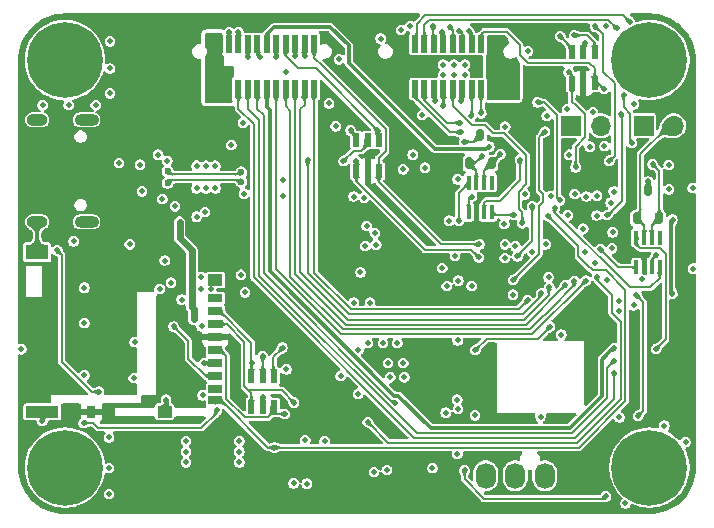
<source format=gbr>
%TF.GenerationSoftware,KiCad,Pcbnew,9.0.0*%
%TF.CreationDate,2025-10-24T21:07:41-05:00*%
%TF.ProjectId,LeaderSOM,4c656164-6572-4534-9f4d-2e6b69636164,rev?*%
%TF.SameCoordinates,Original*%
%TF.FileFunction,Copper,L4,Bot*%
%TF.FilePolarity,Positive*%
%FSLAX46Y46*%
G04 Gerber Fmt 4.6, Leading zero omitted, Abs format (unit mm)*
G04 Created by KiCad (PCBNEW 9.0.0) date 2025-10-24 21:07:41*
%MOMM*%
%LPD*%
G01*
G04 APERTURE LIST*
G04 Aperture macros list*
%AMRoundRect*
0 Rectangle with rounded corners*
0 $1 Rounding radius*
0 $2 $3 $4 $5 $6 $7 $8 $9 X,Y pos of 4 corners*
0 Add a 4 corners polygon primitive as box body*
4,1,4,$2,$3,$4,$5,$6,$7,$8,$9,$2,$3,0*
0 Add four circle primitives for the rounded corners*
1,1,$1+$1,$2,$3*
1,1,$1+$1,$4,$5*
1,1,$1+$1,$6,$7*
1,1,$1+$1,$8,$9*
0 Add four rect primitives between the rounded corners*
20,1,$1+$1,$2,$3,$4,$5,0*
20,1,$1+$1,$4,$5,$6,$7,0*
20,1,$1+$1,$6,$7,$8,$9,0*
20,1,$1+$1,$8,$9,$2,$3,0*%
G04 Aperture macros list end*
%TA.AperFunction,ComponentPad*%
%ADD10C,3.600000*%
%TD*%
%TA.AperFunction,ConnectorPad*%
%ADD11C,6.400000*%
%TD*%
%TA.AperFunction,ComponentPad*%
%ADD12R,1.700000X1.700000*%
%TD*%
%TA.AperFunction,ComponentPad*%
%ADD13O,1.700000X1.700000*%
%TD*%
%TA.AperFunction,HeatsinkPad*%
%ADD14O,2.100000X1.000000*%
%TD*%
%TA.AperFunction,HeatsinkPad*%
%ADD15O,1.800000X1.000000*%
%TD*%
%TA.AperFunction,ComponentPad*%
%ADD16RoundRect,0.250000X-0.600000X0.850000X-0.600000X-0.850000X0.600000X-0.850000X0.600000X0.850000X0*%
%TD*%
%TA.AperFunction,ComponentPad*%
%ADD17O,1.700000X2.200000*%
%TD*%
%TA.AperFunction,SMDPad,CuDef*%
%ADD18RoundRect,0.175000X0.175000X-0.325000X0.175000X0.325000X-0.175000X0.325000X-0.175000X-0.325000X0*%
%TD*%
%TA.AperFunction,SMDPad,CuDef*%
%ADD19R,0.600000X1.150000*%
%TD*%
%TA.AperFunction,SMDPad,CuDef*%
%ADD20R,0.450000X1.200000*%
%TD*%
%TA.AperFunction,SMDPad,CuDef*%
%ADD21R,0.550000X1.500000*%
%TD*%
%TA.AperFunction,SMDPad,CuDef*%
%ADD22R,1.200000X0.700000*%
%TD*%
%TA.AperFunction,SMDPad,CuDef*%
%ADD23R,0.800000X1.000000*%
%TD*%
%TA.AperFunction,SMDPad,CuDef*%
%ADD24R,2.800000X1.000000*%
%TD*%
%TA.AperFunction,SMDPad,CuDef*%
%ADD25R,1.200000X1.000000*%
%TD*%
%TA.AperFunction,SMDPad,CuDef*%
%ADD26R,1.900000X1.300000*%
%TD*%
%TA.AperFunction,ViaPad*%
%ADD27C,0.500000*%
%TD*%
%TA.AperFunction,ViaPad*%
%ADD28C,0.600000*%
%TD*%
%TA.AperFunction,Conductor*%
%ADD29C,0.300000*%
%TD*%
%TA.AperFunction,Conductor*%
%ADD30C,0.200000*%
%TD*%
%TA.AperFunction,Conductor*%
%ADD31C,0.600000*%
%TD*%
G04 APERTURE END LIST*
D10*
%TO.P,H4,1*%
%TO.N,N/C*%
X188750000Y-116750000D03*
D11*
X188750000Y-116750000D03*
%TD*%
D12*
%TO.P,CC_Term1,1,A*%
%TO.N,Net-(CC_Term1-A)*%
X182085000Y-87800000D03*
D13*
%TO.P,CC_Term1,2,B*%
%TO.N,/MCU/IntCAN_L*%
X184625000Y-87800000D03*
%TD*%
D14*
%TO.P,J3,S1,SHIELD*%
%TO.N,GND*%
X141089000Y-87305000D03*
D15*
X136909000Y-87305000D03*
D14*
X141089000Y-95945000D03*
D15*
X136909000Y-95945000D03*
%TD*%
D16*
%TO.P,SWD1,1,Pin_1*%
%TO.N,+3V3*%
X182375000Y-117450000D03*
D17*
%TO.P,SWD1,2,Pin_2*%
%TO.N,/MCU/SWCLK*%
X179875000Y-117450000D03*
%TO.P,SWD1,3,Pin_3*%
%TO.N,GND*%
X177375000Y-117450000D03*
%TO.P,SWD1,4,Pin_4*%
%TO.N,/MCU/SWDIO*%
X174875000Y-117450000D03*
%TD*%
D10*
%TO.P,H1,1*%
%TO.N,N/C*%
X139250000Y-82250000D03*
D11*
X139250000Y-82250000D03*
%TD*%
D10*
%TO.P,H2,1*%
%TO.N,N/C*%
X188750000Y-82250000D03*
D11*
X188750000Y-82250000D03*
%TD*%
D10*
%TO.P,H3,1*%
%TO.N,N/C*%
X139250000Y-116750000D03*
D11*
X139250000Y-116750000D03*
%TD*%
D12*
%TO.P,CC_Term2,1,A*%
%TO.N,Net-(CC_Term2-A)*%
X188250000Y-87800000D03*
D13*
%TO.P,CC_Term2,2,B*%
%TO.N,/MCU/CarCAN_L*%
X190790000Y-87800000D03*
%TD*%
D18*
%TO.P,U3,1,CAN_H*%
%TO.N,/MCU/CarCAN_H*%
X189575000Y-95625000D03*
%TO.P,U3,2,CAN_L*%
%TO.N,/MCU/CarCAN_L*%
X187675000Y-95625000D03*
%TO.P,U3,3,GND*%
%TO.N,GND*%
X188625000Y-93225000D03*
%TD*%
D19*
%TO.P,CR2,1,1*%
%TO.N,/MCU/SPI2_NSS{slash}TIM4_CH4{slash}COMP2_OUT*%
X182200000Y-81600000D03*
%TO.P,CR2,2,2*%
%TO.N,GND*%
X183150000Y-81600000D03*
%TO.P,CR2,3,3*%
%TO.N,/MCU/SPI2_MISO{slash}ADC1_IN5{slash}TIM1_CH2N*%
X184100000Y-81600000D03*
%TO.P,CR2,4,4*%
%TO.N,/MCU/SPI2_SCK{slash}OPAMP3_VINP{slash}FDCAN2_TX*%
X184100000Y-84200000D03*
%TO.P,CR2,5,5*%
%TO.N,+3V3*%
X183150000Y-84200000D03*
%TO.P,CR2,6,6*%
%TO.N,/MCU/SPI2_MOSI{slash}ADC2_IN15{slash}TIM1_CH3N*%
X182200000Y-84200000D03*
%TD*%
D20*
%TO.P,IC1,1,TXD*%
%TO.N,/MCU/FDCAN3_TX*%
X175400000Y-95125000D03*
%TO.P,IC1,2,GND*%
%TO.N,GND*%
X174750000Y-95125000D03*
%TO.P,IC1,3,VCC*%
%TO.N,+3V3*%
X174100000Y-95125000D03*
%TO.P,IC1,4,RXD*%
%TO.N,/MCU/FDCAN3_RX*%
X173450000Y-95125000D03*
%TO.P,IC1,5,FAULT*%
%TO.N,/InternalCAN/ICAN_Fault*%
X173450000Y-92625000D03*
%TO.P,IC1,6,CANL*%
%TO.N,/MCU/IntCAN_L*%
X174100000Y-92625000D03*
%TO.P,IC1,7,CANH*%
%TO.N,/MCU/IntCAN_H*%
X174750000Y-92625000D03*
%TO.P,IC1,8,S*%
%TO.N,unconnected-(IC1-S-Pad8)*%
X175400000Y-92625000D03*
%TD*%
D21*
%TO.P,J1,1,1*%
%TO.N,+3V3*%
X167300000Y-84700000D03*
%TO.P,J1,2,2*%
X167300000Y-80900000D03*
%TO.P,J1,3,3*%
X168100000Y-84700000D03*
%TO.P,J1,4,4*%
X168100000Y-80900000D03*
%TO.P,J1,5,5*%
%TO.N,/MCU/I2C4_SDA{slash}TIM3_CH2*%
X168900000Y-84700000D03*
%TO.P,J1,6,6*%
%TO.N,/MCU/CarCAN_L*%
X168900000Y-80900000D03*
%TO.P,J1,7,7*%
%TO.N,/MCU/I2C4_SCL{slash}TIM3_CH1*%
X169700000Y-84700000D03*
%TO.P,J1,8,8*%
%TO.N,/MCU/CarCAN_H*%
X169700000Y-80900000D03*
%TO.P,J1,9,9*%
%TO.N,/MCU/I2C3_SDA{slash}TIM3_CH4*%
X170500000Y-84700000D03*
%TO.P,J1,10,10*%
%TO.N,/MCU/ADC2_IN12{slash}TIM5_CH1{slash}COMP4_INM*%
X170500000Y-80900000D03*
%TO.P,J1,11,11*%
%TO.N,/MCU/I2C3_SCL{slash}TIM3_CH3*%
X171300000Y-84700000D03*
%TO.P,J1,12,12*%
%TO.N,/MCU/ADC1_IN11{slash}COMP7_INM{slash}FDCAN2_RX*%
X171300000Y-80900000D03*
%TO.P,J1,13,13*%
%TO.N,/MCU/UART5_TX{slash}TIM5_CH2*%
X172100000Y-84700000D03*
%TO.P,J1,14,14*%
%TO.N,/MCU/SPI2_MISO{slash}ADC1_IN5{slash}TIM1_CH2N*%
X172100000Y-80900000D03*
%TO.P,J1,15,15*%
%TO.N,/MCU/UART5_RX*%
X172900000Y-84700000D03*
%TO.P,J1,16,16*%
%TO.N,/MCU/SPI2_NSS{slash}TIM4_CH4{slash}COMP2_OUT*%
X172900000Y-80900000D03*
%TO.P,J1,17,17*%
%TO.N,/MCU/USART1_TX*%
X173700000Y-84700000D03*
%TO.P,J1,18,18*%
%TO.N,/MCU/SPI2_MOSI{slash}ADC2_IN15{slash}TIM1_CH3N*%
X173700000Y-80900000D03*
%TO.P,J1,19,19*%
%TO.N,/MCU/USART1_RX*%
X174500000Y-84700000D03*
%TO.P,J1,20,20*%
%TO.N,/MCU/SPI2_SCK{slash}OPAMP3_VINP{slash}FDCAN2_TX*%
X174500000Y-80900000D03*
%TO.P,J1,21,21*%
%TO.N,/24V_Ext*%
X175300000Y-84700000D03*
%TO.P,J1,22,22*%
X175300000Y-80900000D03*
%TO.P,J1,23,23*%
X176100000Y-84700000D03*
%TO.P,J1,24,24*%
X176100000Y-80900000D03*
%TD*%
D22*
%TO.P,J4,1,DAT2*%
%TO.N,unconnected-(J4-DAT2-Pad1)*%
X152000000Y-102420000D03*
%TO.P,J4,2,DAT3/CD*%
%TO.N,/MCU/SPI1_NSS*%
X152000000Y-103520000D03*
%TO.P,J4,3,CMD*%
%TO.N,/MCU/SPI1_MOSI*%
X152000000Y-104620000D03*
%TO.P,J4,4,VDD*%
%TO.N,+3V3*%
X152000000Y-105720000D03*
%TO.P,J4,5,CLK*%
%TO.N,/MCU/SPI1_SCK*%
X152000000Y-106820000D03*
%TO.P,J4,6,VSS*%
%TO.N,GND*%
X152000000Y-107920000D03*
%TO.P,J4,7,DAT0*%
%TO.N,Net-(J4-DAT0)*%
X152000000Y-109020000D03*
%TO.P,J4,8,DAT1*%
%TO.N,unconnected-(J4-DAT1-Pad8)*%
X152000000Y-110120000D03*
%TO.P,J4,9,DET_B*%
%TO.N,/MCU/SDC_DET*%
X152000000Y-111070000D03*
D23*
%TO.P,J4,10,DET_A*%
%TO.N,+3V3*%
X141500000Y-112020000D03*
D24*
%TO.P,J4,11,SHIELD*%
%TO.N,GND*%
X137350000Y-112020000D03*
D25*
X147700000Y-112020000D03*
X152000000Y-100870000D03*
D26*
X136900000Y-98520000D03*
%TD*%
D21*
%TO.P,J2,1,1*%
%TO.N,GND*%
X151550000Y-84700000D03*
%TO.P,J2,2,2*%
X151550000Y-80900000D03*
%TO.P,J2,3,3*%
X152350000Y-84700000D03*
%TO.P,J2,4,4*%
X152350000Y-80900000D03*
%TO.P,J2,5,5*%
X153150000Y-84700000D03*
%TO.P,J2,6,6*%
%TO.N,/MCU/IntCAN_L*%
X153150000Y-80900000D03*
%TO.P,J2,7,7*%
%TO.N,/MCU/ADC1_IN12{slash}TIM1_CH3N{slash}COMP1_INP*%
X153950000Y-84700000D03*
%TO.P,J2,8,8*%
%TO.N,/MCU/IntCAN_H*%
X153950000Y-80900000D03*
%TO.P,J2,9,9*%
%TO.N,/MCU/ADC1_IN15{slash}TIM1_CH2N{slash}COMP4_INP*%
X154750000Y-84700000D03*
%TO.P,J2,10,10*%
%TO.N,/MCU/UART4_TX{slash}TIM8_CH1N*%
X154750000Y-80900000D03*
%TO.P,J2,11,11*%
%TO.N,/MCU/OPAMP5_VINM{slash}ADC1_IN4{slash}TIM2_CH4*%
X155550000Y-84700000D03*
%TO.P,J2,12,12*%
%TO.N,/MCU/UART4_RX{slash}TIM8_CH2N*%
X155550000Y-80900000D03*
%TO.P,J2,13,13*%
%TO.N,+3V3A*%
X156350000Y-84700000D03*
%TO.P,J2,14,14*%
%TO.N,GNDA*%
X156350000Y-80900000D03*
%TO.P,J2,15,15*%
%TO.N,/MCU/ADC1_IN3{slash}TIM2_CH3{slash}COMP2_INM*%
X157150000Y-84700000D03*
%TO.P,J2,16,16*%
%TO.N,/MCU/ADC1_IN7{slash}TIM1_CH2{slash}COMP3_INP*%
X157150000Y-80900000D03*
%TO.P,J2,17,17*%
%TO.N,/MCU/ADC1_IN2{slash}TIM2_CH2{slash}COMP1_INP*%
X157950000Y-84700000D03*
%TO.P,J2,18,18*%
%TO.N,/MCU/SPI3_MISO{slash}TIM3_CH1{slash}USART2_RX*%
X157950000Y-80900000D03*
%TO.P,J2,19,19*%
%TO.N,/MCU/ADC1_IN1{slash}TIM2_CH1{slash}COMP1_OUT*%
X158750000Y-84700000D03*
%TO.P,J2,20,20*%
%TO.N,/MCU/SPI3_NSS{slash}TIM1_CH3{slash}COMP6_OUT*%
X158750000Y-80900000D03*
%TO.P,J2,21,21*%
%TO.N,/MCU/ADC1_IN8{slash}TIM1_CH3{slash}COMP3_OUT*%
X159550000Y-84700000D03*
%TO.P,J2,22,22*%
%TO.N,/MCU/SPI3_MOSI{slash}TIM3_CH2{slash}TIM17_CH1*%
X159550000Y-80900000D03*
%TO.P,J2,23,23*%
%TO.N,/MCU/ADC1_IN6{slash}TIM1_CH1{slash}COMP3_INM*%
X160350000Y-84700000D03*
%TO.P,J2,24,24*%
%TO.N,/MCU/SPI3_SCK{slash}TIM2_CH2{slash}USART2_TX*%
X160350000Y-80900000D03*
%TD*%
D20*
%TO.P,IC2,1,TXD*%
%TO.N,/MCU/FDCAN1_TX*%
X189600000Y-99775000D03*
%TO.P,IC2,2,GND*%
%TO.N,GND*%
X188950000Y-99775000D03*
%TO.P,IC2,3,VCC*%
%TO.N,+3V3*%
X188300000Y-99775000D03*
%TO.P,IC2,4,RXD*%
%TO.N,/MCU/FDCAN1_RX*%
X187650000Y-99775000D03*
%TO.P,IC2,5,FAULT*%
%TO.N,/CarCAN/CARCAN_Fault*%
X187650000Y-97275000D03*
%TO.P,IC2,6,CANL*%
%TO.N,/MCU/CarCAN_L*%
X188300000Y-97275000D03*
%TO.P,IC2,7,CANH*%
%TO.N,/MCU/CarCAN_H*%
X188950000Y-97275000D03*
%TO.P,IC2,8,S*%
%TO.N,unconnected-(IC2-S-Pad8)*%
X189600000Y-97275000D03*
%TD*%
D19*
%TO.P,CR1,1,1*%
%TO.N,/MCU/SPI1_NSS*%
X155050000Y-109000000D03*
%TO.P,CR1,2,2*%
%TO.N,GND*%
X156000000Y-109000000D03*
%TO.P,CR1,3,3*%
%TO.N,/MCU/SPI1_MISO*%
X156950000Y-109000000D03*
%TO.P,CR1,4,4*%
%TO.N,/MCU/SPI1_SCK*%
X156950000Y-111600000D03*
%TO.P,CR1,5,5*%
%TO.N,+3V3*%
X156000000Y-111600000D03*
%TO.P,CR1,6,6*%
%TO.N,/MCU/SPI1_MOSI*%
X155050000Y-111600000D03*
%TD*%
%TO.P,CR3,1,1*%
%TO.N,/MCU/SPI3_NSS{slash}TIM1_CH3{slash}COMP6_OUT*%
X163930000Y-89040000D03*
%TO.P,CR3,2,2*%
%TO.N,GND*%
X164880000Y-89040000D03*
%TO.P,CR3,3,3*%
%TO.N,/MCU/SPI3_MISO{slash}TIM3_CH1{slash}USART2_RX*%
X165830000Y-89040000D03*
%TO.P,CR3,4,4*%
%TO.N,/MCU/SPI3_SCK{slash}TIM2_CH2{slash}USART2_TX*%
X165830000Y-91640000D03*
%TO.P,CR3,5,5*%
%TO.N,+3V3*%
X164880000Y-91640000D03*
%TO.P,CR3,6,6*%
%TO.N,/MCU/SPI3_MOSI{slash}TIM3_CH2{slash}TIM17_CH1*%
X163930000Y-91640000D03*
%TD*%
D18*
%TO.P,U1,1,CAN_H*%
%TO.N,/MCU/IntCAN_H*%
X175375000Y-90975000D03*
%TO.P,U1,2,CAN_L*%
%TO.N,/MCU/IntCAN_L*%
X173475000Y-90975000D03*
%TO.P,U1,3,GND*%
%TO.N,GND*%
X174425000Y-88575000D03*
%TD*%
D27*
%TO.N,+5V*%
X154175000Y-100425000D03*
X150823900Y-104798900D03*
%TO.N,+24V*%
X162600000Y-109000000D03*
X164111067Y-106788933D03*
X167900000Y-91500000D03*
%TO.N,/24V_Ext*%
X176630000Y-84760000D03*
X177500000Y-83899000D03*
X176630000Y-83899000D03*
X177520000Y-84740000D03*
%TO.N,+3V3A*%
X185750000Y-106633146D03*
X190700000Y-95760000D03*
X190676000Y-102040000D03*
D28*
%TO.N,/USB/D+*%
X154200000Y-92550000D03*
X147950000Y-92650000D03*
%TO.N,/USB/D-*%
X154200000Y-91750000D03*
X147950000Y-91650000D03*
D27*
%TO.N,GNDA*%
X175192183Y-89580000D03*
X185628909Y-96825000D03*
%TO.N,GND*%
X151995938Y-100870602D03*
X153150000Y-83500000D03*
X185720000Y-93375000D03*
X152000000Y-91200000D03*
X154350000Y-87550000D03*
X171500000Y-112100000D03*
X173700000Y-101375000D03*
X166200000Y-106200000D03*
X149145446Y-102523265D03*
X163700000Y-102790000D03*
X144750000Y-97840000D03*
X149500000Y-114500000D03*
X139990000Y-97600000D03*
X140910000Y-104500000D03*
X173076990Y-89170000D03*
X180049127Y-86963055D03*
X140912500Y-108912500D03*
X137370000Y-86060000D03*
X161250000Y-114510000D03*
X172275000Y-98850000D03*
X166525000Y-116960000D03*
X151550000Y-83500000D03*
X181770000Y-86400000D03*
X181814808Y-95396606D03*
X157700000Y-93775000D03*
X177400000Y-98010000D03*
X171200000Y-99850000D03*
X140910000Y-101520000D03*
X152350000Y-82100000D03*
X157700000Y-92375000D03*
X151200000Y-93100000D03*
X163700000Y-93800000D03*
X154025000Y-115400000D03*
X154025000Y-114500000D03*
X158625000Y-118090000D03*
X164900000Y-106200000D03*
X156000000Y-107325070D03*
X169500000Y-86910000D03*
X150400000Y-93100000D03*
X147710000Y-99220000D03*
X161620000Y-85920000D03*
X151200000Y-91200000D03*
X153350000Y-89450000D03*
X184270000Y-95410000D03*
X187400000Y-103000000D03*
X183140000Y-96520000D03*
X143000000Y-119000000D03*
X190000000Y-113200000D03*
X162840000Y-90800000D03*
X164100000Y-110500000D03*
X166800000Y-109100000D03*
X173970000Y-112330000D03*
X192400000Y-93090000D03*
X143070000Y-85060000D03*
X164696036Y-98000000D03*
X143070000Y-80660000D03*
X188650000Y-92525000D03*
X171800000Y-95850000D03*
X159725000Y-118110000D03*
X179524999Y-112449999D03*
X164596475Y-93903525D03*
X179950000Y-97855574D03*
X147925000Y-90775000D03*
X172487817Y-115610000D03*
X154025000Y-116300000D03*
X143070000Y-82960000D03*
X168490000Y-79384285D03*
X149500000Y-116300000D03*
X177775000Y-90670000D03*
X184940000Y-89520000D03*
X181280000Y-105490000D03*
X139570000Y-86060000D03*
X147820000Y-110990000D03*
X149500000Y-115400000D03*
X190400000Y-93200000D03*
X186200000Y-112500000D03*
X170376409Y-116798591D03*
X150925000Y-110625000D03*
X151625000Y-101600000D03*
X143000000Y-116800000D03*
X135570000Y-106730000D03*
X150800000Y-100600000D03*
X152350000Y-83500000D03*
X187400000Y-86000000D03*
X168000000Y-109100000D03*
X192450000Y-99900000D03*
X186718280Y-119782265D03*
X143000000Y-114200000D03*
X191800000Y-114600000D03*
X152000000Y-93110000D03*
X159600000Y-114430000D03*
X151050000Y-107900000D03*
X164280000Y-100230000D03*
X141870000Y-86060000D03*
X148580000Y-94620000D03*
X166600000Y-107900000D03*
X190380000Y-91140000D03*
X147270000Y-101630000D03*
X143840000Y-90970000D03*
X165425000Y-117110000D03*
X157990000Y-83260000D03*
X151550000Y-82100000D03*
X167400000Y-106200000D03*
X150800000Y-101600000D03*
X162187500Y-87850000D03*
X177200000Y-102100000D03*
X145770000Y-93370000D03*
X189340000Y-98726000D03*
X145600000Y-91100000D03*
X137350000Y-112810000D03*
X167900000Y-107900000D03*
X145090000Y-109180000D03*
X154410000Y-93550000D03*
X183300707Y-80799293D03*
X165100000Y-102790000D03*
X150400000Y-91200000D03*
X164800000Y-96300000D03*
%TO.N,VBUS*%
X148960000Y-95980000D03*
X150188878Y-103390261D03*
X147150000Y-90250000D03*
X150175000Y-104200000D03*
X148960000Y-97070000D03*
X147500000Y-94000000D03*
%TO.N,+3V3*%
X156001337Y-113750000D03*
X162800000Y-98000000D03*
X150400000Y-111300000D03*
X150480000Y-79060000D03*
X182100000Y-112400000D03*
X181905297Y-79398000D03*
X186019113Y-119171730D03*
X158110000Y-115720000D03*
X151715635Y-113850000D03*
X191000000Y-113800000D03*
X156000000Y-110800000D03*
X147470000Y-108640000D03*
X183529595Y-115079594D03*
X181950000Y-115610000D03*
X143000000Y-115500000D03*
X144040000Y-113940000D03*
X149000000Y-79480000D03*
X148250000Y-110200000D03*
X144030000Y-112730000D03*
X182739000Y-85520707D03*
X169177817Y-115609999D03*
X176400000Y-102700000D03*
X161698585Y-108099999D03*
X143000000Y-120100000D03*
X170850000Y-96250000D03*
X166350000Y-117900000D03*
X143000000Y-117900000D03*
X187670800Y-108380000D03*
X143070000Y-84060000D03*
X169060768Y-107900001D03*
X162553909Y-101646091D03*
X143070000Y-81760000D03*
X169500000Y-106400000D03*
X169350152Y-111144305D03*
X162900000Y-96300000D03*
X155275000Y-114713909D03*
X167829176Y-83575000D03*
X182700000Y-105500000D03*
X184258909Y-119968909D03*
X150406091Y-112826091D03*
X189130000Y-113070000D03*
X189175000Y-107865000D03*
X170700000Y-106000000D03*
X172093909Y-118526091D03*
X171068991Y-120191009D03*
X180250000Y-115610000D03*
X181270000Y-100440000D03*
X152350000Y-87612500D03*
X166475000Y-112675000D03*
X161416315Y-93850000D03*
X163050000Y-112925000D03*
X154700000Y-89800000D03*
X159636091Y-105813909D03*
X148250000Y-109250000D03*
X166350000Y-82625000D03*
X185204940Y-104820060D03*
X166076091Y-93573909D03*
X158100000Y-114510000D03*
X170484645Y-99123604D03*
X151910000Y-78670000D03*
X176350000Y-115900000D03*
X148250000Y-108350000D03*
X161327044Y-90700000D03*
X163300000Y-115610000D03*
X161376717Y-92249966D03*
X163300000Y-114510000D03*
X185800000Y-113300000D03*
X187000000Y-111900000D03*
X168575000Y-93700000D03*
X168024064Y-110347774D03*
X178325000Y-87925000D03*
X187425000Y-93600000D03*
X166728991Y-115851009D03*
X147800000Y-105400000D03*
X160750000Y-110375000D03*
X183538235Y-111013235D03*
X140670000Y-86060000D03*
X163525000Y-92850000D03*
X138470000Y-86060000D03*
X146100000Y-111100000D03*
X190676000Y-102927500D03*
X174280000Y-108260000D03*
X170600000Y-91044000D03*
X183688909Y-97261091D03*
X146231764Y-88825000D03*
X177035421Y-91275000D03*
X160630000Y-78850000D03*
X165800000Y-102100000D03*
X177000000Y-112400000D03*
X152775000Y-90575000D03*
X185200000Y-86330000D03*
X190300000Y-86000000D03*
X143070000Y-86060000D03*
X166356628Y-86744446D03*
%TO.N,/MCU/NRST*%
X180325000Y-104825000D03*
X174012160Y-106800000D03*
%TO.N,/AddressableLED*%
X152105000Y-111905000D03*
X140830000Y-112970002D03*
X158000000Y-108425070D03*
%TO.N,/IMON*%
X162450000Y-82181421D03*
X180200000Y-100650000D03*
%TO.N,/Power_Distribution/STAT*%
X154492500Y-101908119D03*
X145150000Y-106125000D03*
%TO.N,/CarCAN/CARCAN_Fault*%
X189310000Y-106711500D03*
%TO.N,/InternalCAN/ICAN_Fault*%
X172617907Y-95865292D03*
X172500000Y-105989996D03*
%TO.N,/Power_Distribution/Power Protection/RTN*%
X165980000Y-80425000D03*
X171275000Y-83475000D03*
X172200000Y-82625000D03*
X173125000Y-82625000D03*
X167708176Y-79715427D03*
X172200000Y-83475000D03*
X173125000Y-83475000D03*
X178450000Y-81500000D03*
X171275000Y-82625000D03*
%TO.N,/MCU/IntCAN_L*%
X153150000Y-79870000D03*
X174578283Y-90375707D03*
%TO.N,/MCU/CarCAN_L*%
X187077396Y-79005788D03*
%TO.N,/MCU/SPI1_SCK*%
X157900000Y-112200000D03*
X186152000Y-103474183D03*
%TO.N,/MCU/SPI1_MISO*%
X148250000Y-101100000D03*
X157680000Y-106602711D03*
X185112182Y-100900000D03*
%TO.N,/MCU/SPI1_MOSI*%
X184290694Y-100591488D03*
X158651409Y-111251409D03*
X164900000Y-112900000D03*
%TO.N,/MCU/SPI1_NSS*%
X155087474Y-107875070D03*
X186152000Y-102630000D03*
%TO.N,/MCU/SPI3_MISO{slash}TIM3_CH1{slash}USART2_RX*%
X165746091Y-88215659D03*
X176500209Y-98994094D03*
%TO.N,/MCU/SPI3_MOSI{slash}TIM3_CH2{slash}TIM17_CH1*%
X163929222Y-90830923D03*
X159550000Y-81930000D03*
X174300000Y-98951000D03*
%TO.N,/MCU/SPI3_NSS{slash}TIM1_CH3{slash}COMP6_OUT*%
X158750000Y-81910000D03*
X163450000Y-88200000D03*
X168700000Y-90250000D03*
%TO.N,/MCU/SPI3_SCK{slash}TIM2_CH2{slash}USART2_TX*%
X174351679Y-97849631D03*
%TO.N,/MCU/SPI2_MISO{slash}ADC1_IN5{slash}TIM1_CH2N*%
X182400000Y-80149000D03*
X171850000Y-79450000D03*
X183690000Y-89570000D03*
%TO.N,/MCU/SPI2_MOSI{slash}ADC2_IN15{slash}TIM1_CH3N*%
X181900000Y-83250000D03*
X182497201Y-91321273D03*
X173484145Y-79823000D03*
%TO.N,/MCU/SPI2_SCK{slash}OPAMP3_VINP{slash}FDCAN2_TX*%
X184903662Y-84700000D03*
%TO.N,/MCU/SPI2_NSS{slash}TIM4_CH4{slash}COMP2_OUT*%
X177200000Y-100875000D03*
X179900000Y-88300000D03*
X172647602Y-79751318D03*
X181175831Y-80224169D03*
%TO.N,Net-(D11-DOUT)*%
X138600000Y-98360000D03*
X142130000Y-110325000D03*
%TO.N,/MCU/BOOT*%
X172560000Y-100920000D03*
X172470000Y-111000000D03*
%TO.N,/MCU/FDCAN3_TX*%
X177265817Y-95347999D03*
%TO.N,/MCU/IntCAN_H*%
X181950000Y-90267817D03*
X176135062Y-90198881D03*
X183952662Y-86642662D03*
X153950000Y-79870000D03*
%TO.N,/MCU/FDCAN3_RX*%
X180370000Y-93780000D03*
X173711091Y-93799677D03*
%TO.N,/MCU/FDCAN1_TX*%
X180720000Y-94807290D03*
X178225000Y-93610000D03*
%TO.N,/MCU/CarCAN_H*%
X187250000Y-89260000D03*
X185960383Y-79539617D03*
X186550000Y-85162474D03*
X189010000Y-91060000D03*
%TO.N,/MCU/FDCAN1_RX*%
X184593202Y-98256798D03*
%TO.N,/MCU/UART5_TX{slash}TIM5_CH2*%
X177990000Y-96060000D03*
%TO.N,/MCU/UART4_TX{slash}TIM8_CH1N*%
X154750000Y-82000000D03*
X172502801Y-92341990D03*
%TO.N,/MCU/UART4_RX{slash}TIM8_CH2N*%
X155793399Y-82001000D03*
X176462367Y-96138500D03*
%TO.N,/MCU/ADC1_IN6{slash}TIM1_CH1{slash}COMP3_INM*%
X178424499Y-102575499D03*
%TO.N,/MCU/UART5_RX*%
X176502000Y-97848631D03*
X172787500Y-85700000D03*
X169737500Y-91362500D03*
%TO.N,/MCU/I2C4_SCL{slash}TIM3_CH1*%
X182414112Y-93586294D03*
X176536179Y-87891151D03*
X172701091Y-87548909D03*
%TO.N,/MCU/I2C3_SCL{slash}TIM3_CH3*%
X183410000Y-93800000D03*
X171300000Y-86150000D03*
%TO.N,/MCU/I2C3_SDA{slash}TIM3_CH4*%
X179272133Y-85825000D03*
X181175735Y-94124265D03*
X170600000Y-85725000D03*
%TO.N,/MCU/I2C4_SDA{slash}TIM3_CH2*%
X172751390Y-88357274D03*
%TO.N,/MCU/ADC1_IN7{slash}TIM1_CH2{slash}COMP3_INP*%
X157150000Y-81960000D03*
X179557842Y-102007842D03*
X159800000Y-90750000D03*
%TO.N,/MCU/ADC1_IN12{slash}TIM1_CH3N{slash}COMP1_INP*%
X185750000Y-108700000D03*
X185560835Y-98191211D03*
%TO.N,/MCU/USART3_TX{slash}OPAMP3_VINM{slash}TIM2_CH3*%
X150400000Y-95500000D03*
X165610000Y-97870000D03*
X185450000Y-94325000D03*
%TO.N,/MCU/ADC1_IN15{slash}TIM1_CH2N{slash}COMP4_INP*%
X188078443Y-100825002D03*
X185750000Y-107700000D03*
%TO.N,/MCU/OPAMP5_VINM{slash}ADC1_IN4{slash}TIM2_CH4*%
X173090000Y-116990000D03*
X187771131Y-112371131D03*
X187650000Y-102150000D03*
X185033909Y-119193909D03*
X167238909Y-111261091D03*
%TO.N,/MCU/ADC1_IN1{slash}TIM2_CH1{slash}COMP1_OUT*%
X181613909Y-101286091D03*
%TO.N,/MCU/ADC1_IN2{slash}TIM2_CH2{slash}COMP1_INP*%
X182380000Y-100970000D03*
%TO.N,/MCU/ADC1_IN8{slash}TIM1_CH3{slash}COMP3_OUT*%
X180268671Y-101496488D03*
%TO.N,/MCU/USART3_RX{slash}ADC1_IN14{slash}TIM2_CH4*%
X184300000Y-93725000D03*
X151125000Y-95100000D03*
X165500000Y-96900000D03*
%TO.N,/MCU/ADC1_IN11{slash}COMP7_INM{slash}FDCAN2_RX*%
X185353543Y-90781515D03*
X184125817Y-79397999D03*
X171150000Y-79849998D03*
%TO.N,/MCU/ADC2_IN12{slash}TIM5_CH1{slash}COMP4_INM*%
X170425228Y-79398000D03*
X185040948Y-79398000D03*
X186340000Y-86817819D03*
X185164038Y-95376170D03*
%TO.N,/MCU/ADC1_IN3{slash}TIM2_CH3{slash}COMP2_INM*%
X183355665Y-100924335D03*
%TO.N,/MCU/SDC_DET*%
X157000000Y-115060000D03*
X180161091Y-95438909D03*
%TO.N,/MCU/USART1_TX*%
X173672609Y-86950000D03*
X184100000Y-99425000D03*
%TO.N,/MCU/USART1_RX*%
X174500000Y-86750000D03*
X183290384Y-98509616D03*
%TO.N,/MCU/BOOT_GPIO*%
X171590565Y-101390000D03*
X172550000Y-111800000D03*
%TO.N,/MCU/SWDIO*%
X178819359Y-94616784D03*
X177562500Y-98862500D03*
%TO.N,/MCU/SWCLK*%
X178823591Y-98473591D03*
%TO.N,Net-(J4-DAT0)*%
X148463243Y-104802947D03*
%TD*%
D29*
%TO.N,+3V3A*%
X185663482Y-106633146D02*
X185750000Y-106633146D01*
X156600000Y-100126396D02*
X167133695Y-110660091D01*
X167133695Y-110660091D02*
X167487852Y-110660091D01*
X185154056Y-107142572D02*
X185663482Y-106633146D01*
X156600000Y-86500000D02*
X156600000Y-100126396D01*
X184700000Y-110700000D02*
X184700000Y-107601000D01*
X185154056Y-107146944D02*
X185154056Y-107142572D01*
X184700000Y-107601000D02*
X185154056Y-107146944D01*
X182000000Y-113400000D02*
X184700000Y-110700000D01*
X156350000Y-86250000D02*
X156600000Y-86500000D01*
X190600000Y-101718847D02*
X190600000Y-101964000D01*
X170227761Y-113400000D02*
X182000000Y-113400000D01*
X190600000Y-101964000D02*
X190676000Y-102040000D01*
X167487852Y-110660091D02*
X170227761Y-113400000D01*
X156350000Y-84700000D02*
X156350000Y-86250000D01*
X190600000Y-95860000D02*
X190700000Y-95760000D01*
X190600000Y-101718847D02*
X190600000Y-95860000D01*
X190676000Y-102040000D02*
X190707083Y-102008917D01*
D30*
%TO.N,/USB/D+*%
X154025000Y-92375000D02*
X148225000Y-92375000D01*
X148225000Y-92375000D02*
X147950000Y-92650000D01*
X154200000Y-92550000D02*
X154025000Y-92375000D01*
%TO.N,/USB/D-*%
X154200000Y-91750000D02*
X154025000Y-91925000D01*
X148225000Y-91925000D02*
X147950000Y-91650000D01*
X154025000Y-91925000D02*
X148225000Y-91925000D01*
D29*
%TO.N,GNDA*%
X156973000Y-79450000D02*
X156350000Y-80073000D01*
X175192183Y-89580000D02*
X175120000Y-89580000D01*
X163280000Y-82455000D02*
X163280000Y-80990000D01*
X170600000Y-89775000D02*
X163280000Y-82455000D01*
X163280000Y-80990000D02*
X161740000Y-79450000D01*
X174925000Y-89775000D02*
X170600000Y-89775000D01*
X156350000Y-80073000D02*
X156350000Y-80900000D01*
X161740000Y-79450000D02*
X156973000Y-79450000D01*
X175120000Y-89580000D02*
X174925000Y-89775000D01*
D30*
%TO.N,GND*%
X177775000Y-92432232D02*
X177775000Y-90670000D01*
X189340000Y-98726000D02*
X188950000Y-99116000D01*
X174750000Y-95125000D02*
X174750000Y-94325000D01*
X151050000Y-107900000D02*
X151070000Y-107920000D01*
X151070000Y-107920000D02*
X152000000Y-107920000D01*
X173830000Y-89170000D02*
X174425000Y-88575000D01*
X188650000Y-93200000D02*
X188625000Y-93225000D01*
D29*
X136900000Y-98520000D02*
X136900000Y-95954000D01*
D30*
X156000000Y-109000000D02*
X156000000Y-107500000D01*
X162840000Y-90800000D02*
X163725000Y-89915000D01*
X137350000Y-112810000D02*
X137350000Y-112020000D01*
X147830000Y-111000000D02*
X147830000Y-111890000D01*
X164365000Y-89915000D02*
X164880000Y-89400000D01*
X174750000Y-94325000D02*
X174925000Y-94150000D01*
X147820000Y-110990000D02*
X147830000Y-111000000D01*
X163725000Y-89915000D02*
X164365000Y-89915000D01*
X176057232Y-94150000D02*
X177775000Y-92432232D01*
X183200000Y-81550000D02*
X183150000Y-81600000D01*
X147830000Y-111890000D02*
X147700000Y-112020000D01*
X156000000Y-107500000D02*
X156000000Y-107400000D01*
X174925000Y-94150000D02*
X176057232Y-94150000D01*
X173076990Y-89170000D02*
X173830000Y-89170000D01*
X183300707Y-80799293D02*
X183200000Y-80900000D01*
X188950000Y-99116000D02*
X188950000Y-99775000D01*
X152000000Y-107800000D02*
X152000000Y-107920000D01*
X183200000Y-80900000D02*
X183200000Y-81550000D01*
X188650000Y-92525000D02*
X188650000Y-93200000D01*
X164880000Y-89400000D02*
X164880000Y-89040000D01*
X136900000Y-95954000D02*
X136909000Y-95945000D01*
D31*
%TO.N,VBUS*%
X150175000Y-103376383D02*
X150188878Y-103390261D01*
X149990000Y-103140000D02*
X150175000Y-103325000D01*
X150175000Y-103404139D02*
X150188878Y-103390261D01*
X149990000Y-98330000D02*
X149990000Y-103140000D01*
X150175000Y-104200000D02*
X150175000Y-103404139D01*
X148960000Y-97070000D02*
X148960000Y-95980000D01*
X148960000Y-97300000D02*
X149990000Y-98330000D01*
X150175000Y-103325000D02*
X150175000Y-103376383D01*
X148960000Y-97070000D02*
X148960000Y-97300000D01*
D30*
%TO.N,+3V3*%
X156000000Y-110800000D02*
X156000000Y-111600000D01*
%TO.N,/MCU/NRST*%
X179300000Y-105850000D02*
X174962160Y-105850000D01*
X180325000Y-104825000D02*
X179300000Y-105850000D01*
X174962160Y-105850000D02*
X174012160Y-106800000D01*
%TO.N,/AddressableLED*%
X140830000Y-112970002D02*
X141670002Y-112970002D01*
X141670002Y-112970002D02*
X142090000Y-113390000D01*
X142090000Y-113390000D02*
X150810000Y-113390000D01*
X152105000Y-112095000D02*
X152105000Y-111905000D01*
X150810000Y-113390000D02*
X152105000Y-112095000D01*
%TO.N,/CarCAN/CARCAN_Fault*%
X190126000Y-105880000D02*
X190126000Y-105895500D01*
X187650000Y-97880000D02*
X187946000Y-98176000D01*
X190126000Y-98700000D02*
X190126000Y-105880000D01*
X187650000Y-97275000D02*
X187650000Y-97880000D01*
X189602000Y-98176000D02*
X190126000Y-98700000D01*
X187946000Y-98176000D02*
X189602000Y-98176000D01*
X190126000Y-105895500D02*
X189310000Y-106711500D01*
%TO.N,/InternalCAN/ICAN_Fault*%
X173450000Y-92650000D02*
X173450000Y-92625000D01*
X172617907Y-93482093D02*
X173450000Y-92650000D01*
X172617907Y-95865292D02*
X172617907Y-93482093D01*
%TO.N,/MCU/IntCAN_L*%
X173978990Y-90975000D02*
X173475000Y-90975000D01*
X174100000Y-91600000D02*
X173475000Y-90975000D01*
X153150000Y-79870000D02*
X153150000Y-80900000D01*
X174100000Y-92625000D02*
X174100000Y-91600000D01*
X174578283Y-90375707D02*
X173978990Y-90975000D01*
%TO.N,/MCU/CarCAN_L*%
X187675000Y-95625000D02*
X187975000Y-95325000D01*
X187975000Y-95325000D02*
X187975000Y-90225000D01*
X187975000Y-90225000D02*
X190400000Y-87800000D01*
X169040000Y-80760000D02*
X168900000Y-80900000D01*
X188300000Y-96250000D02*
X187675000Y-95625000D01*
X190400000Y-87800000D02*
X190790000Y-87800000D01*
X187077396Y-79005788D02*
X186519608Y-78448000D01*
X169040000Y-79180000D02*
X169040000Y-80760000D01*
X186519608Y-78448000D02*
X169772000Y-78448000D01*
X169772000Y-78448000D02*
X169040000Y-79180000D01*
X188300000Y-97275000D02*
X188300000Y-96250000D01*
%TO.N,/MCU/SPI1_SCK*%
X157900000Y-112200000D02*
X156950000Y-112200000D01*
X156420000Y-112500000D02*
X154467100Y-112500000D01*
X154467100Y-112500000D02*
X152901000Y-110933900D01*
X156950000Y-112200000D02*
X156950000Y-111600000D01*
X152901000Y-107269000D02*
X152452000Y-106820000D01*
X152452000Y-106820000D02*
X152000000Y-106820000D01*
X156950000Y-111600000D02*
X156950000Y-111970000D01*
X152901000Y-110933900D02*
X152901000Y-107269000D01*
X156950000Y-111970000D02*
X156420000Y-112500000D01*
%TO.N,/MCU/SPI1_MISO*%
X157680000Y-106602711D02*
X156902711Y-107380000D01*
X156902711Y-107380000D02*
X156902711Y-108952711D01*
X156902711Y-108952711D02*
X156950000Y-109000000D01*
%TO.N,/MCU/SPI1_MOSI*%
X186300000Y-104400000D02*
X186300000Y-110965686D01*
X166650000Y-114650000D02*
X164900000Y-112900000D01*
X155050000Y-111600000D02*
X155050000Y-110477000D01*
X182615685Y-114650000D02*
X166650000Y-114650000D01*
X154773000Y-110200000D02*
X154449000Y-109876000D01*
X154449000Y-109876000D02*
X154449000Y-106126100D01*
X185570000Y-102130000D02*
X185570000Y-103670000D01*
X152942900Y-104620000D02*
X152000000Y-104620000D01*
X157600000Y-110200000D02*
X155600000Y-110200000D01*
X155050000Y-110477000D02*
X154773000Y-110200000D01*
X155600000Y-110200000D02*
X154773000Y-110200000D01*
X158651409Y-111251409D02*
X157600000Y-110200000D01*
X184290694Y-100591488D02*
X184290694Y-100857744D01*
X185562950Y-102130000D02*
X185570000Y-102130000D01*
X184290694Y-100857744D02*
X185562950Y-102130000D01*
X186300000Y-110965686D02*
X182615685Y-114650000D01*
X154449000Y-106126100D02*
X152942900Y-104620000D01*
X185570000Y-103670000D02*
X186300000Y-104400000D01*
%TO.N,/MCU/SPI1_NSS*%
X152410000Y-103520000D02*
X152000000Y-103520000D01*
X155050000Y-109000000D02*
X155050000Y-106160000D01*
X155050000Y-106160000D02*
X152410000Y-103520000D01*
%TO.N,/MCU/SPI3_MISO{slash}TIM3_CH1{slash}USART2_RX*%
X165830000Y-88491389D02*
X165830000Y-89040000D01*
X165746091Y-88215659D02*
X165746091Y-88407480D01*
X165746091Y-88407480D02*
X165830000Y-88491389D01*
X158970000Y-82950000D02*
X157950000Y-81930000D01*
X165746091Y-88215659D02*
X160480432Y-82950000D01*
X160480432Y-82950000D02*
X158970000Y-82950000D01*
X157950000Y-81930000D02*
X157950000Y-80900000D01*
%TO.N,/MCU/SPI3_MOSI{slash}TIM3_CH2{slash}TIM17_CH1*%
X159550000Y-80900000D02*
X159550000Y-81930000D01*
X169770768Y-98300000D02*
X163930000Y-92459232D01*
X163929222Y-90830923D02*
X163929222Y-91639222D01*
X163930000Y-92459232D02*
X163930000Y-91640000D01*
X174300000Y-98951000D02*
X173649000Y-98300000D01*
X173649000Y-98300000D02*
X169770768Y-98300000D01*
X163929222Y-91639222D02*
X163930000Y-91640000D01*
%TO.N,/MCU/SPI3_NSS{slash}TIM1_CH3{slash}COMP6_OUT*%
X158750000Y-81910000D02*
X158750000Y-82020000D01*
X158750000Y-80900000D02*
X158750000Y-81910000D01*
X163930000Y-88680000D02*
X163450000Y-88200000D01*
X163930000Y-89040000D02*
X163930000Y-88680000D01*
%TO.N,/MCU/SPI3_SCK{slash}TIM2_CH2{slash}USART2_TX*%
X161070000Y-82750000D02*
X166431000Y-88111000D01*
X166431000Y-88111000D02*
X166431000Y-89916000D01*
X160350000Y-80900000D02*
X160350000Y-82030000D01*
X165830000Y-92550000D02*
X165830000Y-91640000D01*
X160350000Y-82030000D02*
X161070000Y-82750000D01*
X171129631Y-97849631D02*
X165830000Y-92550000D01*
X174351679Y-97849631D02*
X171129631Y-97849631D01*
X166431000Y-89916000D02*
X165830000Y-90517000D01*
X165830000Y-90517000D02*
X165830000Y-92550000D01*
%TO.N,/MCU/SPI2_MISO{slash}ADC1_IN5{slash}TIM1_CH2N*%
X172100000Y-79845997D02*
X172100000Y-80900000D01*
X172097602Y-79843599D02*
X172100000Y-79845997D01*
X183428232Y-80149000D02*
X184100000Y-80820768D01*
X171850000Y-79450000D02*
X172097602Y-79697602D01*
X172097602Y-79697602D02*
X172097602Y-79843599D01*
X184100000Y-80820768D02*
X184100000Y-81600000D01*
X182400000Y-80149000D02*
X183428232Y-80149000D01*
%TO.N,/MCU/SPI2_MOSI{slash}ADC2_IN15{slash}TIM1_CH3N*%
X182189000Y-85758232D02*
X182189000Y-84211000D01*
X182496207Y-90500842D02*
X182501000Y-90496049D01*
X183290000Y-88780000D02*
X183290000Y-86853216D01*
X182497201Y-91321273D02*
X182496207Y-91320279D01*
X173484145Y-79823000D02*
X173700000Y-80038855D01*
X182517785Y-86081000D02*
X182511768Y-86081000D01*
X182501000Y-90039585D02*
X182496207Y-90034792D01*
X182200000Y-84200000D02*
X182200000Y-83550000D01*
X182511768Y-86081000D02*
X182189000Y-85758232D01*
X182200000Y-83550000D02*
X181900000Y-83250000D01*
X182501000Y-90496049D02*
X182501000Y-90039585D01*
X182496207Y-91320279D02*
X182496207Y-90500842D01*
X182496207Y-90034792D02*
X182496207Y-89573793D01*
X182189000Y-84211000D02*
X182200000Y-84200000D01*
X173700000Y-80038855D02*
X173700000Y-80900000D01*
X183290000Y-86853216D02*
X182517785Y-86081000D01*
X182496207Y-89573793D02*
X183290000Y-88780000D01*
%TO.N,/MCU/SPI2_SCK{slash}OPAMP3_VINP{slash}FDCAN2_TX*%
X176676000Y-79849000D02*
X174724000Y-79849000D01*
X174500000Y-80073000D02*
X174500000Y-80900000D01*
X184100000Y-84200000D02*
X184403662Y-84200000D01*
X184403662Y-84200000D02*
X184903662Y-84700000D01*
X174724000Y-79849000D02*
X174500000Y-80073000D01*
X178432913Y-82476000D02*
X177780000Y-81823087D01*
X184100000Y-82940000D02*
X183636000Y-82476000D01*
X184100000Y-84200000D02*
X184100000Y-82940000D01*
X177780000Y-80953000D02*
X176676000Y-79849000D01*
X183636000Y-82476000D02*
X178432913Y-82476000D01*
X177780000Y-81823087D02*
X177780000Y-80953000D01*
%TO.N,/MCU/SPI2_NSS{slash}TIM4_CH4{slash}COMP2_OUT*%
X182200000Y-81248338D02*
X182200000Y-81600000D01*
X179400000Y-98675000D02*
X179400000Y-94615686D01*
X172900000Y-79901000D02*
X172900000Y-80900000D01*
X177200000Y-100875000D02*
X179400000Y-98675000D01*
X181175831Y-80224169D02*
X182200000Y-81248338D01*
X179400000Y-93238082D02*
X179400000Y-88800000D01*
X179400000Y-88800000D02*
X179900000Y-88300000D01*
X179400000Y-94615686D02*
X179769359Y-94246326D01*
X172750318Y-79751318D02*
X172900000Y-79901000D01*
X179769359Y-93607441D02*
X179400000Y-93238082D01*
X179769359Y-94246326D02*
X179769359Y-93607441D01*
X172647602Y-79751318D02*
X172750318Y-79751318D01*
%TO.N,Net-(D11-DOUT)*%
X138990000Y-107780000D02*
X141535000Y-110325000D01*
X138990000Y-98750000D02*
X138990000Y-107780000D01*
X141535000Y-110325000D02*
X142130000Y-110325000D01*
X138600000Y-98360000D02*
X138990000Y-98750000D01*
%TO.N,/MCU/FDCAN3_TX*%
X175622999Y-95347999D02*
X177265817Y-95347999D01*
X175622999Y-95347999D02*
X175400000Y-95125000D01*
X177265817Y-95347999D02*
X177263816Y-95350000D01*
%TO.N,/MCU/IntCAN_H*%
X175375000Y-90958943D02*
X175375000Y-90975000D01*
X176135062Y-90198881D02*
X175375000Y-90958943D01*
X174750000Y-91600000D02*
X175375000Y-90975000D01*
X174750000Y-92625000D02*
X174750000Y-91600000D01*
X153950000Y-79870000D02*
X153950000Y-80900000D01*
%TO.N,/MCU/FDCAN3_RX*%
X173711091Y-93799677D02*
X173450000Y-94060768D01*
X173450000Y-94060768D02*
X173450000Y-95125000D01*
%TO.N,/MCU/FDCAN1_TX*%
X189600000Y-100720000D02*
X189600000Y-99775000D01*
X188820000Y-101500000D02*
X189600000Y-100720000D01*
X187058586Y-101500000D02*
X188820000Y-101500000D01*
X180720000Y-95161414D02*
X187058586Y-101500000D01*
X180720000Y-94807290D02*
X180720000Y-95161414D01*
%TO.N,/MCU/CarCAN_H*%
X187100000Y-89110000D02*
X187250000Y-89260000D01*
X185268766Y-78848000D02*
X170092000Y-78848000D01*
X189010000Y-91060000D02*
X189575000Y-91625000D01*
X186550000Y-85162474D02*
X186550000Y-86250000D01*
X189575000Y-93140000D02*
X189575000Y-95625000D01*
X189575000Y-95625000D02*
X188950000Y-96250000D01*
X185960383Y-79539617D02*
X185268766Y-78848000D01*
X169700000Y-79240000D02*
X169700000Y-80900000D01*
X188950000Y-96250000D02*
X188950000Y-97275000D01*
X187100000Y-86800000D02*
X187100000Y-89110000D01*
X186550000Y-86250000D02*
X187100000Y-86800000D01*
X170092000Y-78848000D02*
X169700000Y-79240000D01*
X189575000Y-91625000D02*
X189575000Y-93140000D01*
%TO.N,/MCU/FDCAN1_RX*%
X184594616Y-98256798D02*
X186112818Y-99775000D01*
X184593202Y-98256798D02*
X184594616Y-98256798D01*
X186112818Y-99775000D02*
X187650000Y-99775000D01*
%TO.N,/MCU/UART5_TX{slash}TIM5_CH2*%
X174802014Y-87774000D02*
X175459014Y-88431000D01*
X177674000Y-93381768D02*
X177674000Y-93838232D01*
X177680000Y-94820000D02*
X177990000Y-95130000D01*
X177674000Y-93838232D02*
X177680000Y-93844232D01*
X172100000Y-84700000D02*
X172100000Y-86170000D01*
X177990000Y-95130000D02*
X177990000Y-96060000D01*
X178326000Y-92729768D02*
X177674000Y-93381768D01*
X173704000Y-87774000D02*
X174802014Y-87774000D01*
X176431000Y-88431000D02*
X178326000Y-90326000D01*
X172100000Y-86170000D02*
X173704000Y-87774000D01*
X177680000Y-93844232D02*
X177680000Y-94820000D01*
X178326000Y-90326000D02*
X178326000Y-92729768D01*
X175459014Y-88431000D02*
X176431000Y-88431000D01*
%TO.N,/MCU/UART4_TX{slash}TIM8_CH1N*%
X154750000Y-80900000D02*
X154750000Y-82000000D01*
%TO.N,/MCU/UART4_RX{slash}TIM8_CH2N*%
X155550000Y-80900000D02*
X155550000Y-81757601D01*
X155550000Y-81757601D02*
X155793399Y-82001000D01*
%TO.N,/MCU/ADC1_IN6{slash}TIM1_CH1{slash}COMP3_INM*%
X160350000Y-84700000D02*
X160350000Y-85700000D01*
X160370000Y-85720000D02*
X160370000Y-100240000D01*
X163470000Y-103340000D02*
X177659998Y-103340000D01*
X160350000Y-85700000D02*
X160370000Y-85720000D01*
X177659998Y-103340000D02*
X178424499Y-102575499D01*
X160370000Y-100240000D02*
X163470000Y-103340000D01*
%TO.N,/MCU/UART5_RX*%
X172787500Y-85700000D02*
X172900000Y-85587500D01*
X172900000Y-85587500D02*
X172900000Y-84700000D01*
%TO.N,/MCU/I2C4_SCL{slash}TIM3_CH1*%
X172701091Y-87548909D02*
X171608909Y-87548909D01*
X169700000Y-85640000D02*
X169700000Y-84700000D01*
X171608909Y-87548909D02*
X169700000Y-85640000D01*
%TO.N,/MCU/I2C3_SCL{slash}TIM3_CH3*%
X171300000Y-86150000D02*
X171300000Y-84700000D01*
%TO.N,/MCU/I2C3_SDA{slash}TIM3_CH4*%
X170600000Y-84800000D02*
X170500000Y-84700000D01*
X180934000Y-86916237D02*
X180934000Y-93882530D01*
X180934000Y-93882530D02*
X181175735Y-94124265D01*
X179842763Y-85825000D02*
X180934000Y-86916237D01*
X179272133Y-85825000D02*
X179842763Y-85825000D01*
X170600000Y-85725000D02*
X170600000Y-84800000D01*
%TO.N,/MCU/I2C4_SDA{slash}TIM3_CH2*%
X168900000Y-85410000D02*
X168900000Y-84700000D01*
X172751390Y-88357274D02*
X171847274Y-88357274D01*
X171847274Y-88357274D02*
X168900000Y-85410000D01*
%TO.N,/MCU/ADC1_IN7{slash}TIM1_CH2{slash}COMP3_INP*%
X157150000Y-80900000D02*
X157150000Y-81960000D01*
X159800000Y-100240000D02*
X159800000Y-90750000D01*
X179557842Y-102221388D02*
X177999230Y-103780000D01*
X179557842Y-102007842D02*
X179557842Y-102221388D01*
X177999230Y-103780000D02*
X163340000Y-103780000D01*
X163340000Y-103780000D02*
X159800000Y-100240000D01*
%TO.N,/MCU/ADC1_IN12{slash}TIM1_CH3N{slash}COMP1_INP*%
X155251000Y-87671768D02*
X155251000Y-100651000D01*
X168850000Y-114250000D02*
X182450000Y-114250000D01*
X153950000Y-84700000D02*
X153950000Y-86370768D01*
X185750000Y-110950000D02*
X185750000Y-108700000D01*
X153950000Y-86370768D02*
X155251000Y-87671768D01*
X155251000Y-100651000D02*
X168850000Y-114250000D01*
X182450000Y-114250000D02*
X185750000Y-110950000D01*
%TO.N,/MCU/ADC1_IN15{slash}TIM1_CH2N{slash}COMP4_INP*%
X185150000Y-108300000D02*
X185150000Y-110886396D01*
X169050000Y-113850000D02*
X155700000Y-100500000D01*
X154750000Y-86350000D02*
X154750000Y-84700000D01*
X185750000Y-107700000D02*
X185150000Y-108300000D01*
X182186396Y-113850000D02*
X169050000Y-113850000D01*
X155700000Y-100500000D02*
X155700000Y-87300000D01*
X185150000Y-110886396D02*
X182186396Y-113850000D01*
X155700000Y-87300000D02*
X154750000Y-86350000D01*
%TO.N,/MCU/OPAMP5_VINM{slash}ADC1_IN4{slash}TIM2_CH4*%
X173090000Y-117738628D02*
X173090000Y-116990000D01*
X155550000Y-86350000D02*
X155550000Y-84700000D01*
X188220800Y-111921461D02*
X187771131Y-112371131D01*
X156100000Y-100300000D02*
X156100000Y-86900000D01*
X187650000Y-102150000D02*
X188220800Y-102720800D01*
X185033909Y-119193909D02*
X184827818Y-119400000D01*
X156100000Y-86900000D02*
X155550000Y-86350000D01*
X188220800Y-102720800D02*
X188220800Y-111921461D01*
X167061091Y-111261091D02*
X156100000Y-100300000D01*
X174751372Y-119400000D02*
X173090000Y-117738628D01*
X184827818Y-119400000D02*
X174751372Y-119400000D01*
X167238909Y-111261091D02*
X167061091Y-111261091D01*
%TO.N,/MCU/ADC1_IN1{slash}TIM2_CH1{slash}COMP1_OUT*%
X181613909Y-101286091D02*
X181613909Y-101296693D01*
X163030000Y-104640000D02*
X178270602Y-104640000D01*
X181613909Y-101296693D02*
X178270602Y-104640000D01*
X158750000Y-84700000D02*
X158750000Y-100360000D01*
X158750000Y-100360000D02*
X163030000Y-104640000D01*
%TO.N,/MCU/ADC1_IN2{slash}TIM2_CH2{slash}COMP1_INP*%
X180370000Y-103341372D02*
X180370000Y-103309232D01*
X179871371Y-103840000D02*
X180370000Y-103341372D01*
X178639236Y-105039996D02*
X179839232Y-103840000D01*
X180370000Y-103309232D02*
X182380000Y-101299232D01*
X157950000Y-86150000D02*
X158325000Y-86525000D01*
X179839232Y-103840000D02*
X179871371Y-103840000D01*
X158325000Y-86525000D02*
X158325000Y-100575000D01*
X158325000Y-100575000D02*
X162789996Y-105039996D01*
X182380000Y-101299232D02*
X182380000Y-100970000D01*
X157950000Y-84700000D02*
X157950000Y-86150000D01*
X162789996Y-105039996D02*
X178639236Y-105039996D01*
%TO.N,/MCU/ADC1_IN8{slash}TIM1_CH3{slash}COMP3_OUT*%
X180268671Y-101496488D02*
X180200000Y-101565159D01*
X159550000Y-86070000D02*
X159550000Y-84700000D01*
X159200000Y-86420000D02*
X159550000Y-86070000D01*
X178124916Y-104220000D02*
X163200000Y-104220000D01*
X163200000Y-104220000D02*
X159200000Y-100220000D01*
X159200000Y-100220000D02*
X159200000Y-86420000D01*
X180200000Y-101565159D02*
X180200000Y-102144916D01*
X180200000Y-102144916D02*
X178124916Y-104220000D01*
%TO.N,/MCU/ADC1_IN11{slash}COMP7_INM{slash}FDCAN2_RX*%
X171150000Y-79849998D02*
X171150000Y-79850000D01*
X185790000Y-84215000D02*
X185790000Y-90345058D01*
X184800000Y-80072183D02*
X184800000Y-83225000D01*
X184125817Y-79397999D02*
X184800000Y-80072183D01*
X171300000Y-80000000D02*
X171300000Y-80900000D01*
X184800000Y-83225000D02*
X185790000Y-84215000D01*
X171150000Y-79850000D02*
X171300000Y-80000000D01*
X185790000Y-90345058D02*
X185353543Y-90781515D01*
%TO.N,/MCU/ADC2_IN12{slash}TIM5_CH1{slash}COMP4_INM*%
X170425228Y-79398000D02*
X170480000Y-79398000D01*
X186425000Y-86902819D02*
X186425000Y-94214232D01*
X170480000Y-79398000D02*
X170425228Y-79452772D01*
X186340000Y-86817819D02*
X186425000Y-86902819D01*
X185263062Y-95376170D02*
X185164038Y-95376170D01*
X170425228Y-80825228D02*
X170500000Y-80900000D01*
X170425228Y-79452772D02*
X170425228Y-80825228D01*
X186425000Y-94214232D02*
X185263062Y-95376170D01*
%TO.N,/MCU/ADC1_IN3{slash}TIM2_CH3{slash}COMP2_INM*%
X178840004Y-105439996D02*
X183355665Y-100924335D01*
X162624311Y-105439996D02*
X178840004Y-105439996D01*
X157150000Y-99965685D02*
X162624311Y-105439996D01*
X157150000Y-84700000D02*
X157150000Y-99965685D01*
%TO.N,/MCU/SDC_DET*%
X183549000Y-99653232D02*
X183871768Y-99976000D01*
X186702000Y-101712000D02*
X186702000Y-111129371D01*
X186702000Y-111129371D02*
X182771371Y-115060000D01*
X183871768Y-99976000D02*
X183876000Y-99976000D01*
X152470000Y-111070000D02*
X156460000Y-115060000D01*
X152000000Y-111070000D02*
X152470000Y-111070000D01*
X156460000Y-115060000D02*
X157000000Y-115060000D01*
X182720000Y-97997818D02*
X182720000Y-98820000D01*
X180161091Y-95438909D02*
X182720000Y-97997818D01*
X183940488Y-100040488D02*
X185030488Y-100040488D01*
X185030488Y-100040488D02*
X186702000Y-101712000D01*
X183549000Y-99649000D02*
X183549000Y-99653232D01*
X182771371Y-115060000D02*
X157000000Y-115060000D01*
X183876000Y-99976000D02*
X183940488Y-100040488D01*
X182720000Y-98820000D02*
X183549000Y-99649000D01*
%TO.N,/MCU/USART1_TX*%
X173700000Y-86922609D02*
X173700000Y-84700000D01*
X173672609Y-86950000D02*
X173700000Y-86922609D01*
%TO.N,/MCU/USART1_RX*%
X174500000Y-86750000D02*
X174500000Y-84700000D01*
%TO.N,/MCU/SWDIO*%
X178819359Y-97605641D02*
X177562500Y-98862500D01*
X178819359Y-94616784D02*
X178819359Y-97605641D01*
%TO.N,Net-(J4-DAT0)*%
X151200000Y-109020000D02*
X152000000Y-109020000D01*
X149700000Y-107520000D02*
X151200000Y-109020000D01*
X148463243Y-104813244D02*
X149700000Y-106050001D01*
X148463243Y-104802947D02*
X148463243Y-104813244D01*
X149700000Y-106050001D02*
X149700000Y-107520000D01*
%TD*%
%TA.AperFunction,Conductor*%
%TO.N,GNDA*%
G36*
X175059797Y-89382049D02*
G01*
X175060911Y-89383458D01*
X175191859Y-89578033D01*
X175193636Y-89582328D01*
X175238813Y-89814201D01*
X175237032Y-89822976D01*
X175230065Y-89827814D01*
X175151165Y-89846786D01*
X175124020Y-89853314D01*
X175124017Y-89853315D01*
X175041347Y-89879756D01*
X175041157Y-89879815D01*
X174949798Y-89907330D01*
X174948267Y-89907681D01*
X174869702Y-89920212D01*
X174868350Y-89920348D01*
X174769747Y-89924488D01*
X174761337Y-89921411D01*
X174757566Y-89913289D01*
X174757556Y-89912798D01*
X174757556Y-89635353D01*
X174760983Y-89627080D01*
X174767831Y-89623740D01*
X174827565Y-89616417D01*
X174874112Y-89592881D01*
X174905939Y-89557716D01*
X174931730Y-89514337D01*
X174931841Y-89514155D01*
X174976079Y-89444024D01*
X174978030Y-89441678D01*
X175043266Y-89381395D01*
X175051665Y-89378299D01*
X175059797Y-89382049D01*
G37*
%TD.AperFunction*%
%TD*%
%TA.AperFunction,Conductor*%
%TO.N,/MCU/ADC1_IN7{slash}TIM1_CH2{slash}COMP3_INP*%
G36*
X157160613Y-80928103D02*
G01*
X157160987Y-80929004D01*
X157419597Y-81635245D01*
X157419223Y-81644192D01*
X157412633Y-81650255D01*
X157409316Y-81650947D01*
X157407996Y-81651026D01*
X157369233Y-81662234D01*
X157336909Y-81683894D01*
X157300188Y-81729518D01*
X157300187Y-81729519D01*
X157274687Y-81785074D01*
X157274684Y-81785082D01*
X157255585Y-81861391D01*
X157250938Y-81914323D01*
X157246801Y-81922265D01*
X157239283Y-81925000D01*
X157060086Y-81925000D01*
X157051813Y-81921573D01*
X157048514Y-81915024D01*
X157032551Y-81807857D01*
X157032551Y-81807856D01*
X156997941Y-81729519D01*
X156993534Y-81719544D01*
X156941629Y-81668046D01*
X156910748Y-81654756D01*
X156910745Y-81654755D01*
X156889459Y-81651923D01*
X156881710Y-81647435D01*
X156879404Y-81638782D01*
X156880013Y-81636309D01*
X157139013Y-80929003D01*
X157145076Y-80922414D01*
X157154023Y-80922040D01*
X157160613Y-80928103D01*
G37*
%TD.AperFunction*%
%TD*%
%TA.AperFunction,Conductor*%
%TO.N,/MCU/ADC1_IN3{slash}TIM2_CH3{slash}COMP2_INM*%
G36*
X183157575Y-100792000D02*
G01*
X183158649Y-100792631D01*
X183354391Y-100922316D01*
X183357683Y-100925608D01*
X183487468Y-101121500D01*
X183489180Y-101130289D01*
X183484176Y-101137716D01*
X183483247Y-101138271D01*
X183382877Y-101192136D01*
X183380837Y-101192993D01*
X183293965Y-101220170D01*
X183187569Y-101258378D01*
X183187565Y-101258380D01*
X183135753Y-101292267D01*
X183084464Y-101337871D01*
X183076005Y-101340807D01*
X183068417Y-101337400D01*
X182942565Y-101211548D01*
X182939138Y-101203275D01*
X182942060Y-101195540D01*
X182990663Y-101140394D01*
X183025194Y-101085599D01*
X183059829Y-100986032D01*
X183081474Y-100913720D01*
X183082297Y-100911691D01*
X183141803Y-100796995D01*
X183148653Y-100791231D01*
X183157575Y-100792000D01*
G37*
%TD.AperFunction*%
%TD*%
%TA.AperFunction,Conductor*%
%TO.N,/MCU/CarCAN_H*%
G36*
X169798187Y-79878427D02*
G01*
X169801486Y-79884976D01*
X169817448Y-79992142D01*
X169817448Y-79992143D01*
X169852059Y-80070481D01*
X169856466Y-80080456D01*
X169908371Y-80131954D01*
X169939252Y-80145244D01*
X169960540Y-80148076D01*
X169968289Y-80152564D01*
X169970595Y-80161217D01*
X169969984Y-80163697D01*
X169710987Y-80870995D01*
X169704924Y-80877585D01*
X169695977Y-80877959D01*
X169689387Y-80871896D01*
X169689013Y-80870995D01*
X169628111Y-80704678D01*
X169430402Y-80164752D01*
X169430776Y-80155807D01*
X169437366Y-80149744D01*
X169440685Y-80149052D01*
X169442007Y-80148973D01*
X169480764Y-80137767D01*
X169513092Y-80116105D01*
X169549811Y-80070483D01*
X169575315Y-80014920D01*
X169594414Y-79938612D01*
X169599062Y-79885676D01*
X169603199Y-79877735D01*
X169610717Y-79875000D01*
X169789914Y-79875000D01*
X169798187Y-79878427D01*
G37*
%TD.AperFunction*%
%TD*%
%TA.AperFunction,Conductor*%
%TO.N,GND*%
G36*
X163127247Y-90386934D02*
G01*
X163253099Y-90512786D01*
X163256526Y-90521059D01*
X163253604Y-90528795D01*
X163204996Y-90583948D01*
X163170472Y-90638730D01*
X163170470Y-90638736D01*
X163135834Y-90738307D01*
X163114190Y-90810610D01*
X163113366Y-90812643D01*
X163053861Y-90927337D01*
X163047011Y-90933103D01*
X163038089Y-90932335D01*
X163037015Y-90931703D01*
X162841273Y-90802018D01*
X162837981Y-90798726D01*
X162786328Y-90720764D01*
X162708195Y-90602832D01*
X162706484Y-90594045D01*
X162711488Y-90586618D01*
X162712410Y-90586066D01*
X162812794Y-90532194D01*
X162814820Y-90531343D01*
X162879837Y-90511002D01*
X162901701Y-90504163D01*
X162954897Y-90485059D01*
X163008098Y-90465954D01*
X163059908Y-90432069D01*
X163111202Y-90386461D01*
X163119659Y-90383527D01*
X163127247Y-90386934D01*
G37*
%TD.AperFunction*%
%TD*%
%TA.AperFunction,Conductor*%
%TO.N,/MCU/SPI3_MOSI{slash}TIM3_CH2{slash}TIM17_CH1*%
G36*
X159647288Y-81438231D02*
G01*
X159650692Y-81445767D01*
X159655319Y-81519133D01*
X159669645Y-81582288D01*
X159715564Y-81677193D01*
X159751380Y-81743611D01*
X159752236Y-81745630D01*
X159791264Y-81868816D01*
X159790495Y-81877738D01*
X159783644Y-81883504D01*
X159782438Y-81883816D01*
X159552328Y-81930527D01*
X159547672Y-81930527D01*
X159317383Y-81883780D01*
X159309957Y-81878776D01*
X159308245Y-81869986D01*
X159308503Y-81868956D01*
X159341394Y-81759873D01*
X159342227Y-81757834D01*
X159384439Y-81677186D01*
X159432658Y-81574931D01*
X159445332Y-81514336D01*
X159449354Y-81445818D01*
X159453260Y-81437760D01*
X159461034Y-81434804D01*
X159639015Y-81434804D01*
X159647288Y-81438231D01*
G37*
%TD.AperFunction*%
%TD*%
%TA.AperFunction,Conductor*%
%TO.N,/MCU/UART4_RX{slash}TIM8_CH2N*%
G36*
X155648235Y-81610050D02*
G01*
X155651525Y-81616544D01*
X155653880Y-81631859D01*
X155659566Y-81668837D01*
X155659567Y-81668840D01*
X155686180Y-81705177D01*
X155686181Y-81705178D01*
X155726712Y-81724780D01*
X155778021Y-81736787D01*
X155778027Y-81736791D01*
X155778028Y-81736789D01*
X155841168Y-81751607D01*
X155843366Y-81752361D01*
X155919841Y-81787424D01*
X155925932Y-81793986D01*
X155925599Y-81802934D01*
X155924707Y-81804537D01*
X155796105Y-81997929D01*
X155788670Y-82002920D01*
X155788600Y-82002934D01*
X155559118Y-82047646D01*
X155550342Y-82045865D01*
X155545525Y-82038981D01*
X155520850Y-81939548D01*
X155494276Y-81862365D01*
X155494220Y-81862195D01*
X155467495Y-81780359D01*
X155467094Y-81778748D01*
X155454778Y-81707907D01*
X155454621Y-81706466D01*
X155450567Y-81618864D01*
X155453607Y-81610441D01*
X155461713Y-81606636D01*
X155462254Y-81606623D01*
X155639962Y-81606623D01*
X155648235Y-81610050D01*
G37*
%TD.AperFunction*%
%TD*%
%TA.AperFunction,Conductor*%
%TO.N,Net-(D11-DOUT)*%
G36*
X142077738Y-110084504D02*
G01*
X142083504Y-110091355D01*
X142083816Y-110092561D01*
X142130527Y-110322672D01*
X142130527Y-110327328D01*
X142083780Y-110557616D01*
X142078776Y-110565042D01*
X142069986Y-110566754D01*
X142068936Y-110566490D01*
X141959878Y-110533605D01*
X141957831Y-110532769D01*
X141877181Y-110490557D01*
X141774933Y-110442343D01*
X141774931Y-110442342D01*
X141774929Y-110442341D01*
X141774925Y-110442340D01*
X141714345Y-110429669D01*
X141714332Y-110429667D01*
X141645818Y-110425646D01*
X141637760Y-110421740D01*
X141634804Y-110413966D01*
X141634804Y-110235985D01*
X141638231Y-110227712D01*
X141645765Y-110224308D01*
X141719128Y-110219681D01*
X141719132Y-110219680D01*
X141719133Y-110219680D01*
X141782287Y-110205354D01*
X141782288Y-110205353D01*
X141782290Y-110205353D01*
X141877186Y-110159439D01*
X141943617Y-110123615D01*
X141945625Y-110122764D01*
X142068818Y-110083735D01*
X142077738Y-110084504D01*
G37*
%TD.AperFunction*%
%TD*%
%TA.AperFunction,Conductor*%
%TO.N,/MCU/SPI3_MISO{slash}TIM3_CH1{slash}USART2_RX*%
G36*
X165846070Y-88219086D02*
G01*
X165848837Y-88223485D01*
X165876812Y-88303200D01*
X165876813Y-88303202D01*
X165876814Y-88303204D01*
X165900635Y-88340923D01*
X165934006Y-88393767D01*
X165934007Y-88393768D01*
X165934008Y-88393769D01*
X165999597Y-88447009D01*
X166059659Y-88461732D01*
X166066877Y-88467031D01*
X166068236Y-88475882D01*
X166067652Y-88477644D01*
X165839667Y-89018083D01*
X165833294Y-89024373D01*
X165824339Y-89024315D01*
X165818510Y-89018940D01*
X165538302Y-88480940D01*
X165537520Y-88472019D01*
X165543274Y-88465158D01*
X165547561Y-88463965D01*
X165547560Y-88463959D01*
X165547624Y-88463947D01*
X165547941Y-88463859D01*
X165548213Y-88463842D01*
X165565530Y-88458663D01*
X165582842Y-88453486D01*
X165582843Y-88453484D01*
X165582847Y-88453484D01*
X165609424Y-88434068D01*
X165636045Y-88392786D01*
X165649827Y-88342786D01*
X165653344Y-88272089D01*
X165650733Y-88251778D01*
X165647787Y-88228850D01*
X165650132Y-88220208D01*
X165657901Y-88215754D01*
X165659392Y-88215659D01*
X165837797Y-88215659D01*
X165846070Y-88219086D01*
G37*
%TD.AperFunction*%
%TD*%
%TA.AperFunction,Conductor*%
%TO.N,/AddressableLED*%
G36*
X151872967Y-111858800D02*
G01*
X152100902Y-111903353D01*
X152108364Y-111908304D01*
X152149022Y-111969671D01*
X152237824Y-112103707D01*
X152239536Y-112112497D01*
X152235131Y-112119498D01*
X152124353Y-112203345D01*
X152052187Y-112280191D01*
X151953878Y-112386842D01*
X151945751Y-112390602D01*
X151937345Y-112387515D01*
X151937002Y-112387185D01*
X151811612Y-112261795D01*
X151808185Y-112253522D01*
X151810756Y-112246204D01*
X151851380Y-112195561D01*
X151871388Y-112143452D01*
X151872859Y-112093632D01*
X151864430Y-112041680D01*
X151853539Y-111970878D01*
X151853423Y-111968450D01*
X151859042Y-111869617D01*
X151862933Y-111861554D01*
X151871387Y-111858602D01*
X151872967Y-111858800D01*
G37*
%TD.AperFunction*%
%TD*%
%TA.AperFunction,Conductor*%
%TO.N,/MCU/OPAMP5_VINM{slash}ADC1_IN4{slash}TIM2_CH4*%
G36*
X173322616Y-117036219D02*
G01*
X173330042Y-117041223D01*
X173331754Y-117050013D01*
X173331490Y-117051063D01*
X173298604Y-117160123D01*
X173297768Y-117162170D01*
X173255557Y-117242818D01*
X173207343Y-117345066D01*
X173207340Y-117345074D01*
X173194669Y-117405654D01*
X173194667Y-117405667D01*
X173190646Y-117474182D01*
X173186740Y-117482240D01*
X173178966Y-117485196D01*
X173000985Y-117485196D01*
X172992712Y-117481769D01*
X172989308Y-117474233D01*
X172984983Y-117405664D01*
X172984681Y-117400872D01*
X172972022Y-117345066D01*
X172970354Y-117337711D01*
X172924441Y-117242818D01*
X172924439Y-117242813D01*
X172888617Y-117176385D01*
X172887762Y-117174368D01*
X172848735Y-117051181D01*
X172849504Y-117042261D01*
X172856355Y-117036495D01*
X172857553Y-117036184D01*
X173087675Y-116989472D01*
X173092325Y-116989472D01*
X173322616Y-117036219D01*
G37*
%TD.AperFunction*%
%TD*%
%TA.AperFunction,Conductor*%
%TO.N,/MCU/SPI3_NSS{slash}TIM1_CH3{slash}COMP6_OUT*%
G36*
X163581788Y-88190494D02*
G01*
X163581851Y-88190558D01*
X163604347Y-88213402D01*
X163604348Y-88213402D01*
X163646832Y-88256508D01*
X163698419Y-88303323D01*
X163785522Y-88382368D01*
X163785525Y-88382370D01*
X163785530Y-88382374D01*
X163887411Y-88446923D01*
X163887410Y-88446923D01*
X163917574Y-88454492D01*
X163950133Y-88462662D01*
X163957323Y-88467999D01*
X163958970Y-88474593D01*
X163931139Y-89032035D01*
X163927304Y-89040127D01*
X163922282Y-89042805D01*
X163646029Y-89111613D01*
X163637173Y-89110287D01*
X163631848Y-89103088D01*
X163631553Y-89099160D01*
X163638015Y-89030730D01*
X163639379Y-88915343D01*
X163630385Y-88803344D01*
X163630384Y-88803338D01*
X163630382Y-88803322D01*
X163611856Y-88696035D01*
X163611855Y-88696032D01*
X163611855Y-88696030D01*
X163584758Y-88595819D01*
X163513711Y-88432694D01*
X163438222Y-88331692D01*
X163436014Y-88323014D01*
X163439319Y-88316417D01*
X163565243Y-88190493D01*
X163573515Y-88187067D01*
X163581788Y-88190494D01*
G37*
%TD.AperFunction*%
%TD*%
%TA.AperFunction,Conductor*%
%TO.N,/MCU/UART5_TX{slash}TIM5_CH2*%
G36*
X178087288Y-95568231D02*
G01*
X178090692Y-95575767D01*
X178095319Y-95649133D01*
X178109645Y-95712288D01*
X178155564Y-95807193D01*
X178191380Y-95873611D01*
X178192236Y-95875630D01*
X178231264Y-95998816D01*
X178230495Y-96007738D01*
X178223644Y-96013504D01*
X178222438Y-96013816D01*
X177992328Y-96060527D01*
X177987672Y-96060527D01*
X177757383Y-96013780D01*
X177749957Y-96008776D01*
X177748245Y-95999986D01*
X177748503Y-95998956D01*
X177781394Y-95889873D01*
X177782227Y-95887834D01*
X177824439Y-95807186D01*
X177872658Y-95704931D01*
X177885332Y-95644336D01*
X177889354Y-95575818D01*
X177893260Y-95567760D01*
X177901034Y-95564804D01*
X178079015Y-95564804D01*
X178087288Y-95568231D01*
G37*
%TD.AperFunction*%
%TD*%
%TA.AperFunction,Conductor*%
%TO.N,/MCU/CarCAN_H*%
G36*
X189047359Y-96453427D02*
G01*
X189050758Y-96460887D01*
X189055032Y-96522260D01*
X189055033Y-96522265D01*
X189079009Y-96607624D01*
X189108375Y-96644982D01*
X189117958Y-96657172D01*
X189143644Y-96670272D01*
X189143645Y-96670272D01*
X189143646Y-96670273D01*
X189153195Y-96671712D01*
X189160726Y-96672847D01*
X189168395Y-96677468D01*
X189170550Y-96686160D01*
X189169938Y-96688518D01*
X188960957Y-97246732D01*
X188954847Y-97253279D01*
X188945898Y-97253587D01*
X188939351Y-97247477D01*
X188939043Y-97246732D01*
X188883867Y-97099352D01*
X188730302Y-96689162D01*
X188730610Y-96680215D01*
X188737157Y-96674105D01*
X188738061Y-96673808D01*
X188769428Y-96664893D01*
X188769429Y-96664893D01*
X188769429Y-96664892D01*
X188769431Y-96664892D01*
X188795919Y-96644983D01*
X188824372Y-96600186D01*
X188840740Y-96546501D01*
X188840740Y-96546495D01*
X188840742Y-96546488D01*
X188848986Y-96460582D01*
X188853187Y-96452674D01*
X188860632Y-96450000D01*
X189039086Y-96450000D01*
X189047359Y-96453427D01*
G37*
%TD.AperFunction*%
%TD*%
%TA.AperFunction,Conductor*%
%TO.N,/MCU/USART1_RX*%
G36*
X174510613Y-84728103D02*
G01*
X174510987Y-84729004D01*
X174769597Y-85435245D01*
X174769223Y-85444192D01*
X174762633Y-85450255D01*
X174759316Y-85450947D01*
X174757996Y-85451026D01*
X174719233Y-85462234D01*
X174686909Y-85483894D01*
X174650188Y-85529518D01*
X174650187Y-85529519D01*
X174624687Y-85585074D01*
X174624684Y-85585082D01*
X174605585Y-85661391D01*
X174600938Y-85714323D01*
X174596801Y-85722265D01*
X174589283Y-85725000D01*
X174410086Y-85725000D01*
X174401813Y-85721573D01*
X174398514Y-85715024D01*
X174382551Y-85607857D01*
X174382551Y-85607856D01*
X174347941Y-85529519D01*
X174343534Y-85519544D01*
X174291629Y-85468046D01*
X174260748Y-85454756D01*
X174260745Y-85454755D01*
X174239459Y-85451923D01*
X174231710Y-85447435D01*
X174229404Y-85438782D01*
X174230013Y-85436309D01*
X174489013Y-84729003D01*
X174495076Y-84722414D01*
X174504023Y-84722040D01*
X174510613Y-84728103D01*
G37*
%TD.AperFunction*%
%TD*%
%TA.AperFunction,Conductor*%
%TO.N,/MCU/I2C3_SDA{slash}TIM3_CH4*%
G36*
X181032228Y-93732626D02*
G01*
X181035520Y-93739128D01*
X181043527Y-93791419D01*
X181043528Y-93791421D01*
X181070042Y-93827864D01*
X181070043Y-93827865D01*
X181110436Y-93847657D01*
X181152148Y-93857653D01*
X181161606Y-93859920D01*
X181161605Y-93859920D01*
X181223292Y-93874668D01*
X181225458Y-93875416D01*
X181302193Y-93910683D01*
X181308279Y-93917252D01*
X181307938Y-93926200D01*
X181307050Y-93927793D01*
X181178441Y-94121194D01*
X181171006Y-94126185D01*
X181170936Y-94126199D01*
X180941475Y-94170907D01*
X180932699Y-94169126D01*
X180927877Y-94162220D01*
X180903560Y-94063397D01*
X180877553Y-93986368D01*
X180851506Y-93905184D01*
X180851117Y-93903595D01*
X180838779Y-93831934D01*
X180838624Y-93830507D01*
X180834558Y-93741431D01*
X180837604Y-93733012D01*
X180845713Y-93729211D01*
X180846246Y-93729199D01*
X181023955Y-93729199D01*
X181032228Y-93732626D01*
G37*
%TD.AperFunction*%
%TD*%
%TA.AperFunction,Conductor*%
%TO.N,/MCU/SPI2_SCK{slash}OPAMP3_VINP{slash}FDCAN2_TX*%
G36*
X184632454Y-84286394D02*
G01*
X184687603Y-84334998D01*
X184687607Y-84335000D01*
X184687610Y-84335003D01*
X184742391Y-84369526D01*
X184742393Y-84369526D01*
X184742397Y-84369529D01*
X184841965Y-84404164D01*
X184914272Y-84425808D01*
X184916305Y-84426632D01*
X185030999Y-84486137D01*
X185036765Y-84492988D01*
X185035996Y-84501910D01*
X185035365Y-84502984D01*
X184905680Y-84698726D01*
X184902388Y-84702018D01*
X184706496Y-84831803D01*
X184697707Y-84833515D01*
X184690280Y-84828511D01*
X184689725Y-84827582D01*
X184635860Y-84727211D01*
X184635003Y-84725171D01*
X184627349Y-84700707D01*
X184623234Y-84687554D01*
X184607825Y-84638298D01*
X184569617Y-84531904D01*
X184569616Y-84531901D01*
X184535731Y-84480092D01*
X184490124Y-84428797D01*
X184487189Y-84420339D01*
X184490595Y-84412753D01*
X184616449Y-84286899D01*
X184624721Y-84283473D01*
X184632454Y-84286394D01*
G37*
%TD.AperFunction*%
%TD*%
%TA.AperFunction,Conductor*%
%TO.N,/MCU/IntCAN_L*%
G36*
X174380193Y-90243372D02*
G01*
X174381267Y-90244003D01*
X174577009Y-90373688D01*
X174580301Y-90376980D01*
X174710086Y-90572872D01*
X174711798Y-90581661D01*
X174706794Y-90589088D01*
X174705865Y-90589643D01*
X174605495Y-90643508D01*
X174603455Y-90644365D01*
X174516583Y-90671542D01*
X174410187Y-90709750D01*
X174410183Y-90709752D01*
X174358371Y-90743639D01*
X174307082Y-90789243D01*
X174298623Y-90792179D01*
X174291035Y-90788772D01*
X174165183Y-90662920D01*
X174161756Y-90654647D01*
X174164678Y-90646912D01*
X174213281Y-90591766D01*
X174247812Y-90536971D01*
X174282447Y-90437404D01*
X174304092Y-90365092D01*
X174304915Y-90363063D01*
X174364421Y-90248367D01*
X174371271Y-90242603D01*
X174380193Y-90243372D01*
G37*
%TD.AperFunction*%
%TD*%
%TA.AperFunction,Conductor*%
%TO.N,/MCU/SPI3_MISO{slash}TIM3_CH1{slash}USART2_RX*%
G36*
X157960613Y-80928103D02*
G01*
X157960987Y-80929004D01*
X158219597Y-81635245D01*
X158219223Y-81644192D01*
X158212633Y-81650255D01*
X158209316Y-81650947D01*
X158207996Y-81651026D01*
X158169233Y-81662234D01*
X158136909Y-81683894D01*
X158100188Y-81729518D01*
X158100187Y-81729519D01*
X158074687Y-81785074D01*
X158074684Y-81785082D01*
X158055585Y-81861391D01*
X158050938Y-81914323D01*
X158046801Y-81922265D01*
X158039283Y-81925000D01*
X157860086Y-81925000D01*
X157851813Y-81921573D01*
X157848514Y-81915024D01*
X157832551Y-81807857D01*
X157832551Y-81807856D01*
X157797941Y-81729519D01*
X157793534Y-81719544D01*
X157741629Y-81668046D01*
X157710748Y-81654756D01*
X157710745Y-81654755D01*
X157689459Y-81651923D01*
X157681710Y-81647435D01*
X157679404Y-81638782D01*
X157680013Y-81636309D01*
X157939013Y-80929003D01*
X157945076Y-80922414D01*
X157954023Y-80922040D01*
X157960613Y-80928103D01*
G37*
%TD.AperFunction*%
%TD*%
%TA.AperFunction,Conductor*%
%TO.N,GND*%
G36*
X188747857Y-92528427D02*
G01*
X188751205Y-92535346D01*
X188755275Y-92570293D01*
X188757912Y-92592928D01*
X188768524Y-92620255D01*
X188792554Y-92682136D01*
X188847752Y-92743846D01*
X188910804Y-92770737D01*
X188917070Y-92777135D01*
X188916976Y-92786089D01*
X188915960Y-92787973D01*
X188634746Y-93211327D01*
X188627314Y-93216322D01*
X188618526Y-93214599D01*
X188615254Y-93211327D01*
X188335526Y-92790212D01*
X188333803Y-92781424D01*
X188338798Y-92773992D01*
X188342547Y-92772360D01*
X188370863Y-92765591D01*
X188421904Y-92742666D01*
X188463612Y-92711937D01*
X188502037Y-92668051D01*
X188528651Y-92620255D01*
X188544831Y-92570287D01*
X188546640Y-92554432D01*
X188548817Y-92535373D01*
X188553160Y-92527542D01*
X188560441Y-92525000D01*
X188739584Y-92525000D01*
X188747857Y-92528427D01*
G37*
%TD.AperFunction*%
%TD*%
%TA.AperFunction,Conductor*%
%TO.N,/MCU/SPI2_MISO{slash}ADC1_IN5{slash}TIM1_CH2N*%
G36*
X172198187Y-79878427D02*
G01*
X172201486Y-79884976D01*
X172217448Y-79992142D01*
X172217448Y-79992143D01*
X172252059Y-80070481D01*
X172256466Y-80080456D01*
X172308371Y-80131954D01*
X172339252Y-80145244D01*
X172360540Y-80148076D01*
X172368289Y-80152564D01*
X172370595Y-80161217D01*
X172369984Y-80163697D01*
X172110987Y-80870995D01*
X172104924Y-80877585D01*
X172095977Y-80877959D01*
X172089387Y-80871896D01*
X172089013Y-80870995D01*
X172028111Y-80704678D01*
X171830402Y-80164752D01*
X171830776Y-80155807D01*
X171837366Y-80149744D01*
X171840685Y-80149052D01*
X171842007Y-80148973D01*
X171880764Y-80137767D01*
X171913092Y-80116105D01*
X171949811Y-80070483D01*
X171975315Y-80014920D01*
X171994414Y-79938612D01*
X171999062Y-79885676D01*
X172003199Y-79877735D01*
X172010717Y-79875000D01*
X172189914Y-79875000D01*
X172198187Y-79878427D01*
G37*
%TD.AperFunction*%
%TD*%
%TA.AperFunction,Conductor*%
%TO.N,/MCU/SPI3_NSS{slash}TIM1_CH3{slash}COMP6_OUT*%
G36*
X158847288Y-81418231D02*
G01*
X158850692Y-81425767D01*
X158855319Y-81499133D01*
X158869645Y-81562288D01*
X158915564Y-81657193D01*
X158951380Y-81723611D01*
X158952236Y-81725630D01*
X158991264Y-81848816D01*
X158990495Y-81857738D01*
X158983644Y-81863504D01*
X158982438Y-81863816D01*
X158752328Y-81910527D01*
X158747672Y-81910527D01*
X158517383Y-81863780D01*
X158509957Y-81858776D01*
X158508245Y-81849986D01*
X158508503Y-81848956D01*
X158541394Y-81739873D01*
X158542227Y-81737834D01*
X158584439Y-81657186D01*
X158632658Y-81554931D01*
X158645332Y-81494336D01*
X158649354Y-81425818D01*
X158653260Y-81417760D01*
X158661034Y-81414804D01*
X158839015Y-81414804D01*
X158847288Y-81418231D01*
G37*
%TD.AperFunction*%
%TD*%
%TA.AperFunction,Conductor*%
%TO.N,GND*%
G36*
X178007616Y-90716219D02*
G01*
X178015042Y-90721223D01*
X178016754Y-90730013D01*
X178016490Y-90731063D01*
X177983604Y-90840123D01*
X177982768Y-90842170D01*
X177940557Y-90922818D01*
X177892343Y-91025066D01*
X177892340Y-91025074D01*
X177879669Y-91085654D01*
X177879667Y-91085667D01*
X177875646Y-91154182D01*
X177871740Y-91162240D01*
X177863966Y-91165196D01*
X177685985Y-91165196D01*
X177677712Y-91161769D01*
X177674308Y-91154233D01*
X177669983Y-91085664D01*
X177669681Y-91080872D01*
X177657022Y-91025066D01*
X177655354Y-91017711D01*
X177609441Y-90922818D01*
X177609439Y-90922813D01*
X177573617Y-90856385D01*
X177572762Y-90854368D01*
X177533735Y-90731181D01*
X177534504Y-90722261D01*
X177541355Y-90716495D01*
X177542553Y-90716184D01*
X177772675Y-90669472D01*
X177777325Y-90669472D01*
X178007616Y-90716219D01*
G37*
%TD.AperFunction*%
%TD*%
%TA.AperFunction,Conductor*%
%TO.N,/MCU/FDCAN3_TX*%
G36*
X175625717Y-94999044D02*
G01*
X175627356Y-95003656D01*
X175635971Y-95069155D01*
X175635973Y-95069160D01*
X175656511Y-95120840D01*
X175684995Y-95163384D01*
X175724256Y-95201108D01*
X175767329Y-95227554D01*
X175841109Y-95245800D01*
X175848317Y-95251113D01*
X175850000Y-95257158D01*
X175850000Y-95435616D01*
X175846573Y-95443889D01*
X175838300Y-95447316D01*
X175837638Y-95447297D01*
X175804847Y-95445438D01*
X175704017Y-95442862D01*
X175696667Y-95442675D01*
X175696666Y-95442675D01*
X175696664Y-95442675D01*
X175696662Y-95442675D01*
X175642797Y-95456858D01*
X175642795Y-95456859D01*
X175630237Y-95469206D01*
X175621935Y-95472563D01*
X175613691Y-95469066D01*
X175612107Y-95467054D01*
X175405216Y-95134978D01*
X175403750Y-95126146D01*
X175408960Y-95118863D01*
X175408967Y-95118858D01*
X175609620Y-94995220D01*
X175618459Y-94993799D01*
X175625717Y-94999044D01*
G37*
%TD.AperFunction*%
%TD*%
%TA.AperFunction,Conductor*%
%TO.N,GND*%
G36*
X137046798Y-97223427D02*
G01*
X137050161Y-97230479D01*
X137058196Y-97307037D01*
X137058199Y-97307057D01*
X137078483Y-97394763D01*
X137078486Y-97394771D01*
X137145713Y-97564347D01*
X137145716Y-97564352D01*
X137234076Y-97700827D01*
X137234078Y-97700830D01*
X137234080Y-97700832D01*
X137332584Y-97795680D01*
X137437448Y-97851256D01*
X137498401Y-97861406D01*
X137527590Y-97866268D01*
X137535188Y-97871007D01*
X137537209Y-97879731D01*
X137533948Y-97886076D01*
X136908280Y-98512707D01*
X136900009Y-98516140D01*
X136891733Y-98512720D01*
X136891720Y-98512707D01*
X136267297Y-97887324D01*
X136263877Y-97879048D01*
X136267310Y-97870777D01*
X136274342Y-97867423D01*
X136322963Y-97862276D01*
X136384735Y-97842824D01*
X136441883Y-97813041D01*
X136503329Y-97766570D01*
X136558166Y-97710135D01*
X136614906Y-97632981D01*
X136661932Y-97549128D01*
X136702052Y-97454626D01*
X136730186Y-97362377D01*
X136748596Y-97230086D01*
X136753130Y-97222366D01*
X136760184Y-97220000D01*
X137038525Y-97220000D01*
X137046798Y-97223427D01*
G37*
%TD.AperFunction*%
%TD*%
%TA.AperFunction,Conductor*%
%TO.N,/MCU/OPAMP5_VINM{slash}ADC1_IN4{slash}TIM2_CH4*%
G36*
X155560613Y-84728103D02*
G01*
X155560987Y-84729004D01*
X155819597Y-85435245D01*
X155819223Y-85444192D01*
X155812633Y-85450255D01*
X155809316Y-85450947D01*
X155807996Y-85451026D01*
X155769233Y-85462234D01*
X155736909Y-85483894D01*
X155700188Y-85529518D01*
X155700187Y-85529519D01*
X155674687Y-85585074D01*
X155674684Y-85585082D01*
X155655585Y-85661391D01*
X155650938Y-85714323D01*
X155646801Y-85722265D01*
X155639283Y-85725000D01*
X155460086Y-85725000D01*
X155451813Y-85721573D01*
X155448514Y-85715024D01*
X155432551Y-85607857D01*
X155432551Y-85607856D01*
X155397941Y-85529519D01*
X155393534Y-85519544D01*
X155341629Y-85468046D01*
X155310748Y-85454756D01*
X155310745Y-85454755D01*
X155289459Y-85451923D01*
X155281710Y-85447435D01*
X155279404Y-85438782D01*
X155280013Y-85436309D01*
X155539013Y-84729003D01*
X155545076Y-84722414D01*
X155554023Y-84722040D01*
X155560613Y-84728103D01*
G37*
%TD.AperFunction*%
%TD*%
%TA.AperFunction,Conductor*%
%TO.N,GND*%
G36*
X147927052Y-111023427D02*
G01*
X147930469Y-111031211D01*
X147931151Y-111047510D01*
X147949251Y-111131428D01*
X147965076Y-111204801D01*
X147965078Y-111204807D01*
X148026677Y-111342340D01*
X148028794Y-111347066D01*
X148068755Y-111399292D01*
X148072113Y-111403681D01*
X148104150Y-111445550D01*
X148183973Y-111501444D01*
X148246642Y-111515078D01*
X148253998Y-111520186D01*
X148255588Y-111528998D01*
X148251885Y-111535294D01*
X147708801Y-112013254D01*
X147700326Y-112016147D01*
X147692288Y-112012201D01*
X147692272Y-112012183D01*
X147276977Y-111538381D01*
X147274101Y-111529901D01*
X147278064Y-111521870D01*
X147285287Y-111518979D01*
X147291503Y-111518720D01*
X147355984Y-111507424D01*
X147416251Y-111485687D01*
X147480313Y-111449511D01*
X147537997Y-111403681D01*
X147595677Y-111342340D01*
X147643876Y-111274819D01*
X147682865Y-111202695D01*
X147710581Y-111131428D01*
X147728311Y-111029690D01*
X147733107Y-111022129D01*
X147739837Y-111020000D01*
X147918779Y-111020000D01*
X147927052Y-111023427D01*
G37*
%TD.AperFunction*%
%TD*%
%TA.AperFunction,Conductor*%
%TO.N,/MCU/IntCAN_L*%
G36*
X153248187Y-79878427D02*
G01*
X153251486Y-79884976D01*
X153267448Y-79992142D01*
X153267448Y-79992143D01*
X153302059Y-80070481D01*
X153306466Y-80080456D01*
X153358371Y-80131954D01*
X153389252Y-80145244D01*
X153410540Y-80148076D01*
X153418289Y-80152564D01*
X153420595Y-80161217D01*
X153419984Y-80163697D01*
X153160987Y-80870995D01*
X153154924Y-80877585D01*
X153145977Y-80877959D01*
X153139387Y-80871896D01*
X153139013Y-80870995D01*
X153078111Y-80704678D01*
X152880402Y-80164752D01*
X152880776Y-80155807D01*
X152887366Y-80149744D01*
X152890685Y-80149052D01*
X152892007Y-80148973D01*
X152930764Y-80137767D01*
X152963092Y-80116105D01*
X152999811Y-80070483D01*
X153025315Y-80014920D01*
X153044414Y-79938612D01*
X153049062Y-79885676D01*
X153053199Y-79877735D01*
X153060717Y-79875000D01*
X153239914Y-79875000D01*
X153248187Y-79878427D01*
G37*
%TD.AperFunction*%
%TD*%
%TA.AperFunction,Conductor*%
%TO.N,/MCU/UART5_RX*%
G36*
X172909595Y-84733025D02*
G01*
X172910276Y-84734902D01*
X173099377Y-85438545D01*
X173098215Y-85447424D01*
X173091115Y-85452881D01*
X173090961Y-85452921D01*
X173065052Y-85459507D01*
X173029106Y-85485328D01*
X172963711Y-85569645D01*
X172963705Y-85569654D01*
X172910431Y-85670519D01*
X172880337Y-85739684D01*
X172873894Y-85745903D01*
X172864941Y-85745744D01*
X172861336Y-85743289D01*
X172736660Y-85618613D01*
X172733233Y-85610340D01*
X172733537Y-85607691D01*
X172742631Y-85568675D01*
X172734770Y-85508771D01*
X172699494Y-85467443D01*
X172699493Y-85467442D01*
X172699492Y-85467441D01*
X172699493Y-85467441D01*
X172667822Y-85454681D01*
X172667821Y-85454680D01*
X172639868Y-85451625D01*
X172632016Y-85447319D01*
X172629508Y-85438723D01*
X172630156Y-85435960D01*
X172887996Y-84733902D01*
X172894063Y-84727321D01*
X172903011Y-84726956D01*
X172909595Y-84733025D01*
G37*
%TD.AperFunction*%
%TD*%
%TA.AperFunction,Conductor*%
%TO.N,/MCU/SPI2_NSS{slash}TIM4_CH4{slash}COMP2_OUT*%
G36*
X172951743Y-79829032D02*
G01*
X172954795Y-79834366D01*
X172990310Y-79971215D01*
X173043885Y-80075127D01*
X173101087Y-80131764D01*
X173101088Y-80131765D01*
X173149992Y-80146483D01*
X173156925Y-80152148D01*
X173157823Y-80161058D01*
X173157670Y-80161528D01*
X172911455Y-80869787D01*
X172905502Y-80876476D01*
X172896562Y-80876996D01*
X172889873Y-80871043D01*
X172889426Y-80869991D01*
X172630332Y-80164518D01*
X172630697Y-80155571D01*
X172637281Y-80149502D01*
X172640415Y-80148820D01*
X172656630Y-80147580D01*
X172701282Y-80134418D01*
X172737792Y-80112084D01*
X172772556Y-80075181D01*
X172795855Y-80033045D01*
X172810235Y-79956872D01*
X172813457Y-79950772D01*
X172935198Y-79829031D01*
X172943470Y-79825605D01*
X172951743Y-79829032D01*
G37*
%TD.AperFunction*%
%TD*%
%TA.AperFunction,Conductor*%
%TO.N,/MCU/SPI3_SCK{slash}TIM2_CH2{slash}USART2_TX*%
G36*
X160360613Y-80928103D02*
G01*
X160360987Y-80929004D01*
X160619597Y-81635245D01*
X160619223Y-81644192D01*
X160612633Y-81650255D01*
X160609316Y-81650947D01*
X160607996Y-81651026D01*
X160569233Y-81662234D01*
X160536909Y-81683894D01*
X160500188Y-81729518D01*
X160500187Y-81729519D01*
X160474687Y-81785074D01*
X160474684Y-81785082D01*
X160455585Y-81861391D01*
X160450938Y-81914323D01*
X160446801Y-81922265D01*
X160439283Y-81925000D01*
X160260086Y-81925000D01*
X160251813Y-81921573D01*
X160248514Y-81915024D01*
X160232551Y-81807857D01*
X160232551Y-81807856D01*
X160197941Y-81729519D01*
X160193534Y-81719544D01*
X160141629Y-81668046D01*
X160110748Y-81654756D01*
X160110745Y-81654755D01*
X160089459Y-81651923D01*
X160081710Y-81647435D01*
X160079404Y-81638782D01*
X160080013Y-81636309D01*
X160339013Y-80929003D01*
X160345076Y-80922414D01*
X160354023Y-80922040D01*
X160360613Y-80928103D01*
G37*
%TD.AperFunction*%
%TD*%
%TA.AperFunction,Conductor*%
%TO.N,/MCU/ADC1_IN8{slash}TIM1_CH3{slash}COMP3_OUT*%
G36*
X180272662Y-101498174D02*
G01*
X180272732Y-101498221D01*
X180466098Y-101628355D01*
X180471049Y-101635818D01*
X180469273Y-101644594D01*
X180468772Y-101645282D01*
X180388766Y-101747293D01*
X180388415Y-101747721D01*
X180365490Y-101774263D01*
X180319149Y-101848821D01*
X180319149Y-101848822D01*
X180304893Y-101905445D01*
X180300688Y-101972475D01*
X180296750Y-101980517D01*
X180289011Y-101983442D01*
X180111015Y-101983442D01*
X180102742Y-101980015D01*
X180099336Y-101972447D01*
X180090284Y-101822521D01*
X180077621Y-101768873D01*
X180064289Y-101712382D01*
X180047734Y-101644594D01*
X180026361Y-101557079D01*
X180027727Y-101548232D01*
X180034951Y-101542940D01*
X180035373Y-101542845D01*
X180263872Y-101496462D01*
X180272662Y-101498174D01*
G37*
%TD.AperFunction*%
%TD*%
%TA.AperFunction,Conductor*%
%TO.N,/MCU/IntCAN_H*%
G36*
X175936972Y-90066546D02*
G01*
X175938046Y-90067177D01*
X176133788Y-90196862D01*
X176137080Y-90200154D01*
X176266865Y-90396046D01*
X176268577Y-90404835D01*
X176263573Y-90412262D01*
X176262644Y-90412817D01*
X176162274Y-90466682D01*
X176160234Y-90467539D01*
X176073362Y-90494716D01*
X175966966Y-90532924D01*
X175966962Y-90532926D01*
X175915150Y-90566813D01*
X175863861Y-90612417D01*
X175855402Y-90615353D01*
X175847814Y-90611946D01*
X175721962Y-90486094D01*
X175718535Y-90477821D01*
X175721457Y-90470086D01*
X175770060Y-90414940D01*
X175804591Y-90360145D01*
X175839226Y-90260578D01*
X175860871Y-90188266D01*
X175861694Y-90186237D01*
X175921200Y-90071541D01*
X175928050Y-90065777D01*
X175936972Y-90066546D01*
G37*
%TD.AperFunction*%
%TD*%
%TA.AperFunction,Conductor*%
%TO.N,/MCU/OPAMP5_VINM{slash}ADC1_IN4{slash}TIM2_CH4*%
G36*
X166901282Y-110958306D02*
G01*
X166952190Y-110999545D01*
X166979705Y-111010685D01*
X167004368Y-111020671D01*
X167007299Y-111020843D01*
X167054255Y-111023602D01*
X167106455Y-111016887D01*
X167106467Y-111016890D01*
X167106467Y-111016886D01*
X167155095Y-111010685D01*
X167156575Y-111010591D01*
X167202581Y-111010591D01*
X167203312Y-111010614D01*
X167274372Y-111015061D01*
X167282414Y-111018998D01*
X167285317Y-111027469D01*
X167285123Y-111028982D01*
X167240555Y-111256992D01*
X167235604Y-111264455D01*
X167235534Y-111264502D01*
X167040294Y-111393853D01*
X167031504Y-111395565D01*
X167024432Y-111391066D01*
X166936011Y-111271770D01*
X166854391Y-111190981D01*
X166760349Y-111101362D01*
X166756725Y-111093176D01*
X166759952Y-111084822D01*
X166760099Y-111084671D01*
X166885646Y-110959124D01*
X166893918Y-110955698D01*
X166901282Y-110958306D01*
G37*
%TD.AperFunction*%
%TD*%
%TA.AperFunction,Conductor*%
%TO.N,/MCU/SPI3_NSS{slash}TIM1_CH3{slash}COMP6_OUT*%
G36*
X163663381Y-88071488D02*
G01*
X163663936Y-88072417D01*
X163717801Y-88172787D01*
X163718658Y-88174827D01*
X163745835Y-88261699D01*
X163784045Y-88368099D01*
X163800511Y-88393274D01*
X163817930Y-88419908D01*
X163863536Y-88471201D01*
X163866472Y-88479659D01*
X163863065Y-88487247D01*
X163737213Y-88613099D01*
X163728940Y-88616526D01*
X163721205Y-88613604D01*
X163666059Y-88565002D01*
X163666054Y-88564999D01*
X163666051Y-88564996D01*
X163611269Y-88530473D01*
X163611256Y-88530467D01*
X163511713Y-88495840D01*
X163439389Y-88474190D01*
X163437360Y-88473368D01*
X163322660Y-88413861D01*
X163316896Y-88407011D01*
X163317664Y-88398089D01*
X163318290Y-88397025D01*
X163447981Y-88201272D01*
X163451273Y-88197981D01*
X163489300Y-88172787D01*
X163647167Y-88068195D01*
X163655954Y-88066484D01*
X163663381Y-88071488D01*
G37*
%TD.AperFunction*%
%TD*%
%TA.AperFunction,Conductor*%
%TO.N,/MCU/USART1_TX*%
G36*
X173710613Y-84728103D02*
G01*
X173710987Y-84729004D01*
X173969597Y-85435245D01*
X173969223Y-85444192D01*
X173962633Y-85450255D01*
X173959316Y-85450947D01*
X173957996Y-85451026D01*
X173919233Y-85462234D01*
X173886909Y-85483894D01*
X173850188Y-85529518D01*
X173850187Y-85529519D01*
X173824687Y-85585074D01*
X173824684Y-85585082D01*
X173805585Y-85661391D01*
X173800938Y-85714323D01*
X173796801Y-85722265D01*
X173789283Y-85725000D01*
X173610086Y-85725000D01*
X173601813Y-85721573D01*
X173598514Y-85715024D01*
X173582551Y-85607857D01*
X173582551Y-85607856D01*
X173547941Y-85529519D01*
X173543534Y-85519544D01*
X173491629Y-85468046D01*
X173460748Y-85454756D01*
X173460745Y-85454755D01*
X173439459Y-85451923D01*
X173431710Y-85447435D01*
X173429404Y-85438782D01*
X173430013Y-85436309D01*
X173689013Y-84729003D01*
X173695076Y-84722414D01*
X173704023Y-84722040D01*
X173710613Y-84728103D01*
G37*
%TD.AperFunction*%
%TD*%
%TA.AperFunction,Conductor*%
%TO.N,/MCU/ADC1_IN12{slash}TIM1_CH3N{slash}COMP1_INP*%
G36*
X153960613Y-84728103D02*
G01*
X153960987Y-84729004D01*
X154219597Y-85435245D01*
X154219223Y-85444192D01*
X154212633Y-85450255D01*
X154209316Y-85450947D01*
X154207996Y-85451026D01*
X154169233Y-85462234D01*
X154136909Y-85483894D01*
X154100188Y-85529518D01*
X154100187Y-85529519D01*
X154074687Y-85585074D01*
X154074684Y-85585082D01*
X154055585Y-85661391D01*
X154050938Y-85714323D01*
X154046801Y-85722265D01*
X154039283Y-85725000D01*
X153860086Y-85725000D01*
X153851813Y-85721573D01*
X153848514Y-85715024D01*
X153832551Y-85607857D01*
X153832551Y-85607856D01*
X153797941Y-85529519D01*
X153793534Y-85519544D01*
X153741629Y-85468046D01*
X153710748Y-85454756D01*
X153710745Y-85454755D01*
X153689459Y-85451923D01*
X153681710Y-85447435D01*
X153679404Y-85438782D01*
X153680013Y-85436309D01*
X153939013Y-84729003D01*
X153945076Y-84722414D01*
X153954023Y-84722040D01*
X153960613Y-84728103D01*
G37*
%TD.AperFunction*%
%TD*%
%TA.AperFunction,Conductor*%
%TO.N,/MCU/CarCAN_L*%
G36*
X169135941Y-79878427D02*
G01*
X169139368Y-79886700D01*
X169139352Y-79887315D01*
X169136894Y-79934007D01*
X169133512Y-80073063D01*
X169147493Y-80131994D01*
X169147494Y-80131996D01*
X169167226Y-80144911D01*
X169172271Y-80152308D01*
X169171805Y-80158723D01*
X168913480Y-80864186D01*
X168907417Y-80870776D01*
X168898470Y-80871150D01*
X168891880Y-80865087D01*
X168891099Y-80862819D01*
X168727849Y-80162535D01*
X168729308Y-80153703D01*
X168736587Y-80148488D01*
X168737672Y-80148288D01*
X168773824Y-80143434D01*
X168817448Y-80124228D01*
X168853728Y-80095092D01*
X168891906Y-80044606D01*
X168918325Y-79987677D01*
X168934791Y-79926872D01*
X168938942Y-79885529D01*
X168943178Y-79877642D01*
X168950583Y-79875000D01*
X169127668Y-79875000D01*
X169135941Y-79878427D01*
G37*
%TD.AperFunction*%
%TD*%
%TA.AperFunction,Conductor*%
%TO.N,/MCU/SPI3_NSS{slash}TIM1_CH3{slash}COMP6_OUT*%
G36*
X158760613Y-80928103D02*
G01*
X158760987Y-80929004D01*
X159019597Y-81635245D01*
X159019223Y-81644192D01*
X159012633Y-81650255D01*
X159009316Y-81650947D01*
X159007996Y-81651026D01*
X158969233Y-81662234D01*
X158936909Y-81683894D01*
X158900188Y-81729518D01*
X158900187Y-81729519D01*
X158874687Y-81785074D01*
X158874684Y-81785082D01*
X158855585Y-81861391D01*
X158850938Y-81914323D01*
X158846801Y-81922265D01*
X158839283Y-81925000D01*
X158660086Y-81925000D01*
X158651813Y-81921573D01*
X158648514Y-81915024D01*
X158632551Y-81807857D01*
X158632551Y-81807856D01*
X158597941Y-81729519D01*
X158593534Y-81719544D01*
X158541629Y-81668046D01*
X158510748Y-81654756D01*
X158510745Y-81654755D01*
X158489459Y-81651923D01*
X158481710Y-81647435D01*
X158479404Y-81638782D01*
X158480013Y-81636309D01*
X158739013Y-80929003D01*
X158745076Y-80922414D01*
X158754023Y-80922040D01*
X158760613Y-80928103D01*
G37*
%TD.AperFunction*%
%TD*%
%TA.AperFunction,Conductor*%
%TO.N,Net-(J4-DAT0)*%
G36*
X151415751Y-108679196D02*
G01*
X151981462Y-109009471D01*
X151986879Y-109016602D01*
X151985667Y-109025474D01*
X151980530Y-109030168D01*
X151415150Y-109295287D01*
X151406205Y-109295697D01*
X151399590Y-109289661D01*
X151398529Y-109285725D01*
X151398173Y-109281690D01*
X151381537Y-109235140D01*
X151350300Y-109190054D01*
X151283128Y-109126575D01*
X151283125Y-109126573D01*
X151283123Y-109126571D01*
X151201996Y-109070723D01*
X151105165Y-109018703D01*
X151105159Y-109018700D01*
X151105158Y-109018700D01*
X151072489Y-109005121D01*
X151039371Y-108991356D01*
X151033047Y-108985016D01*
X151033058Y-108976061D01*
X151035586Y-108972282D01*
X151159888Y-108847980D01*
X151168160Y-108844554D01*
X151171148Y-108844942D01*
X151182463Y-108847933D01*
X151265535Y-108845987D01*
X151335667Y-108814504D01*
X151382115Y-108757585D01*
X151395264Y-108718066D01*
X151398211Y-108688153D01*
X151402433Y-108680257D01*
X151411002Y-108677657D01*
X151415751Y-108679196D01*
G37*
%TD.AperFunction*%
%TD*%
%TA.AperFunction,Conductor*%
%TO.N,+3V3A*%
G36*
X190466662Y-95713537D02*
G01*
X190697673Y-95758546D01*
X190701966Y-95760323D01*
X190897641Y-95892011D01*
X190902592Y-95899474D01*
X190900816Y-95908250D01*
X190900463Y-95908746D01*
X190833262Y-95998180D01*
X190833005Y-95998509D01*
X190817484Y-96017699D01*
X190817480Y-96017704D01*
X190769703Y-96094690D01*
X190754962Y-96152619D01*
X190754962Y-96152621D01*
X190750670Y-96222989D01*
X190746746Y-96231039D01*
X190738992Y-96233977D01*
X190461066Y-96233977D01*
X190452793Y-96230550D01*
X190449384Y-96222929D01*
X190438246Y-96022974D01*
X190430951Y-95922974D01*
X190430935Y-95921549D01*
X190435261Y-95834117D01*
X190435390Y-95832870D01*
X190452896Y-95723181D01*
X190457584Y-95715552D01*
X190466294Y-95713472D01*
X190466662Y-95713537D01*
G37*
%TD.AperFunction*%
%TD*%
%TA.AperFunction,Conductor*%
%TO.N,/MCU/FDCAN3_TX*%
G36*
X177213555Y-95107503D02*
G01*
X177219321Y-95114354D01*
X177219633Y-95115560D01*
X177266344Y-95345671D01*
X177266344Y-95350327D01*
X177219597Y-95580615D01*
X177214593Y-95588041D01*
X177205803Y-95589753D01*
X177204753Y-95589489D01*
X177095695Y-95556604D01*
X177093648Y-95555768D01*
X177012998Y-95513556D01*
X176910750Y-95465342D01*
X176910748Y-95465341D01*
X176910746Y-95465340D01*
X176910742Y-95465339D01*
X176850162Y-95452668D01*
X176850149Y-95452666D01*
X176781635Y-95448645D01*
X176773577Y-95444739D01*
X176770621Y-95436965D01*
X176770621Y-95258984D01*
X176774048Y-95250711D01*
X176781582Y-95247307D01*
X176854945Y-95242680D01*
X176854949Y-95242679D01*
X176854950Y-95242679D01*
X176918104Y-95228353D01*
X176918105Y-95228352D01*
X176918107Y-95228352D01*
X177013003Y-95182438D01*
X177079434Y-95146614D01*
X177081442Y-95145763D01*
X177204635Y-95106734D01*
X177213555Y-95107503D01*
G37*
%TD.AperFunction*%
%TD*%
%TA.AperFunction,Conductor*%
%TO.N,/MCU/SPI2_NSS{slash}TIM4_CH4{slash}COMP2_OUT*%
G36*
X181389212Y-80095657D02*
G01*
X181389767Y-80096586D01*
X181443632Y-80196956D01*
X181444489Y-80198996D01*
X181471666Y-80285868D01*
X181509876Y-80392268D01*
X181526342Y-80417443D01*
X181543761Y-80444077D01*
X181589367Y-80495370D01*
X181592303Y-80503828D01*
X181588896Y-80511416D01*
X181463044Y-80637268D01*
X181454771Y-80640695D01*
X181447036Y-80637773D01*
X181391890Y-80589171D01*
X181391885Y-80589168D01*
X181391882Y-80589165D01*
X181337100Y-80554642D01*
X181337087Y-80554636D01*
X181237544Y-80520009D01*
X181165220Y-80498359D01*
X181163191Y-80497537D01*
X181048491Y-80438030D01*
X181042727Y-80431180D01*
X181043495Y-80422258D01*
X181044121Y-80421194D01*
X181173812Y-80225441D01*
X181177104Y-80222150D01*
X181215131Y-80196956D01*
X181372998Y-80092364D01*
X181381785Y-80090653D01*
X181389212Y-80095657D01*
G37*
%TD.AperFunction*%
%TD*%
%TA.AperFunction,Conductor*%
%TO.N,/MCU/SPI3_MISO{slash}TIM3_CH1{slash}USART2_RX*%
G36*
X165474883Y-87802053D02*
G01*
X165530032Y-87850657D01*
X165530036Y-87850659D01*
X165530039Y-87850662D01*
X165584820Y-87885185D01*
X165584822Y-87885185D01*
X165584826Y-87885188D01*
X165684394Y-87919823D01*
X165756701Y-87941467D01*
X165758734Y-87942291D01*
X165873428Y-88001796D01*
X165879194Y-88008647D01*
X165878425Y-88017569D01*
X165877794Y-88018643D01*
X165748109Y-88214385D01*
X165744817Y-88217677D01*
X165548925Y-88347462D01*
X165540136Y-88349174D01*
X165532709Y-88344170D01*
X165532154Y-88343241D01*
X165478289Y-88242870D01*
X165477432Y-88240830D01*
X165469778Y-88216366D01*
X165465663Y-88203213D01*
X165450254Y-88153957D01*
X165412046Y-88047563D01*
X165412045Y-88047560D01*
X165378160Y-87995751D01*
X165332553Y-87944456D01*
X165329618Y-87935998D01*
X165333024Y-87928412D01*
X165458878Y-87802558D01*
X165467150Y-87799132D01*
X165474883Y-87802053D01*
G37*
%TD.AperFunction*%
%TD*%
%TA.AperFunction,Conductor*%
%TO.N,/MCU/SPI3_MISO{slash}TIM3_CH1{slash}USART2_RX*%
G36*
X165750889Y-88215633D02*
G01*
X165765499Y-88218598D01*
X165979660Y-88262071D01*
X165987085Y-88267075D01*
X165988797Y-88275865D01*
X165988764Y-88276024D01*
X165961845Y-88399755D01*
X165961822Y-88399857D01*
X165951077Y-88447219D01*
X165951076Y-88447225D01*
X165935135Y-88547923D01*
X165935134Y-88547938D01*
X165930391Y-88685006D01*
X165926680Y-88693155D01*
X165918698Y-88696301D01*
X165740802Y-88696301D01*
X165732529Y-88692874D01*
X165729139Y-88685534D01*
X165727703Y-88667597D01*
X165723499Y-88615029D01*
X165705018Y-88557917D01*
X165676085Y-88514411D01*
X165676084Y-88514410D01*
X165676083Y-88514408D01*
X165638245Y-88473969D01*
X165625757Y-88461235D01*
X165625064Y-88460461D01*
X165546378Y-88364496D01*
X165543782Y-88355926D01*
X165548007Y-88348031D01*
X165548881Y-88347379D01*
X165742030Y-88217391D01*
X165750805Y-88215616D01*
X165750889Y-88215633D01*
G37*
%TD.AperFunction*%
%TD*%
%TA.AperFunction,Conductor*%
%TO.N,/USB/D+*%
G36*
X148426638Y-92278543D02*
G01*
X148430321Y-92286705D01*
X148430327Y-92287070D01*
X148430327Y-92464946D01*
X148426900Y-92473219D01*
X148420389Y-92476513D01*
X148353949Y-92486631D01*
X148353947Y-92486632D01*
X148309039Y-92519008D01*
X148284436Y-92568358D01*
X148268983Y-92630850D01*
X148268967Y-92630914D01*
X148247682Y-92714952D01*
X148246901Y-92717114D01*
X148205248Y-92804488D01*
X148198595Y-92810481D01*
X148189652Y-92810014D01*
X148188205Y-92809193D01*
X147953064Y-92652704D01*
X147948075Y-92645268D01*
X147948063Y-92645209D01*
X147914437Y-92473219D01*
X147893658Y-92366940D01*
X147895434Y-92358165D01*
X147902588Y-92353279D01*
X148072368Y-92315327D01*
X148161933Y-92294867D01*
X148162929Y-92294685D01*
X148270397Y-92280048D01*
X148271575Y-92279950D01*
X148418262Y-92275376D01*
X148426638Y-92278543D01*
G37*
%TD.AperFunction*%
%TD*%
%TA.AperFunction,Conductor*%
%TO.N,/USB/D-*%
G36*
X154039834Y-91510439D02*
G01*
X154040832Y-91511721D01*
X154198272Y-91745942D01*
X154200043Y-91754720D01*
X154200030Y-91754789D01*
X154143667Y-92033387D01*
X154138667Y-92040816D01*
X154130519Y-92042646D01*
X154025997Y-92027476D01*
X153961415Y-92018104D01*
X153961414Y-92018104D01*
X153831835Y-92019880D01*
X153670934Y-92024643D01*
X153662563Y-92021462D01*
X153658893Y-92013294D01*
X153658888Y-92012948D01*
X153658888Y-91835339D01*
X153662315Y-91827066D01*
X153669149Y-91823728D01*
X153747712Y-91813989D01*
X153806606Y-91783812D01*
X153846687Y-91738755D01*
X153878967Y-91683276D01*
X153879169Y-91682945D01*
X153944345Y-91580892D01*
X153946392Y-91578484D01*
X154023314Y-91509535D01*
X154031760Y-91506565D01*
X154039834Y-91510439D01*
G37*
%TD.AperFunction*%
%TD*%
%TA.AperFunction,Conductor*%
%TO.N,/MCU/OPAMP5_VINM{slash}ADC1_IN4{slash}TIM2_CH4*%
G36*
X187863381Y-102021488D02*
G01*
X187863936Y-102022417D01*
X187917801Y-102122787D01*
X187918658Y-102124827D01*
X187945835Y-102211699D01*
X187984045Y-102318099D01*
X188000511Y-102343274D01*
X188017930Y-102369908D01*
X188063536Y-102421201D01*
X188066472Y-102429659D01*
X188063065Y-102437247D01*
X187937213Y-102563099D01*
X187928940Y-102566526D01*
X187921205Y-102563604D01*
X187866059Y-102515002D01*
X187866054Y-102514999D01*
X187866051Y-102514996D01*
X187811269Y-102480473D01*
X187811256Y-102480467D01*
X187711713Y-102445840D01*
X187639389Y-102424190D01*
X187637360Y-102423368D01*
X187522660Y-102363861D01*
X187516896Y-102357011D01*
X187517664Y-102348089D01*
X187518290Y-102347025D01*
X187647981Y-102151272D01*
X187651273Y-102147981D01*
X187689300Y-102122787D01*
X187847167Y-102018195D01*
X187855954Y-102016484D01*
X187863381Y-102021488D01*
G37*
%TD.AperFunction*%
%TD*%
%TA.AperFunction,Conductor*%
%TO.N,/MCU/SPI3_MOSI{slash}TIM3_CH2{slash}TIM17_CH1*%
G36*
X159560613Y-80928103D02*
G01*
X159560987Y-80929004D01*
X159819597Y-81635245D01*
X159819223Y-81644192D01*
X159812633Y-81650255D01*
X159809316Y-81650947D01*
X159807996Y-81651026D01*
X159769233Y-81662234D01*
X159736909Y-81683894D01*
X159700188Y-81729518D01*
X159700187Y-81729519D01*
X159674687Y-81785074D01*
X159674684Y-81785082D01*
X159655585Y-81861391D01*
X159650938Y-81914323D01*
X159646801Y-81922265D01*
X159639283Y-81925000D01*
X159460086Y-81925000D01*
X159451813Y-81921573D01*
X159448514Y-81915024D01*
X159432551Y-81807857D01*
X159432551Y-81807856D01*
X159397941Y-81729519D01*
X159393534Y-81719544D01*
X159341629Y-81668046D01*
X159310748Y-81654756D01*
X159310745Y-81654755D01*
X159289459Y-81651923D01*
X159281710Y-81647435D01*
X159279404Y-81638782D01*
X159280013Y-81636309D01*
X159539013Y-80929003D01*
X159545076Y-80922414D01*
X159554023Y-80922040D01*
X159560613Y-80928103D01*
G37*
%TD.AperFunction*%
%TD*%
%TA.AperFunction,Conductor*%
%TO.N,/MCU/UART5_TX{slash}TIM5_CH2*%
G36*
X172110613Y-84728103D02*
G01*
X172110987Y-84729004D01*
X172369597Y-85435245D01*
X172369223Y-85444192D01*
X172362633Y-85450255D01*
X172359316Y-85450947D01*
X172357996Y-85451026D01*
X172319233Y-85462234D01*
X172286909Y-85483894D01*
X172250188Y-85529518D01*
X172250187Y-85529519D01*
X172224687Y-85585074D01*
X172224684Y-85585082D01*
X172205585Y-85661391D01*
X172200938Y-85714323D01*
X172196801Y-85722265D01*
X172189283Y-85725000D01*
X172010086Y-85725000D01*
X172001813Y-85721573D01*
X171998514Y-85715024D01*
X171982551Y-85607857D01*
X171982551Y-85607856D01*
X171947941Y-85529519D01*
X171943534Y-85519544D01*
X171891629Y-85468046D01*
X171860748Y-85454756D01*
X171860745Y-85454755D01*
X171839459Y-85451923D01*
X171831710Y-85447435D01*
X171829404Y-85438782D01*
X171830013Y-85436309D01*
X172089013Y-84729003D01*
X172095076Y-84722414D01*
X172104023Y-84722040D01*
X172110613Y-84728103D01*
G37*
%TD.AperFunction*%
%TD*%
%TA.AperFunction,Conductor*%
%TO.N,/MCU/SPI2_NSS{slash}TIM4_CH4{slash}COMP2_OUT*%
G36*
X177487247Y-100461934D02*
G01*
X177613099Y-100587786D01*
X177616526Y-100596059D01*
X177613604Y-100603795D01*
X177564996Y-100658948D01*
X177530472Y-100713730D01*
X177530470Y-100713736D01*
X177495834Y-100813307D01*
X177474190Y-100885610D01*
X177473366Y-100887643D01*
X177413861Y-101002337D01*
X177407011Y-101008103D01*
X177398089Y-101007335D01*
X177397015Y-101006703D01*
X177201273Y-100877018D01*
X177197981Y-100873726D01*
X177146328Y-100795764D01*
X177068195Y-100677832D01*
X177066484Y-100669045D01*
X177071488Y-100661618D01*
X177072410Y-100661066D01*
X177172794Y-100607194D01*
X177174820Y-100606343D01*
X177239837Y-100586002D01*
X177261701Y-100579163D01*
X177314897Y-100560059D01*
X177368098Y-100540954D01*
X177419908Y-100507069D01*
X177471202Y-100461461D01*
X177479659Y-100458527D01*
X177487247Y-100461934D01*
G37*
%TD.AperFunction*%
%TD*%
%TA.AperFunction,Conductor*%
%TO.N,/MCU/CarCAN_H*%
G36*
X189672221Y-94778427D02*
G01*
X189675629Y-94786034D01*
X189677925Y-94826314D01*
X189677926Y-94826323D01*
X189711580Y-94981764D01*
X189711581Y-94981767D01*
X189726414Y-95014684D01*
X189768140Y-95107285D01*
X189835850Y-95189430D01*
X189899183Y-95225845D01*
X189899442Y-95225994D01*
X189904906Y-95233089D01*
X189903753Y-95241969D01*
X189902495Y-95243749D01*
X189583885Y-95615629D01*
X189575900Y-95619682D01*
X189567388Y-95616902D01*
X189566115Y-95615629D01*
X189247828Y-95244127D01*
X189245048Y-95235615D01*
X189249101Y-95227630D01*
X189251224Y-95226183D01*
X189302229Y-95199119D01*
X189348647Y-95154033D01*
X189387279Y-95098193D01*
X189426743Y-95014677D01*
X189454035Y-94927375D01*
X189473610Y-94785105D01*
X189478133Y-94777376D01*
X189485201Y-94775000D01*
X189663948Y-94775000D01*
X189672221Y-94778427D01*
G37*
%TD.AperFunction*%
%TD*%
%TA.AperFunction,Conductor*%
%TO.N,GND*%
G36*
X174713242Y-94252887D02*
G01*
X174834971Y-94374616D01*
X174838398Y-94382862D01*
X174838432Y-94398043D01*
X174838433Y-94398129D01*
X174857961Y-94461662D01*
X174858328Y-94462855D01*
X174902957Y-94507593D01*
X174902958Y-94507593D01*
X174902960Y-94507595D01*
X174934984Y-94520324D01*
X174960146Y-94523264D01*
X174967964Y-94527627D01*
X174970408Y-94536241D01*
X174969739Y-94538999D01*
X174760601Y-95095610D01*
X174754484Y-95102149D01*
X174745534Y-95102447D01*
X174738995Y-95096330D01*
X174738613Y-95095382D01*
X174542661Y-94538999D01*
X174542294Y-94537956D01*
X174542778Y-94529016D01*
X174549443Y-94523035D01*
X174551244Y-94522558D01*
X174565737Y-94519940D01*
X174590758Y-94505814D01*
X174629164Y-94461665D01*
X174658457Y-94402129D01*
X174685233Y-94311636D01*
X174693410Y-94259348D01*
X174698073Y-94251708D01*
X174706777Y-94249600D01*
X174713242Y-94252887D01*
G37*
%TD.AperFunction*%
%TD*%
%TA.AperFunction,Conductor*%
%TO.N,/MCU/CarCAN_L*%
G36*
X190092988Y-87334260D02*
G01*
X190093232Y-87334418D01*
X190463483Y-87581194D01*
X190786662Y-87796597D01*
X190791646Y-87804037D01*
X190791650Y-87804062D01*
X190953401Y-88621410D01*
X190951646Y-88630191D01*
X190944195Y-88635158D01*
X190943438Y-88635283D01*
X190754189Y-88659972D01*
X190752635Y-88660070D01*
X190577374Y-88659472D01*
X190576079Y-88659396D01*
X190421161Y-88641607D01*
X190420401Y-88641494D01*
X190377179Y-88633628D01*
X190280653Y-88616063D01*
X190113079Y-88587413D01*
X190113074Y-88587412D01*
X190113069Y-88587412D01*
X189962563Y-88583148D01*
X189962551Y-88583149D01*
X189825326Y-88613247D01*
X189825314Y-88613251D01*
X189775098Y-88635283D01*
X189753916Y-88644576D01*
X189753913Y-88644577D01*
X189753906Y-88644581D01*
X189679500Y-88688927D01*
X189596107Y-88752223D01*
X189596095Y-88752233D01*
X189515639Y-88826424D01*
X189507234Y-88829513D01*
X189499435Y-88826096D01*
X189373752Y-88700413D01*
X189370325Y-88692140D01*
X189373272Y-88684376D01*
X189395364Y-88659472D01*
X189551325Y-88483658D01*
X189667352Y-88303972D01*
X189738229Y-88140073D01*
X189788141Y-87978468D01*
X189840417Y-87808229D01*
X189840787Y-87807203D01*
X189934493Y-87582237D01*
X189934985Y-87581207D01*
X189999587Y-87461491D01*
X189999939Y-87460887D01*
X190076864Y-87337970D01*
X190084157Y-87332776D01*
X190092988Y-87334260D01*
G37*
%TD.AperFunction*%
%TD*%
%TA.AperFunction,Conductor*%
%TO.N,/MCU/SPI1_SCK*%
G36*
X157847738Y-111959504D02*
G01*
X157853504Y-111966355D01*
X157853816Y-111967561D01*
X157900527Y-112197672D01*
X157900527Y-112202328D01*
X157853780Y-112432616D01*
X157848776Y-112440042D01*
X157839986Y-112441754D01*
X157838936Y-112441490D01*
X157729878Y-112408605D01*
X157727831Y-112407769D01*
X157647181Y-112365557D01*
X157544933Y-112317343D01*
X157544931Y-112317342D01*
X157544929Y-112317341D01*
X157544925Y-112317340D01*
X157484345Y-112304669D01*
X157484332Y-112304667D01*
X157415818Y-112300646D01*
X157407760Y-112296740D01*
X157404804Y-112288966D01*
X157404804Y-112110985D01*
X157408231Y-112102712D01*
X157415765Y-112099308D01*
X157489128Y-112094681D01*
X157489132Y-112094680D01*
X157489133Y-112094680D01*
X157552287Y-112080354D01*
X157552288Y-112080353D01*
X157552290Y-112080353D01*
X157647186Y-112034439D01*
X157713617Y-111998615D01*
X157715625Y-111997764D01*
X157838818Y-111958735D01*
X157847738Y-111959504D01*
G37*
%TD.AperFunction*%
%TD*%
%TA.AperFunction,Conductor*%
%TO.N,/MCU/CarCAN_H*%
G36*
X187197898Y-88816667D02*
G01*
X187201241Y-88823540D01*
X187208754Y-88885903D01*
X187208755Y-88885905D01*
X187232781Y-88934420D01*
X187232783Y-88934422D01*
X187232784Y-88934423D01*
X187268717Y-88967827D01*
X187268720Y-88967830D01*
X187313085Y-88995096D01*
X187313329Y-88995250D01*
X187384322Y-89041326D01*
X187386580Y-89043239D01*
X187448692Y-89111086D01*
X187451751Y-89119502D01*
X187447962Y-89127616D01*
X187446594Y-89128693D01*
X187251966Y-89259676D01*
X187247672Y-89261453D01*
X187017039Y-89306389D01*
X187008263Y-89304608D01*
X187003317Y-89297143D01*
X187003198Y-89296412D01*
X186998426Y-89259676D01*
X186982379Y-89136151D01*
X186982301Y-89134014D01*
X186988963Y-89012995D01*
X186999389Y-88824294D01*
X187003267Y-88816223D01*
X187011071Y-88813240D01*
X187189625Y-88813240D01*
X187197898Y-88816667D01*
G37*
%TD.AperFunction*%
%TD*%
%TA.AperFunction,Conductor*%
%TO.N,/MCU/ADC1_IN6{slash}TIM1_CH1{slash}COMP3_INM*%
G36*
X178226409Y-102443164D02*
G01*
X178227483Y-102443795D01*
X178423225Y-102573480D01*
X178426517Y-102576772D01*
X178556302Y-102772664D01*
X178558014Y-102781453D01*
X178553010Y-102788880D01*
X178552081Y-102789435D01*
X178451711Y-102843300D01*
X178449671Y-102844157D01*
X178362799Y-102871334D01*
X178256403Y-102909542D01*
X178256399Y-102909544D01*
X178204587Y-102943431D01*
X178153298Y-102989035D01*
X178144839Y-102991971D01*
X178137251Y-102988564D01*
X178011399Y-102862712D01*
X178007972Y-102854439D01*
X178010894Y-102846704D01*
X178059497Y-102791558D01*
X178094028Y-102736763D01*
X178128663Y-102637196D01*
X178150308Y-102564884D01*
X178151131Y-102562855D01*
X178210637Y-102448159D01*
X178217487Y-102442395D01*
X178226409Y-102443164D01*
G37*
%TD.AperFunction*%
%TD*%
%TA.AperFunction,Conductor*%
%TO.N,Net-(J4-DAT0)*%
G36*
X148676542Y-104674490D02*
G01*
X148677139Y-104675498D01*
X148730828Y-104777405D01*
X148731719Y-104779618D01*
X148757155Y-104868009D01*
X148757297Y-104868551D01*
X148760871Y-104883657D01*
X148760873Y-104883664D01*
X148794498Y-104978493D01*
X148794499Y-104978494D01*
X148827473Y-105029442D01*
X148827481Y-105029453D01*
X148871655Y-105079298D01*
X148874578Y-105087762D01*
X148871172Y-105095331D01*
X148745337Y-105221166D01*
X148737064Y-105224593D01*
X148729296Y-105221642D01*
X148674186Y-105172707D01*
X148674180Y-105172703D01*
X148619739Y-105137425D01*
X148558546Y-105114507D01*
X148521149Y-105100501D01*
X148455509Y-105079383D01*
X148453659Y-105078607D01*
X148335829Y-105016832D01*
X148330093Y-105009956D01*
X148330900Y-105001037D01*
X148331497Y-105000025D01*
X148461224Y-104804219D01*
X148464516Y-104800928D01*
X148496681Y-104779618D01*
X148660327Y-104671197D01*
X148669115Y-104669486D01*
X148676542Y-104674490D01*
G37*
%TD.AperFunction*%
%TD*%
%TA.AperFunction,Conductor*%
%TO.N,GND*%
G36*
X173138038Y-88928505D02*
G01*
X173247111Y-88961393D01*
X173249157Y-88962228D01*
X173329803Y-89004439D01*
X173432059Y-89052658D01*
X173492654Y-89065332D01*
X173561172Y-89069353D01*
X173569230Y-89073259D01*
X173572186Y-89081033D01*
X173572186Y-89259014D01*
X173568759Y-89267287D01*
X173561223Y-89270691D01*
X173487856Y-89275319D01*
X173424701Y-89289645D01*
X173329796Y-89335564D01*
X173263377Y-89371380D01*
X173261358Y-89372236D01*
X173138173Y-89411264D01*
X173129251Y-89410496D01*
X173123485Y-89403644D01*
X173123173Y-89402438D01*
X173116975Y-89371905D01*
X173076462Y-89172325D01*
X173076462Y-89167674D01*
X173123209Y-88937381D01*
X173128213Y-88929957D01*
X173137003Y-88928245D01*
X173138038Y-88928505D01*
G37*
%TD.AperFunction*%
%TD*%
%TA.AperFunction,Conductor*%
%TO.N,/MCU/IntCAN_L*%
G36*
X173819214Y-90836111D02*
G01*
X173825530Y-90842458D01*
X173826367Y-90845905D01*
X173831641Y-90907139D01*
X173833642Y-90930361D01*
X173843669Y-90971274D01*
X173858051Y-91029959D01*
X173895005Y-91128698D01*
X173895008Y-91128705D01*
X173950655Y-91240876D01*
X173950656Y-91240878D01*
X173950659Y-91240883D01*
X174004922Y-91328621D01*
X174014094Y-91343450D01*
X174014095Y-91343452D01*
X174132414Y-91489440D01*
X174134960Y-91498025D01*
X174131597Y-91505080D01*
X174005427Y-91631250D01*
X173997154Y-91634677D01*
X173989383Y-91631724D01*
X173957746Y-91603618D01*
X173820571Y-91516401D01*
X173820568Y-91516399D01*
X173685316Y-91465700D01*
X173685315Y-91465699D01*
X173685313Y-91465699D01*
X173571726Y-91453677D01*
X173494208Y-91471702D01*
X173485373Y-91470238D01*
X173480162Y-91462956D01*
X173479859Y-91460440D01*
X173479782Y-91453677D01*
X173474383Y-90982225D01*
X173477715Y-90973916D01*
X173481629Y-90971275D01*
X173810261Y-90836089D01*
X173819214Y-90836111D01*
G37*
%TD.AperFunction*%
%TD*%
%TA.AperFunction,Conductor*%
%TO.N,/MCU/FDCAN1_RX*%
G36*
X187441378Y-99566306D02*
G01*
X187642672Y-99766709D01*
X187646117Y-99774974D01*
X187642708Y-99783255D01*
X187642672Y-99783291D01*
X187441042Y-99984028D01*
X187432761Y-99987437D01*
X187424496Y-99983992D01*
X187421533Y-99978935D01*
X187414893Y-99955571D01*
X187414893Y-99955570D01*
X187394982Y-99929080D01*
X187376930Y-99917614D01*
X187350186Y-99900628D01*
X187350184Y-99900627D01*
X187350182Y-99900626D01*
X187296503Y-99884260D01*
X187296488Y-99884257D01*
X187210582Y-99876014D01*
X187202674Y-99871813D01*
X187200000Y-99864368D01*
X187200000Y-99685913D01*
X187203427Y-99677640D01*
X187210884Y-99674242D01*
X187272260Y-99669968D01*
X187357625Y-99645990D01*
X187407172Y-99607042D01*
X187420272Y-99581356D01*
X187421554Y-99572854D01*
X187426175Y-99565183D01*
X187434866Y-99563028D01*
X187441378Y-99566306D01*
G37*
%TD.AperFunction*%
%TD*%
%TA.AperFunction,Conductor*%
%TO.N,/MCU/UART4_TX{slash}TIM8_CH1N*%
G36*
X154760613Y-80928103D02*
G01*
X154760987Y-80929004D01*
X155019597Y-81635245D01*
X155019223Y-81644192D01*
X155012633Y-81650255D01*
X155009316Y-81650947D01*
X155007996Y-81651026D01*
X154969233Y-81662234D01*
X154936909Y-81683894D01*
X154900188Y-81729518D01*
X154900187Y-81729519D01*
X154874687Y-81785074D01*
X154874684Y-81785082D01*
X154855585Y-81861391D01*
X154850938Y-81914323D01*
X154846801Y-81922265D01*
X154839283Y-81925000D01*
X154660086Y-81925000D01*
X154651813Y-81921573D01*
X154648514Y-81915024D01*
X154632551Y-81807857D01*
X154632551Y-81807856D01*
X154597941Y-81729519D01*
X154593534Y-81719544D01*
X154541629Y-81668046D01*
X154510748Y-81654756D01*
X154510745Y-81654755D01*
X154489459Y-81651923D01*
X154481710Y-81647435D01*
X154479404Y-81638782D01*
X154480013Y-81636309D01*
X154739013Y-80929003D01*
X154745076Y-80922414D01*
X154754023Y-80922040D01*
X154760613Y-80928103D01*
G37*
%TD.AperFunction*%
%TD*%
%TA.AperFunction,Conductor*%
%TO.N,GND*%
G36*
X137358264Y-112027280D02*
G01*
X137776849Y-112446702D01*
X137831963Y-112501927D01*
X137835382Y-112510204D01*
X137831947Y-112518473D01*
X137824535Y-112521861D01*
X137771268Y-112525754D01*
X137771261Y-112525755D01*
X137700327Y-112541857D01*
X137637401Y-112566651D01*
X137580198Y-112600351D01*
X137580197Y-112600352D01*
X137532794Y-112639910D01*
X137532789Y-112639915D01*
X137469532Y-112728113D01*
X137452143Y-112801015D01*
X137446890Y-112808267D01*
X137440762Y-112810000D01*
X137260050Y-112810000D01*
X137251777Y-112806573D01*
X137248484Y-112800065D01*
X137242256Y-112759262D01*
X137242254Y-112759255D01*
X137223011Y-112713233D01*
X137223011Y-112713232D01*
X137192622Y-112667937D01*
X137104196Y-112589886D01*
X137104194Y-112589885D01*
X137104189Y-112589882D01*
X136987669Y-112538322D01*
X136873446Y-112523120D01*
X136865698Y-112518631D01*
X136863392Y-112509978D01*
X136866708Y-112503258D01*
X137341719Y-112027296D01*
X137349988Y-112023862D01*
X137358264Y-112027280D01*
G37*
%TD.AperFunction*%
%TD*%
%TA.AperFunction,Conductor*%
%TO.N,/24V_Ext*%
G36*
X176567206Y-80169185D02*
G01*
X176587848Y-80185819D01*
X176630045Y-80228016D01*
X176653661Y-80261025D01*
X176883304Y-80728512D01*
X176895194Y-80797362D01*
X176867973Y-80861711D01*
X176819460Y-80897745D01*
X176703717Y-80945687D01*
X176703707Y-80945692D01*
X176601267Y-81014141D01*
X176601263Y-81014144D01*
X176514144Y-81101263D01*
X176514141Y-81101267D01*
X176445692Y-81203707D01*
X176445687Y-81203716D01*
X176398538Y-81317545D01*
X176398535Y-81317555D01*
X176374500Y-81438389D01*
X176374500Y-81561610D01*
X176398535Y-81682444D01*
X176398538Y-81682454D01*
X176445687Y-81796283D01*
X176445692Y-81796292D01*
X176514141Y-81898732D01*
X176514144Y-81898736D01*
X176601263Y-81985855D01*
X176601267Y-81985858D01*
X176703707Y-82054307D01*
X176703713Y-82054310D01*
X176703714Y-82054311D01*
X176817548Y-82101463D01*
X176938389Y-82125499D01*
X176938393Y-82125500D01*
X176938394Y-82125500D01*
X177061607Y-82125500D01*
X177061608Y-82125499D01*
X177182452Y-82101463D01*
X177296286Y-82054311D01*
X177357941Y-82013114D01*
X177424617Y-81992237D01*
X177491997Y-82010721D01*
X177538128Y-82061545D01*
X177787297Y-82568781D01*
X177800000Y-82623453D01*
X177800000Y-85526000D01*
X177780315Y-85593039D01*
X177727511Y-85638794D01*
X177676000Y-85650000D01*
X175090740Y-85650000D01*
X175023701Y-85630315D01*
X174977946Y-85577511D01*
X174968002Y-85508353D01*
X174969123Y-85501808D01*
X174975500Y-85469750D01*
X174975500Y-83930249D01*
X174975499Y-83930247D01*
X174963868Y-83871770D01*
X174963867Y-83871769D01*
X174920898Y-83807462D01*
X174900020Y-83740785D01*
X174900000Y-83738571D01*
X174900000Y-81861427D01*
X174919685Y-81794388D01*
X174920830Y-81792639D01*
X174963867Y-81728231D01*
X174975500Y-81669748D01*
X174975500Y-80273500D01*
X174995185Y-80206461D01*
X175047989Y-80160706D01*
X175099500Y-80149500D01*
X176500167Y-80149500D01*
X176567206Y-80169185D01*
G37*
%TD.AperFunction*%
%TD*%
%TA.AperFunction,Conductor*%
%TO.N,+3V3A*%
G36*
X190747452Y-101559509D02*
G01*
X190750843Y-101566871D01*
X190756393Y-101637928D01*
X190773541Y-101698729D01*
X190773542Y-101698733D01*
X190827838Y-101788043D01*
X190879476Y-101867631D01*
X190880431Y-101869427D01*
X190902492Y-101921395D01*
X190903028Y-101922958D01*
X190918001Y-101979222D01*
X190916817Y-101988098D01*
X190909704Y-101993537D01*
X190909023Y-101993697D01*
X190678328Y-102040527D01*
X190673672Y-102040527D01*
X190441665Y-101993431D01*
X190434239Y-101988427D01*
X190432418Y-101980262D01*
X190454996Y-101826924D01*
X190453987Y-101707956D01*
X190450315Y-101568088D01*
X190453524Y-101559729D01*
X190461704Y-101556086D01*
X190462011Y-101556082D01*
X190739179Y-101556082D01*
X190747452Y-101559509D01*
G37*
%TD.AperFunction*%
%TD*%
%TA.AperFunction,Conductor*%
%TO.N,/MCU/SPI3_SCK{slash}TIM2_CH2{slash}USART2_TX*%
G36*
X165835405Y-91653951D02*
G01*
X165840377Y-91658923D01*
X166122266Y-92200152D01*
X166123048Y-92209073D01*
X166117294Y-92215934D01*
X166113399Y-92217159D01*
X166091192Y-92220048D01*
X166091189Y-92220048D01*
X166091187Y-92220049D01*
X166091185Y-92220050D01*
X166050476Y-92238262D01*
X166016469Y-92267153D01*
X165978598Y-92321689D01*
X165978596Y-92321693D01*
X165952435Y-92384411D01*
X165952434Y-92384416D01*
X165935304Y-92455663D01*
X165932027Y-92492331D01*
X165930953Y-92504342D01*
X165926803Y-92512277D01*
X165919299Y-92515000D01*
X165741244Y-92515000D01*
X165732971Y-92511573D01*
X165729553Y-92503766D01*
X165729533Y-92503283D01*
X165729098Y-92492333D01*
X165704377Y-92374911D01*
X165704376Y-92374909D01*
X165704376Y-92374908D01*
X165658627Y-92285384D01*
X165658626Y-92285383D01*
X165658625Y-92285381D01*
X165600958Y-92233134D01*
X165581282Y-92228105D01*
X165544296Y-92218653D01*
X165537129Y-92213284D01*
X165535857Y-92204420D01*
X165536814Y-92201916D01*
X165819623Y-91658922D01*
X165826484Y-91653169D01*
X165835405Y-91653951D01*
G37*
%TD.AperFunction*%
%TD*%
%TA.AperFunction,Conductor*%
%TO.N,/CarCAN/CARCAN_Fault*%
G36*
X189597247Y-106298434D02*
G01*
X189723099Y-106424286D01*
X189726526Y-106432559D01*
X189723604Y-106440295D01*
X189674996Y-106495448D01*
X189640472Y-106550230D01*
X189640470Y-106550236D01*
X189605834Y-106649807D01*
X189584190Y-106722110D01*
X189583366Y-106724143D01*
X189523861Y-106838837D01*
X189517011Y-106844603D01*
X189508089Y-106843835D01*
X189507015Y-106843203D01*
X189311273Y-106713518D01*
X189307981Y-106710226D01*
X189256328Y-106632264D01*
X189178195Y-106514332D01*
X189176484Y-106505545D01*
X189181488Y-106498118D01*
X189182410Y-106497566D01*
X189282794Y-106443694D01*
X189284820Y-106442843D01*
X189349837Y-106422502D01*
X189371701Y-106415663D01*
X189424897Y-106396559D01*
X189478098Y-106377454D01*
X189529908Y-106343569D01*
X189581202Y-106297961D01*
X189589659Y-106295027D01*
X189597247Y-106298434D01*
G37*
%TD.AperFunction*%
%TD*%
%TA.AperFunction,Conductor*%
%TO.N,/MCU/CarCAN_H*%
G36*
X185689175Y-79126011D02*
G01*
X185744324Y-79174615D01*
X185744328Y-79174617D01*
X185744331Y-79174620D01*
X185799112Y-79209143D01*
X185799114Y-79209143D01*
X185799118Y-79209146D01*
X185898686Y-79243781D01*
X185970993Y-79265425D01*
X185973026Y-79266249D01*
X186087720Y-79325754D01*
X186093486Y-79332605D01*
X186092717Y-79341527D01*
X186092086Y-79342601D01*
X185962401Y-79538343D01*
X185959109Y-79541635D01*
X185763217Y-79671420D01*
X185754428Y-79673132D01*
X185747001Y-79668128D01*
X185746446Y-79667199D01*
X185692581Y-79566828D01*
X185691724Y-79564788D01*
X185684070Y-79540324D01*
X185679955Y-79527171D01*
X185664546Y-79477915D01*
X185626338Y-79371521D01*
X185626337Y-79371518D01*
X185592452Y-79319709D01*
X185546845Y-79268414D01*
X185543910Y-79259956D01*
X185547316Y-79252370D01*
X185673170Y-79126516D01*
X185681442Y-79123090D01*
X185689175Y-79126011D01*
G37*
%TD.AperFunction*%
%TD*%
%TA.AperFunction,Conductor*%
%TO.N,/MCU/IntCAN_H*%
G36*
X175902212Y-90304805D02*
G01*
X176028215Y-90430808D01*
X176031642Y-90439081D01*
X176028318Y-90447250D01*
X176024463Y-90451202D01*
X175897913Y-90615167D01*
X175897913Y-90615168D01*
X175798274Y-90800857D01*
X175798271Y-90800864D01*
X175741410Y-90971734D01*
X175741406Y-90971751D01*
X175726725Y-91101915D01*
X175722393Y-91109752D01*
X175713788Y-91112230D01*
X175710721Y-91111454D01*
X175381599Y-90978655D01*
X175375209Y-90972381D01*
X175374277Y-90967828D01*
X175373317Y-90489628D01*
X175376727Y-90481348D01*
X175384994Y-90477905D01*
X175387558Y-90478185D01*
X175451464Y-90492449D01*
X175522256Y-90489600D01*
X175594599Y-90473678D01*
X175685385Y-90438927D01*
X175769418Y-90393684D01*
X175886826Y-90303787D01*
X175895478Y-90301480D01*
X175902212Y-90304805D01*
G37*
%TD.AperFunction*%
%TD*%
%TA.AperFunction,Conductor*%
%TO.N,/MCU/ADC1_IN11{slash}COMP7_INM{slash}FDCAN2_RX*%
G36*
X184339198Y-79269487D02*
G01*
X184339753Y-79270416D01*
X184393618Y-79370786D01*
X184394475Y-79372826D01*
X184421652Y-79459698D01*
X184459862Y-79566098D01*
X184476328Y-79591273D01*
X184493747Y-79617907D01*
X184539353Y-79669200D01*
X184542289Y-79677658D01*
X184538882Y-79685246D01*
X184413029Y-79811098D01*
X184404756Y-79814525D01*
X184397021Y-79811603D01*
X184341875Y-79763001D01*
X184341870Y-79762998D01*
X184341867Y-79762995D01*
X184287085Y-79728472D01*
X184287072Y-79728466D01*
X184187530Y-79693839D01*
X184115206Y-79672190D01*
X184113173Y-79671366D01*
X183998479Y-79611861D01*
X183992713Y-79605010D01*
X183993482Y-79596088D01*
X183994107Y-79595023D01*
X184123798Y-79399271D01*
X184127090Y-79395980D01*
X184165117Y-79370786D01*
X184322984Y-79266194D01*
X184331771Y-79264483D01*
X184339198Y-79269487D01*
G37*
%TD.AperFunction*%
%TD*%
%TA.AperFunction,Conductor*%
%TO.N,/MCU/I2C4_SCL{slash}TIM3_CH1*%
G36*
X172648829Y-87308413D02*
G01*
X172654595Y-87315264D01*
X172654907Y-87316470D01*
X172701618Y-87546581D01*
X172701618Y-87551237D01*
X172654871Y-87781525D01*
X172649867Y-87788951D01*
X172641077Y-87790663D01*
X172640027Y-87790399D01*
X172530969Y-87757514D01*
X172528922Y-87756678D01*
X172448272Y-87714466D01*
X172346024Y-87666252D01*
X172346022Y-87666251D01*
X172346020Y-87666250D01*
X172346016Y-87666249D01*
X172285436Y-87653578D01*
X172285423Y-87653576D01*
X172216909Y-87649555D01*
X172208851Y-87645649D01*
X172205895Y-87637875D01*
X172205895Y-87459894D01*
X172209322Y-87451621D01*
X172216856Y-87448217D01*
X172290219Y-87443590D01*
X172290223Y-87443589D01*
X172290224Y-87443589D01*
X172353378Y-87429263D01*
X172353379Y-87429262D01*
X172353381Y-87429262D01*
X172448277Y-87383348D01*
X172514708Y-87347524D01*
X172516716Y-87346673D01*
X172639909Y-87307644D01*
X172648829Y-87308413D01*
G37*
%TD.AperFunction*%
%TD*%
%TA.AperFunction,Conductor*%
%TO.N,/MCU/SPI2_MISO{slash}ADC1_IN5{slash}TIM1_CH2N*%
G36*
X182461048Y-79907505D02*
G01*
X182570121Y-79940393D01*
X182572167Y-79941228D01*
X182652813Y-79983439D01*
X182755069Y-80031658D01*
X182815664Y-80044332D01*
X182884182Y-80048353D01*
X182892240Y-80052259D01*
X182895196Y-80060033D01*
X182895196Y-80238014D01*
X182891769Y-80246287D01*
X182884233Y-80249691D01*
X182810866Y-80254319D01*
X182747711Y-80268645D01*
X182652806Y-80314564D01*
X182586387Y-80350380D01*
X182584368Y-80351236D01*
X182461183Y-80390264D01*
X182452261Y-80389496D01*
X182446495Y-80382644D01*
X182446183Y-80381438D01*
X182439985Y-80350905D01*
X182399472Y-80151325D01*
X182399472Y-80146674D01*
X182446219Y-79916381D01*
X182451223Y-79908957D01*
X182460013Y-79907245D01*
X182461048Y-79907505D01*
G37*
%TD.AperFunction*%
%TD*%
%TA.AperFunction,Conductor*%
%TO.N,/MCU/SPI1_SCK*%
G36*
X152597231Y-106717551D02*
G01*
X152602038Y-106725092D01*
X152608258Y-106760208D01*
X152630915Y-106811504D01*
X152630922Y-106811515D01*
X152641620Y-106826970D01*
X152706765Y-106921084D01*
X152802170Y-107028152D01*
X152891768Y-107118555D01*
X152909859Y-107136503D01*
X152913319Y-107144761D01*
X152909925Y-107153048D01*
X152783985Y-107278988D01*
X152775712Y-107282415D01*
X152768649Y-107280043D01*
X152725926Y-107247692D01*
X152692991Y-107222753D01*
X152619487Y-107186545D01*
X152619483Y-107186543D01*
X152619482Y-107186543D01*
X152619480Y-107186542D01*
X152535721Y-107157742D01*
X152463007Y-107141445D01*
X152440890Y-107136488D01*
X152440887Y-107136487D01*
X152440880Y-107136486D01*
X152338936Y-107124259D01*
X152127653Y-107128631D01*
X151940647Y-107166449D01*
X151931859Y-107164730D01*
X151926860Y-107157300D01*
X151926894Y-107152501D01*
X151997625Y-106826967D01*
X152002729Y-106819613D01*
X152007025Y-106817932D01*
X152588490Y-106715610D01*
X152597231Y-106717551D01*
G37*
%TD.AperFunction*%
%TD*%
%TA.AperFunction,Conductor*%
%TO.N,/MCU/I2C4_SDA{slash}TIM3_CH2*%
G36*
X169167067Y-84672772D02*
G01*
X169171392Y-84680613D01*
X169171147Y-84684623D01*
X169108044Y-84949744D01*
X169085952Y-85178559D01*
X169085952Y-85178571D01*
X169099866Y-85353670D01*
X169141181Y-85482403D01*
X169199531Y-85565700D01*
X169201471Y-85574442D01*
X169198221Y-85580686D01*
X169072780Y-85706127D01*
X169064507Y-85709554D01*
X169056234Y-85706127D01*
X169055537Y-85705366D01*
X168988648Y-85625491D01*
X168988538Y-85625357D01*
X168920668Y-85541833D01*
X168845439Y-85467964D01*
X168810896Y-85453448D01*
X168804597Y-85447084D01*
X168803825Y-85441169D01*
X168898120Y-84708404D01*
X168902574Y-84700637D01*
X168908422Y-84698271D01*
X169158465Y-84670287D01*
X169167067Y-84672772D01*
G37*
%TD.AperFunction*%
%TD*%
%TA.AperFunction,Conductor*%
%TO.N,/InternalCAN/ICAN_Fault*%
G36*
X173238447Y-92541228D02*
G01*
X173439809Y-92620028D01*
X173446264Y-92626234D01*
X173446440Y-92635187D01*
X173446440Y-92635189D01*
X173245453Y-93148462D01*
X173239245Y-93154916D01*
X173230292Y-93155091D01*
X173223838Y-93148883D01*
X173223014Y-93146101D01*
X173215830Y-93102422D01*
X173215829Y-93102421D01*
X173215829Y-93102420D01*
X173196501Y-93081311D01*
X173174088Y-93080472D01*
X173174086Y-93080473D01*
X173144557Y-93099649D01*
X173135752Y-93101280D01*
X173129912Y-93098109D01*
X173003170Y-92971367D01*
X172999743Y-92963094D01*
X173002874Y-92955127D01*
X173051842Y-92902488D01*
X173149929Y-92768525D01*
X173207014Y-92644856D01*
X173222646Y-92550216D01*
X173227375Y-92542614D01*
X173236096Y-92540581D01*
X173238447Y-92541228D01*
G37*
%TD.AperFunction*%
%TD*%
%TA.AperFunction,Conductor*%
%TO.N,/MCU/SPI1_MOSI*%
G36*
X158380201Y-110837803D02*
G01*
X158435350Y-110886407D01*
X158435354Y-110886409D01*
X158435357Y-110886412D01*
X158490138Y-110920935D01*
X158490140Y-110920935D01*
X158490144Y-110920938D01*
X158589712Y-110955573D01*
X158662019Y-110977217D01*
X158664052Y-110978041D01*
X158778746Y-111037546D01*
X158784512Y-111044397D01*
X158783743Y-111053319D01*
X158783112Y-111054393D01*
X158653427Y-111250135D01*
X158650135Y-111253427D01*
X158454243Y-111383212D01*
X158445454Y-111384924D01*
X158438027Y-111379920D01*
X158437472Y-111378991D01*
X158383607Y-111278620D01*
X158382750Y-111276580D01*
X158375096Y-111252116D01*
X158370981Y-111238963D01*
X158355572Y-111189707D01*
X158317364Y-111083313D01*
X158317363Y-111083310D01*
X158283478Y-111031501D01*
X158237871Y-110980206D01*
X158234936Y-110971748D01*
X158238342Y-110964162D01*
X158364196Y-110838308D01*
X158372468Y-110834882D01*
X158380201Y-110837803D01*
G37*
%TD.AperFunction*%
%TD*%
%TA.AperFunction,Conductor*%
%TO.N,Net-(D11-DOUT)*%
G36*
X138813381Y-98231488D02*
G01*
X138813936Y-98232417D01*
X138867801Y-98332787D01*
X138868658Y-98334827D01*
X138895835Y-98421699D01*
X138934045Y-98528099D01*
X138950511Y-98553274D01*
X138967930Y-98579908D01*
X139013536Y-98631201D01*
X139016472Y-98639659D01*
X139013065Y-98647247D01*
X138887213Y-98773099D01*
X138878940Y-98776526D01*
X138871205Y-98773604D01*
X138816059Y-98725002D01*
X138816054Y-98724999D01*
X138816051Y-98724996D01*
X138761269Y-98690473D01*
X138761256Y-98690467D01*
X138661713Y-98655840D01*
X138589389Y-98634190D01*
X138587360Y-98633368D01*
X138472660Y-98573861D01*
X138466896Y-98567011D01*
X138467664Y-98558089D01*
X138468290Y-98557025D01*
X138597981Y-98361272D01*
X138601273Y-98357981D01*
X138639300Y-98332787D01*
X138797167Y-98228195D01*
X138805954Y-98226484D01*
X138813381Y-98231488D01*
G37*
%TD.AperFunction*%
%TD*%
%TA.AperFunction,Conductor*%
%TO.N,/MCU/ADC1_IN1{slash}TIM2_CH1{slash}COMP1_OUT*%
G36*
X181415801Y-101153684D02*
G01*
X181416336Y-101154018D01*
X181612635Y-101284072D01*
X181615927Y-101287364D01*
X181745768Y-101483342D01*
X181747480Y-101492131D01*
X181742476Y-101499558D01*
X181741628Y-101500069D01*
X181642931Y-101554049D01*
X181641077Y-101554863D01*
X181556109Y-101583697D01*
X181453755Y-101622734D01*
X181453753Y-101622735D01*
X181400968Y-101657647D01*
X181400966Y-101657648D01*
X181348010Y-101704900D01*
X181339556Y-101707851D01*
X181331948Y-101704443D01*
X181206081Y-101578576D01*
X181202654Y-101570303D01*
X181205545Y-101562602D01*
X181253860Y-101507365D01*
X181287651Y-101452175D01*
X181319975Y-101351529D01*
X181341902Y-101272419D01*
X181342417Y-101270954D01*
X181366326Y-101214985D01*
X181366997Y-101213654D01*
X181399787Y-101157844D01*
X181406932Y-101152448D01*
X181415801Y-101153684D01*
G37*
%TD.AperFunction*%
%TD*%
%TA.AperFunction,Conductor*%
%TO.N,GND*%
G36*
X137447288Y-112318231D02*
G01*
X137450692Y-112325767D01*
X137455319Y-112399133D01*
X137469645Y-112462288D01*
X137515564Y-112557193D01*
X137551380Y-112623611D01*
X137552236Y-112625630D01*
X137591264Y-112748816D01*
X137590495Y-112757738D01*
X137583644Y-112763504D01*
X137582438Y-112763816D01*
X137352328Y-112810527D01*
X137347672Y-112810527D01*
X137117383Y-112763780D01*
X137109957Y-112758776D01*
X137108245Y-112749986D01*
X137108503Y-112748956D01*
X137141394Y-112639873D01*
X137142227Y-112637834D01*
X137184439Y-112557186D01*
X137232658Y-112454931D01*
X137245332Y-112394336D01*
X137249354Y-112325818D01*
X137253260Y-112317760D01*
X137261034Y-112314804D01*
X137439015Y-112314804D01*
X137447288Y-112318231D01*
G37*
%TD.AperFunction*%
%TD*%
%TA.AperFunction,Conductor*%
%TO.N,GND*%
G36*
X148052749Y-111036246D02*
G01*
X148060175Y-111041250D01*
X148061887Y-111050040D01*
X148061658Y-111050971D01*
X148030465Y-111158535D01*
X148029762Y-111160367D01*
X147990915Y-111240750D01*
X147990908Y-111240766D01*
X147948021Y-111338258D01*
X147947285Y-111339930D01*
X147934661Y-111402435D01*
X147934659Y-111402449D01*
X147930622Y-111474154D01*
X147926736Y-111482221D01*
X147918941Y-111485196D01*
X147740930Y-111485196D01*
X147732657Y-111481769D01*
X147729257Y-111474291D01*
X147724272Y-111401102D01*
X147709283Y-111339930D01*
X147708873Y-111338256D01*
X147659758Y-111244510D01*
X147617866Y-111171632D01*
X147617162Y-111170182D01*
X147594532Y-111114130D01*
X147594060Y-111112702D01*
X147577918Y-111050730D01*
X147579149Y-111041860D01*
X147586291Y-111036459D01*
X147586906Y-111036316D01*
X147817675Y-110989472D01*
X147822325Y-110989472D01*
X148052749Y-111036246D01*
G37*
%TD.AperFunction*%
%TD*%
%TA.AperFunction,Conductor*%
%TO.N,/MCU/SPI1_SCK*%
G36*
X156665347Y-111529736D02*
G01*
X156942313Y-111597247D01*
X156949538Y-111602534D01*
X156951220Y-111607918D01*
X156984329Y-112164467D01*
X156981400Y-112172929D01*
X156974546Y-112176707D01*
X156943440Y-112181814D01*
X156943435Y-112181815D01*
X156898949Y-112200582D01*
X156898947Y-112200583D01*
X156815587Y-112257324D01*
X156805885Y-112263929D01*
X156637312Y-112423470D01*
X156611851Y-112449413D01*
X156603610Y-112452917D01*
X156595306Y-112449568D01*
X156595228Y-112449491D01*
X156469993Y-112324256D01*
X156466566Y-112315983D01*
X156469555Y-112308172D01*
X156491683Y-112283499D01*
X156536774Y-112218156D01*
X156576281Y-112140895D01*
X156610341Y-112050363D01*
X156636634Y-111950772D01*
X156662058Y-111738199D01*
X156650896Y-111541767D01*
X156653848Y-111533314D01*
X156661913Y-111529423D01*
X156665347Y-111529736D01*
G37*
%TD.AperFunction*%
%TD*%
%TA.AperFunction,Conductor*%
%TO.N,+3V3A*%
G36*
X156360613Y-84728103D02*
G01*
X156360987Y-84729004D01*
X156620212Y-85436926D01*
X156619838Y-85445873D01*
X156613248Y-85451936D01*
X156611296Y-85452464D01*
X156582891Y-85457572D01*
X156582890Y-85457572D01*
X156551401Y-85478261D01*
X156551396Y-85478265D01*
X156529005Y-85509018D01*
X156529002Y-85509022D01*
X156514172Y-85546801D01*
X156514171Y-85546804D01*
X156501073Y-85631270D01*
X156499871Y-85707321D01*
X156499914Y-85713215D01*
X156496547Y-85721513D01*
X156488299Y-85725000D01*
X156211786Y-85725000D01*
X156203513Y-85721573D01*
X156200086Y-85713300D01*
X156200086Y-85713214D01*
X156200129Y-85707300D01*
X156196274Y-85601020D01*
X156196273Y-85601013D01*
X156196273Y-85601011D01*
X156174708Y-85516521D01*
X156136364Y-85468024D01*
X156136363Y-85468023D01*
X156109069Y-85454753D01*
X156089353Y-85452002D01*
X156081633Y-85447465D01*
X156079382Y-85438797D01*
X156079983Y-85436391D01*
X156339013Y-84729004D01*
X156345076Y-84722414D01*
X156354023Y-84722040D01*
X156360613Y-84728103D01*
G37*
%TD.AperFunction*%
%TD*%
%TA.AperFunction,Conductor*%
%TO.N,GND*%
G36*
X152520319Y-79969685D02*
G01*
X152566074Y-80022489D01*
X152576454Y-80088290D01*
X152574500Y-80105128D01*
X152574500Y-81694856D01*
X152574502Y-81694882D01*
X152577413Y-81719987D01*
X152577415Y-81719991D01*
X152622793Y-81822764D01*
X152710360Y-81910331D01*
X152708043Y-81912647D01*
X152740260Y-81952115D01*
X152750000Y-82000287D01*
X152750000Y-82750000D01*
X153426000Y-82750000D01*
X153493039Y-82769685D01*
X153538794Y-82822489D01*
X153550000Y-82874000D01*
X153550000Y-83599712D01*
X153530315Y-83666751D01*
X153509194Y-83688503D01*
X153510360Y-83689669D01*
X153422793Y-83777236D01*
X153377415Y-83880006D01*
X153377415Y-83880008D01*
X153374500Y-83905131D01*
X153374500Y-85494856D01*
X153374502Y-85494882D01*
X153377413Y-85519987D01*
X153377415Y-85519991D01*
X153422793Y-85622764D01*
X153438348Y-85638319D01*
X153471833Y-85699642D01*
X153466849Y-85769334D01*
X153424977Y-85825267D01*
X153359513Y-85849684D01*
X153350667Y-85850000D01*
X151224000Y-85850000D01*
X151156961Y-85830315D01*
X151111206Y-85777511D01*
X151100000Y-85726000D01*
X151100000Y-81985953D01*
X151119685Y-81918914D01*
X151132089Y-81903522D01*
X151131993Y-81903443D01*
X151135853Y-81898737D01*
X151135858Y-81898733D01*
X151204311Y-81796286D01*
X151251463Y-81682452D01*
X151275500Y-81561606D01*
X151275500Y-81438394D01*
X151251463Y-81317548D01*
X151204311Y-81203714D01*
X151204310Y-81203713D01*
X151204307Y-81203707D01*
X151135858Y-81101267D01*
X151131993Y-81096557D01*
X151133030Y-81095705D01*
X151102834Y-81040404D01*
X151100000Y-81014046D01*
X151100000Y-80074000D01*
X151119685Y-80006961D01*
X151172489Y-79961206D01*
X151224000Y-79950000D01*
X152453280Y-79950000D01*
X152520319Y-79969685D01*
G37*
%TD.AperFunction*%
%TD*%
%TA.AperFunction,Conductor*%
%TO.N,/MCU/I2C3_SCL{slash}TIM3_CH3*%
G36*
X171397288Y-85658231D02*
G01*
X171400692Y-85665767D01*
X171405319Y-85739133D01*
X171419645Y-85802288D01*
X171465564Y-85897193D01*
X171501380Y-85963611D01*
X171502236Y-85965630D01*
X171541264Y-86088816D01*
X171540495Y-86097738D01*
X171533644Y-86103504D01*
X171532438Y-86103816D01*
X171302328Y-86150527D01*
X171297672Y-86150527D01*
X171067383Y-86103780D01*
X171059957Y-86098776D01*
X171058245Y-86089986D01*
X171058503Y-86088956D01*
X171091394Y-85979873D01*
X171092227Y-85977834D01*
X171134439Y-85897186D01*
X171182658Y-85794931D01*
X171195332Y-85734336D01*
X171199354Y-85665818D01*
X171203260Y-85657760D01*
X171211034Y-85654804D01*
X171389015Y-85654804D01*
X171397288Y-85658231D01*
G37*
%TD.AperFunction*%
%TD*%
%TA.AperFunction,Conductor*%
%TO.N,/MCU/CarCAN_L*%
G36*
X188397359Y-96453427D02*
G01*
X188400758Y-96460887D01*
X188405032Y-96522260D01*
X188405033Y-96522265D01*
X188429009Y-96607624D01*
X188458375Y-96644982D01*
X188467958Y-96657172D01*
X188493644Y-96670272D01*
X188493645Y-96670272D01*
X188493646Y-96670273D01*
X188503195Y-96671712D01*
X188510726Y-96672847D01*
X188518395Y-96677468D01*
X188520550Y-96686160D01*
X188519938Y-96688518D01*
X188310957Y-97246732D01*
X188304847Y-97253279D01*
X188295898Y-97253587D01*
X188289351Y-97247477D01*
X188289043Y-97246732D01*
X188233867Y-97099352D01*
X188080302Y-96689162D01*
X188080610Y-96680215D01*
X188087157Y-96674105D01*
X188088061Y-96673808D01*
X188119428Y-96664893D01*
X188119429Y-96664893D01*
X188119429Y-96664892D01*
X188119431Y-96664892D01*
X188145919Y-96644983D01*
X188174372Y-96600186D01*
X188190740Y-96546501D01*
X188190740Y-96546495D01*
X188190742Y-96546488D01*
X188198986Y-96460582D01*
X188203187Y-96452674D01*
X188210632Y-96450000D01*
X188389086Y-96450000D01*
X188397359Y-96453427D01*
G37*
%TD.AperFunction*%
%TD*%
%TA.AperFunction,Conductor*%
%TO.N,/MCU/FDCAN1_TX*%
G36*
X189610648Y-99802522D02*
G01*
X189610956Y-99803267D01*
X189819697Y-100360835D01*
X189819389Y-100369784D01*
X189812842Y-100375894D01*
X189811939Y-100376191D01*
X189780570Y-100385106D01*
X189754080Y-100405017D01*
X189725626Y-100449816D01*
X189725626Y-100449817D01*
X189709260Y-100503496D01*
X189709257Y-100503511D01*
X189701014Y-100589418D01*
X189696813Y-100597326D01*
X189689368Y-100600000D01*
X189510914Y-100600000D01*
X189502641Y-100596573D01*
X189499242Y-100589113D01*
X189498673Y-100580956D01*
X189494968Y-100527740D01*
X189470990Y-100442375D01*
X189432042Y-100392828D01*
X189406356Y-100379728D01*
X189389273Y-100377152D01*
X189381604Y-100372530D01*
X189379449Y-100363838D01*
X189380061Y-100361481D01*
X189380303Y-100360835D01*
X189589043Y-99803264D01*
X189595152Y-99796720D01*
X189604101Y-99796412D01*
X189610648Y-99802522D01*
G37*
%TD.AperFunction*%
%TD*%
%TA.AperFunction,Conductor*%
%TO.N,/USB/D+*%
G36*
X154139072Y-92259627D02*
G01*
X154143706Y-92266804D01*
X154200030Y-92545210D01*
X154198311Y-92553998D01*
X154198272Y-92554057D01*
X154040406Y-92788912D01*
X154032947Y-92793866D01*
X154024169Y-92792095D01*
X154023406Y-92791536D01*
X153977775Y-92755188D01*
X153976349Y-92753842D01*
X153936084Y-92708873D01*
X153934845Y-92707216D01*
X153930424Y-92700057D01*
X153879069Y-92616897D01*
X153829381Y-92538365D01*
X153768400Y-92493409D01*
X153768399Y-92493408D01*
X153768397Y-92493407D01*
X153720852Y-92479801D01*
X153720854Y-92479801D01*
X153669684Y-92475836D01*
X153661700Y-92471780D01*
X153658888Y-92464171D01*
X153658888Y-92287051D01*
X153662315Y-92278778D01*
X153670588Y-92275351D01*
X153670897Y-92275355D01*
X153831833Y-92280119D01*
X153906857Y-92283123D01*
X153906862Y-92283122D01*
X153906870Y-92283123D01*
X153906873Y-92283122D01*
X154003165Y-92278312D01*
X154130356Y-92257576D01*
X154139072Y-92259627D01*
G37*
%TD.AperFunction*%
%TD*%
%TA.AperFunction,Conductor*%
%TO.N,/MCU/SPI3_MOSI{slash}TIM3_CH2{slash}TIM17_CH1*%
G36*
X164161838Y-90877142D02*
G01*
X164169264Y-90882146D01*
X164170976Y-90890936D01*
X164170712Y-90891986D01*
X164137826Y-91001046D01*
X164136990Y-91003093D01*
X164094779Y-91083741D01*
X164046565Y-91185989D01*
X164046562Y-91185997D01*
X164033891Y-91246577D01*
X164033889Y-91246590D01*
X164029868Y-91315105D01*
X164025962Y-91323163D01*
X164018188Y-91326119D01*
X163840207Y-91326119D01*
X163831934Y-91322692D01*
X163828530Y-91315156D01*
X163824205Y-91246587D01*
X163823903Y-91241795D01*
X163811244Y-91185989D01*
X163809576Y-91178634D01*
X163763663Y-91083741D01*
X163763661Y-91083736D01*
X163727839Y-91017308D01*
X163726984Y-91015291D01*
X163687957Y-90892104D01*
X163688726Y-90883184D01*
X163695577Y-90877418D01*
X163696775Y-90877107D01*
X163926897Y-90830395D01*
X163931547Y-90830395D01*
X164161838Y-90877142D01*
G37*
%TD.AperFunction*%
%TD*%
%TA.AperFunction,Conductor*%
%TO.N,/MCU/ADC1_IN11{slash}COMP7_INM{slash}FDCAN2_RX*%
G36*
X171286497Y-79853272D02*
G01*
X171289030Y-79857059D01*
X171328428Y-79951962D01*
X171396464Y-80070831D01*
X171456114Y-80131847D01*
X171456115Y-80131847D01*
X171456117Y-80131849D01*
X171498759Y-80146430D01*
X171505478Y-80152350D01*
X171506246Y-80160632D01*
X171310433Y-80865686D01*
X171304918Y-80872740D01*
X171296029Y-80873828D01*
X171288975Y-80868313D01*
X171288177Y-80866589D01*
X171210590Y-80655334D01*
X171030433Y-80164793D01*
X171030798Y-80155847D01*
X171037382Y-80149778D01*
X171039418Y-80149233D01*
X171077216Y-80142730D01*
X171107322Y-80128017D01*
X171133391Y-80099939D01*
X171146519Y-80066160D01*
X171149037Y-80020045D01*
X171142245Y-79988554D01*
X171143851Y-79979744D01*
X171145404Y-79977819D01*
X171269952Y-79853271D01*
X171278224Y-79849845D01*
X171286497Y-79853272D01*
G37*
%TD.AperFunction*%
%TD*%
%TA.AperFunction,Conductor*%
%TO.N,GND*%
G36*
X164595167Y-88968170D02*
G01*
X164872283Y-89037194D01*
X164879481Y-89042519D01*
X164881139Y-89047964D01*
X164908927Y-89604548D01*
X164905917Y-89612981D01*
X164899119Y-89616679D01*
X164866698Y-89621949D01*
X164866691Y-89621950D01*
X164820960Y-89641076D01*
X164725596Y-89705495D01*
X164554333Y-89866611D01*
X164531851Y-89889441D01*
X164523605Y-89892932D01*
X164515306Y-89889568D01*
X164515242Y-89889505D01*
X164390026Y-89764289D01*
X164386599Y-89756016D01*
X164389620Y-89748170D01*
X164410196Y-89725423D01*
X164456313Y-89659828D01*
X164497046Y-89582128D01*
X164532484Y-89491126D01*
X164560293Y-89390943D01*
X164588871Y-89177381D01*
X164580650Y-88980009D01*
X164583730Y-88971602D01*
X164591853Y-88967834D01*
X164595167Y-88968170D01*
G37*
%TD.AperFunction*%
%TD*%
%TA.AperFunction,Conductor*%
%TO.N,/MCU/ADC1_IN15{slash}TIM1_CH2N{slash}COMP4_INP*%
G36*
X154760613Y-84728103D02*
G01*
X154760987Y-84729004D01*
X155019597Y-85435245D01*
X155019223Y-85444192D01*
X155012633Y-85450255D01*
X155009316Y-85450947D01*
X155007996Y-85451026D01*
X154969233Y-85462234D01*
X154936909Y-85483894D01*
X154900188Y-85529518D01*
X154900187Y-85529519D01*
X154874687Y-85585074D01*
X154874684Y-85585082D01*
X154855585Y-85661391D01*
X154850938Y-85714323D01*
X154846801Y-85722265D01*
X154839283Y-85725000D01*
X154660086Y-85725000D01*
X154651813Y-85721573D01*
X154648514Y-85715024D01*
X154632551Y-85607857D01*
X154632551Y-85607856D01*
X154597941Y-85529519D01*
X154593534Y-85519544D01*
X154541629Y-85468046D01*
X154510748Y-85454756D01*
X154510745Y-85454755D01*
X154489459Y-85451923D01*
X154481710Y-85447435D01*
X154479404Y-85438782D01*
X154480013Y-85436309D01*
X154739013Y-84729003D01*
X154745076Y-84722414D01*
X154754023Y-84722040D01*
X154760613Y-84728103D01*
G37*
%TD.AperFunction*%
%TD*%
%TA.AperFunction,Conductor*%
%TO.N,/MCU/SPI2_MOSI{slash}ADC2_IN15{slash}TIM1_CH3N*%
G36*
X182143796Y-83204990D02*
G01*
X182148389Y-83211088D01*
X182183316Y-83318942D01*
X182229777Y-83395925D01*
X182238941Y-83409443D01*
X182239652Y-83410640D01*
X182281949Y-83492551D01*
X182282954Y-83495291D01*
X182295115Y-83548058D01*
X182295389Y-83549928D01*
X182299191Y-83608474D01*
X182296308Y-83616952D01*
X182288274Y-83620907D01*
X182287516Y-83620932D01*
X182109865Y-83620932D01*
X182101592Y-83617505D01*
X182098333Y-83611208D01*
X182089126Y-83557485D01*
X182089125Y-83557483D01*
X182074988Y-83541745D01*
X182059046Y-83523996D01*
X182059043Y-83523995D01*
X182059042Y-83523994D01*
X182013582Y-83510383D01*
X181956779Y-83506580D01*
X181956300Y-83506538D01*
X181847942Y-83494787D01*
X181844566Y-83493897D01*
X181773971Y-83463420D01*
X181767733Y-83456994D01*
X181767866Y-83448041D01*
X181768860Y-83446207D01*
X181897293Y-83253069D01*
X181904728Y-83248079D01*
X181904763Y-83248071D01*
X182135021Y-83203209D01*
X182143796Y-83204990D01*
G37*
%TD.AperFunction*%
%TD*%
%TA.AperFunction,Conductor*%
%TO.N,/MCU/I2C3_SDA{slash}TIM3_CH4*%
G36*
X170511823Y-84731783D02*
G01*
X170512664Y-84733586D01*
X170770653Y-85438130D01*
X170770279Y-85447077D01*
X170763689Y-85453140D01*
X170762830Y-85453417D01*
X170749061Y-85457284D01*
X170749060Y-85457285D01*
X170729781Y-85477210D01*
X170729779Y-85477212D01*
X170707319Y-85543442D01*
X170699744Y-85700470D01*
X170699744Y-85700481D01*
X170699877Y-85713178D01*
X170696537Y-85721487D01*
X170688300Y-85724999D01*
X170688178Y-85725000D01*
X170511398Y-85725000D01*
X170503125Y-85721573D01*
X170499702Y-85713603D01*
X170499684Y-85712886D01*
X170477317Y-85604869D01*
X170431658Y-85519327D01*
X170431657Y-85519326D01*
X170431656Y-85519324D01*
X170371932Y-85468062D01*
X170308590Y-85452815D01*
X170301348Y-85447547D01*
X170299953Y-85438702D01*
X170300016Y-85438455D01*
X170490384Y-84734552D01*
X170495851Y-84727463D01*
X170504731Y-84726315D01*
X170511823Y-84731783D01*
G37*
%TD.AperFunction*%
%TD*%
%TA.AperFunction,Conductor*%
%TO.N,/MCU/I2C3_SDA{slash}TIM3_CH4*%
G36*
X179333181Y-85583505D02*
G01*
X179442254Y-85616393D01*
X179444300Y-85617228D01*
X179524946Y-85659439D01*
X179627202Y-85707658D01*
X179687797Y-85720332D01*
X179756315Y-85724353D01*
X179764373Y-85728259D01*
X179767329Y-85736033D01*
X179767329Y-85914014D01*
X179763902Y-85922287D01*
X179756366Y-85925691D01*
X179682999Y-85930319D01*
X179619844Y-85944645D01*
X179524939Y-85990564D01*
X179458520Y-86026380D01*
X179456501Y-86027236D01*
X179333316Y-86066264D01*
X179324394Y-86065496D01*
X179318628Y-86058644D01*
X179318316Y-86057438D01*
X179312118Y-86026905D01*
X179271605Y-85827325D01*
X179271605Y-85822674D01*
X179318352Y-85592381D01*
X179323356Y-85584957D01*
X179332146Y-85583245D01*
X179333181Y-85583505D01*
G37*
%TD.AperFunction*%
%TD*%
%TA.AperFunction,Conductor*%
%TO.N,/MCU/FDCAN1_RX*%
G36*
X184806595Y-98128278D02*
G01*
X184807144Y-98129197D01*
X184861026Y-98229345D01*
X184861878Y-98231359D01*
X184889282Y-98317986D01*
X184927610Y-98423852D01*
X184961626Y-98475788D01*
X185007441Y-98527291D01*
X185010379Y-98535750D01*
X185006972Y-98543340D01*
X184881118Y-98669194D01*
X184872845Y-98672621D01*
X184865114Y-98669702D01*
X184809964Y-98621146D01*
X184809957Y-98621141D01*
X184755118Y-98586714D01*
X184755116Y-98586713D01*
X184755114Y-98586712D01*
X184715230Y-98572981D01*
X184655399Y-98552383D01*
X184582225Y-98530700D01*
X184580167Y-98529871D01*
X184465875Y-98470657D01*
X184460105Y-98463808D01*
X184460868Y-98454886D01*
X184461503Y-98453806D01*
X184481349Y-98423852D01*
X184591183Y-98258070D01*
X184594475Y-98254779D01*
X184790382Y-98124985D01*
X184799168Y-98123274D01*
X184806595Y-98128278D01*
G37*
%TD.AperFunction*%
%TD*%
%TA.AperFunction,Conductor*%
%TO.N,/MCU/ADC1_IN11{slash}COMP7_INM{slash}FDCAN2_RX*%
G36*
X185640790Y-90368449D02*
G01*
X185766642Y-90494301D01*
X185770069Y-90502574D01*
X185767147Y-90510310D01*
X185718539Y-90565463D01*
X185684015Y-90620245D01*
X185684013Y-90620251D01*
X185649377Y-90719822D01*
X185627733Y-90792125D01*
X185626909Y-90794158D01*
X185567404Y-90908852D01*
X185560554Y-90914618D01*
X185551632Y-90913850D01*
X185550558Y-90913218D01*
X185354816Y-90783533D01*
X185351524Y-90780241D01*
X185299871Y-90702279D01*
X185221738Y-90584347D01*
X185220027Y-90575560D01*
X185225031Y-90568133D01*
X185225953Y-90567581D01*
X185326337Y-90513709D01*
X185328363Y-90512858D01*
X185393380Y-90492517D01*
X185415244Y-90485678D01*
X185468440Y-90466574D01*
X185521641Y-90447469D01*
X185573451Y-90413584D01*
X185624745Y-90367976D01*
X185633202Y-90365042D01*
X185640790Y-90368449D01*
G37*
%TD.AperFunction*%
%TD*%
%TA.AperFunction,Conductor*%
%TO.N,/MCU/SPI3_MOSI{slash}TIM3_CH2{slash}TIM17_CH1*%
G36*
X174028792Y-98537394D02*
G01*
X174083941Y-98585998D01*
X174083945Y-98586000D01*
X174083948Y-98586003D01*
X174138729Y-98620526D01*
X174138731Y-98620526D01*
X174138735Y-98620529D01*
X174238303Y-98655164D01*
X174310610Y-98676808D01*
X174312643Y-98677632D01*
X174427337Y-98737137D01*
X174433103Y-98743988D01*
X174432334Y-98752910D01*
X174431703Y-98753984D01*
X174302018Y-98949726D01*
X174298726Y-98953018D01*
X174102834Y-99082803D01*
X174094045Y-99084515D01*
X174086618Y-99079511D01*
X174086063Y-99078582D01*
X174032198Y-98978211D01*
X174031341Y-98976171D01*
X174023687Y-98951707D01*
X174019572Y-98938554D01*
X174004163Y-98889298D01*
X173965955Y-98782904D01*
X173965954Y-98782901D01*
X173932069Y-98731092D01*
X173886462Y-98679797D01*
X173883527Y-98671339D01*
X173886933Y-98663753D01*
X174012787Y-98537899D01*
X174021059Y-98534473D01*
X174028792Y-98537394D01*
G37*
%TD.AperFunction*%
%TD*%
%TA.AperFunction,Conductor*%
%TO.N,/MCU/SDC_DET*%
G36*
X156947738Y-114819504D02*
G01*
X156953504Y-114826355D01*
X156953816Y-114827561D01*
X157000527Y-115057672D01*
X157000527Y-115062328D01*
X156953780Y-115292616D01*
X156948776Y-115300042D01*
X156939986Y-115301754D01*
X156938936Y-115301490D01*
X156829878Y-115268605D01*
X156827831Y-115267769D01*
X156747181Y-115225557D01*
X156644933Y-115177343D01*
X156644931Y-115177342D01*
X156644929Y-115177341D01*
X156644925Y-115177340D01*
X156584345Y-115164669D01*
X156584332Y-115164667D01*
X156515818Y-115160646D01*
X156507760Y-115156740D01*
X156504804Y-115148966D01*
X156504804Y-114970985D01*
X156508231Y-114962712D01*
X156515765Y-114959308D01*
X156589128Y-114954681D01*
X156589132Y-114954680D01*
X156589133Y-114954680D01*
X156652287Y-114940354D01*
X156652288Y-114940353D01*
X156652290Y-114940353D01*
X156747186Y-114894439D01*
X156813617Y-114858615D01*
X156815625Y-114857764D01*
X156938818Y-114818735D01*
X156947738Y-114819504D01*
G37*
%TD.AperFunction*%
%TD*%
%TA.AperFunction,Conductor*%
%TO.N,/MCU/CarCAN_H*%
G36*
X189223381Y-90931488D02*
G01*
X189223936Y-90932417D01*
X189277801Y-91032787D01*
X189278658Y-91034827D01*
X189305835Y-91121699D01*
X189344045Y-91228099D01*
X189360511Y-91253274D01*
X189377930Y-91279908D01*
X189423536Y-91331201D01*
X189426472Y-91339659D01*
X189423065Y-91347247D01*
X189297213Y-91473099D01*
X189288940Y-91476526D01*
X189281205Y-91473604D01*
X189226059Y-91425002D01*
X189226054Y-91424999D01*
X189226051Y-91424996D01*
X189171269Y-91390473D01*
X189171256Y-91390467D01*
X189071713Y-91355840D01*
X188999389Y-91334190D01*
X188997360Y-91333368D01*
X188882660Y-91273861D01*
X188876896Y-91267011D01*
X188877664Y-91258089D01*
X188878290Y-91257025D01*
X189007981Y-91061272D01*
X189011273Y-91057981D01*
X189049300Y-91032787D01*
X189207167Y-90928195D01*
X189215954Y-90926484D01*
X189223381Y-90931488D01*
G37*
%TD.AperFunction*%
%TD*%
%TA.AperFunction,Conductor*%
%TO.N,/MCU/SPI3_MOSI{slash}TIM3_CH2{slash}TIM17_CH1*%
G36*
X164027731Y-90834350D02*
G01*
X164030969Y-90840530D01*
X164045160Y-90918572D01*
X164088001Y-90997587D01*
X164088003Y-90997590D01*
X164148966Y-91047074D01*
X164186187Y-91060259D01*
X164212455Y-91063138D01*
X164220306Y-91067445D01*
X164222811Y-91076042D01*
X164221562Y-91080165D01*
X163940371Y-91621049D01*
X163933514Y-91626809D01*
X163924593Y-91626033D01*
X163919613Y-91621057D01*
X163638150Y-91080648D01*
X163637368Y-91071727D01*
X163643122Y-91064866D01*
X163647583Y-91063581D01*
X163662313Y-91062394D01*
X163706498Y-91048821D01*
X163742989Y-91025788D01*
X163780680Y-90984371D01*
X163806740Y-90936133D01*
X163823912Y-90879816D01*
X163828088Y-90841358D01*
X163832388Y-90833505D01*
X163839720Y-90830923D01*
X164019458Y-90830923D01*
X164027731Y-90834350D01*
G37*
%TD.AperFunction*%
%TD*%
%TA.AperFunction,Conductor*%
%TO.N,GND*%
G36*
X174089219Y-88435875D02*
G01*
X174418368Y-88571274D01*
X174424715Y-88577590D01*
X174425616Y-88582228D01*
X174420143Y-89060204D01*
X174416622Y-89068437D01*
X174408310Y-89071769D01*
X174405616Y-89071423D01*
X174336577Y-89054228D01*
X174336576Y-89054228D01*
X174318986Y-89054709D01*
X174266215Y-89056153D01*
X174194455Y-89071042D01*
X174194452Y-89071043D01*
X174105488Y-89103998D01*
X174023358Y-89147283D01*
X173910500Y-89232884D01*
X173901838Y-89235153D01*
X173895157Y-89231835D01*
X173769148Y-89105826D01*
X173765721Y-89097553D01*
X173769076Y-89089352D01*
X173769939Y-89088474D01*
X173898502Y-88924621D01*
X173999892Y-88740307D01*
X174057833Y-88572150D01*
X174073156Y-88445290D01*
X174077550Y-88437490D01*
X174086174Y-88435080D01*
X174089219Y-88435875D01*
G37*
%TD.AperFunction*%
%TD*%
%TA.AperFunction,Conductor*%
%TO.N,/MCU/SWDIO*%
G36*
X177849747Y-98449434D02*
G01*
X177975599Y-98575286D01*
X177979026Y-98583559D01*
X177976104Y-98591295D01*
X177927496Y-98646448D01*
X177892972Y-98701230D01*
X177892970Y-98701236D01*
X177858334Y-98800807D01*
X177836690Y-98873110D01*
X177835866Y-98875143D01*
X177776361Y-98989837D01*
X177769511Y-98995603D01*
X177760589Y-98994835D01*
X177759515Y-98994203D01*
X177563773Y-98864518D01*
X177560481Y-98861226D01*
X177508828Y-98783264D01*
X177430695Y-98665332D01*
X177428984Y-98656545D01*
X177433988Y-98649118D01*
X177434910Y-98648566D01*
X177535294Y-98594694D01*
X177537320Y-98593843D01*
X177602337Y-98573502D01*
X177624201Y-98566663D01*
X177677397Y-98547559D01*
X177730598Y-98528454D01*
X177782408Y-98494569D01*
X177833702Y-98448961D01*
X177842159Y-98446027D01*
X177849747Y-98449434D01*
G37*
%TD.AperFunction*%
%TD*%
%TA.AperFunction,Conductor*%
%TO.N,/MCU/NRST*%
G36*
X180126910Y-104692665D02*
G01*
X180127984Y-104693296D01*
X180323726Y-104822981D01*
X180327018Y-104826273D01*
X180456803Y-105022165D01*
X180458515Y-105030954D01*
X180453511Y-105038381D01*
X180452582Y-105038936D01*
X180352212Y-105092801D01*
X180350172Y-105093658D01*
X180263300Y-105120835D01*
X180156904Y-105159043D01*
X180156900Y-105159045D01*
X180105088Y-105192932D01*
X180053799Y-105238536D01*
X180045340Y-105241472D01*
X180037752Y-105238065D01*
X179911900Y-105112213D01*
X179908473Y-105103940D01*
X179911395Y-105096205D01*
X179959998Y-105041059D01*
X179994529Y-104986264D01*
X180029164Y-104886697D01*
X180050809Y-104814385D01*
X180051632Y-104812356D01*
X180111138Y-104697660D01*
X180117988Y-104691896D01*
X180126910Y-104692665D01*
G37*
%TD.AperFunction*%
%TD*%
%TA.AperFunction,Conductor*%
%TO.N,/MCU/CarCAN_H*%
G36*
X189239219Y-95485875D02*
G01*
X189568368Y-95621274D01*
X189574715Y-95627590D01*
X189575616Y-95632228D01*
X189570143Y-96110204D01*
X189566622Y-96118437D01*
X189558310Y-96121769D01*
X189555616Y-96121423D01*
X189486577Y-96104228D01*
X189486576Y-96104228D01*
X189468986Y-96104709D01*
X189416215Y-96106153D01*
X189344455Y-96121042D01*
X189344452Y-96121043D01*
X189255488Y-96153998D01*
X189173358Y-96197283D01*
X189060500Y-96282884D01*
X189051838Y-96285153D01*
X189045157Y-96281835D01*
X188919148Y-96155826D01*
X188915721Y-96147553D01*
X188919076Y-96139352D01*
X188919939Y-96138474D01*
X189048502Y-95974621D01*
X189149892Y-95790307D01*
X189207833Y-95622150D01*
X189223156Y-95495290D01*
X189227550Y-95487490D01*
X189236174Y-95485080D01*
X189239219Y-95485875D01*
G37*
%TD.AperFunction*%
%TD*%
%TA.AperFunction,Conductor*%
%TO.N,/MCU/I2C3_SCL{slash}TIM3_CH3*%
G36*
X171310613Y-84728103D02*
G01*
X171310987Y-84729004D01*
X171569597Y-85435245D01*
X171569223Y-85444192D01*
X171562633Y-85450255D01*
X171559316Y-85450947D01*
X171557996Y-85451026D01*
X171519233Y-85462234D01*
X171486909Y-85483894D01*
X171450188Y-85529518D01*
X171450187Y-85529519D01*
X171424687Y-85585074D01*
X171424684Y-85585082D01*
X171405585Y-85661391D01*
X171400938Y-85714323D01*
X171396801Y-85722265D01*
X171389283Y-85725000D01*
X171210086Y-85725000D01*
X171201813Y-85721573D01*
X171198514Y-85715024D01*
X171182551Y-85607857D01*
X171182551Y-85607856D01*
X171147941Y-85529519D01*
X171143534Y-85519544D01*
X171091629Y-85468046D01*
X171060748Y-85454756D01*
X171060745Y-85454755D01*
X171039459Y-85451923D01*
X171031710Y-85447435D01*
X171029404Y-85438782D01*
X171030013Y-85436309D01*
X171289013Y-84729003D01*
X171295076Y-84722414D01*
X171304023Y-84722040D01*
X171310613Y-84728103D01*
G37*
%TD.AperFunction*%
%TD*%
%TA.AperFunction,Conductor*%
%TO.N,/MCU/SPI1_MOSI*%
G36*
X184522964Y-100637660D02*
G01*
X184530399Y-100642651D01*
X184532126Y-100651438D01*
X184531771Y-100652785D01*
X184497193Y-100757943D01*
X184497034Y-100758394D01*
X184476694Y-100812668D01*
X184474239Y-100873297D01*
X184474240Y-100873298D01*
X184490317Y-100909090D01*
X184490318Y-100909091D01*
X184490319Y-100909093D01*
X184516497Y-100940714D01*
X184519133Y-100949272D01*
X184515758Y-100956448D01*
X184390137Y-101082069D01*
X184386343Y-101083640D01*
X184381869Y-101085496D01*
X184381866Y-101085494D01*
X184381864Y-101085496D01*
X184373594Y-101082072D01*
X184356922Y-101065413D01*
X184356712Y-101065198D01*
X184213630Y-100914669D01*
X184212565Y-100913375D01*
X184102523Y-100758162D01*
X184089755Y-100740153D01*
X184087767Y-100731424D01*
X184092534Y-100723843D01*
X184092739Y-100723701D01*
X184285934Y-100593511D01*
X184294708Y-100591731D01*
X184522964Y-100637660D01*
G37*
%TD.AperFunction*%
%TD*%
%TA.AperFunction,Conductor*%
%TO.N,/MCU/CarCAN_L*%
G36*
X188070642Y-94831563D02*
G01*
X188074069Y-94839836D01*
X188074035Y-94840730D01*
X188050418Y-95148833D01*
X188050410Y-95148929D01*
X188021992Y-95483516D01*
X188024792Y-95675399D01*
X188021486Y-95683722D01*
X188013264Y-95687269D01*
X188011000Y-95687081D01*
X187681540Y-95627188D01*
X187674014Y-95622337D01*
X187672673Y-95619773D01*
X187494486Y-95143014D01*
X187494800Y-95134065D01*
X187501350Y-95127958D01*
X187505411Y-95127218D01*
X187572549Y-95127023D01*
X187634863Y-95114030D01*
X187690600Y-95091450D01*
X187745193Y-95056836D01*
X187790736Y-95015048D01*
X187828535Y-94966152D01*
X187855434Y-94915324D01*
X187872949Y-94837273D01*
X187878104Y-94829952D01*
X187884365Y-94828136D01*
X188062369Y-94828136D01*
X188070642Y-94831563D01*
G37*
%TD.AperFunction*%
%TD*%
%TA.AperFunction,Conductor*%
%TO.N,/MCU/SPI2_MISO{slash}ADC1_IN5{slash}TIM1_CH2N*%
G36*
X184106677Y-80695200D02*
G01*
X184109362Y-80699374D01*
X184160728Y-80836701D01*
X184202178Y-80903874D01*
X184229217Y-80947694D01*
X184293937Y-81006745D01*
X184342479Y-81021207D01*
X184349428Y-81026852D01*
X184350350Y-81035760D01*
X184349838Y-81037150D01*
X184110530Y-81578485D01*
X184104051Y-81584666D01*
X184095098Y-81584455D01*
X184089458Y-81579171D01*
X183808009Y-81040333D01*
X183807217Y-81031413D01*
X183812963Y-81024545D01*
X183817209Y-81023275D01*
X183843289Y-81020661D01*
X183884178Y-81006037D01*
X183915685Y-80983357D01*
X183943984Y-80945840D01*
X183943984Y-80945839D01*
X183943986Y-80945837D01*
X183959916Y-80903874D01*
X183959916Y-80903873D01*
X183959919Y-80903866D01*
X183965433Y-80860455D01*
X183962155Y-80829308D01*
X183964697Y-80820724D01*
X183965508Y-80819823D01*
X184090132Y-80695199D01*
X184098404Y-80691773D01*
X184106677Y-80695200D01*
G37*
%TD.AperFunction*%
%TD*%
%TA.AperFunction,Conductor*%
%TO.N,/MCU/SPI3_MOSI{slash}TIM3_CH2{slash}TIM17_CH1*%
G36*
X163934810Y-91654948D02*
G01*
X163940161Y-91660100D01*
X164222124Y-92199921D01*
X164222916Y-92208841D01*
X164217170Y-92215709D01*
X164213102Y-92216960D01*
X164180318Y-92220764D01*
X164136735Y-92237744D01*
X164136733Y-92237745D01*
X164101842Y-92263353D01*
X164069804Y-92303333D01*
X164049499Y-92347605D01*
X164040614Y-92423913D01*
X164037266Y-92430833D01*
X163914564Y-92553535D01*
X163906291Y-92556962D01*
X163898018Y-92553535D01*
X163894774Y-92547325D01*
X163893558Y-92540531D01*
X163845671Y-92397239D01*
X163782757Y-92290931D01*
X163719431Y-92233283D01*
X163719430Y-92233282D01*
X163669106Y-92218810D01*
X163662103Y-92213230D01*
X163661096Y-92204332D01*
X163661766Y-92202557D01*
X163919222Y-91660495D01*
X163925866Y-91654495D01*
X163934810Y-91654948D01*
G37*
%TD.AperFunction*%
%TD*%
%TA.AperFunction,Conductor*%
%TO.N,/MCU/ADC1_IN7{slash}TIM1_CH2{slash}COMP3_INP*%
G36*
X179325984Y-101961676D02*
G01*
X179556225Y-102006680D01*
X179560511Y-102008457D01*
X179647505Y-102067080D01*
X179755382Y-102139776D01*
X179760328Y-102147242D01*
X179758547Y-102156017D01*
X179758121Y-102156608D01*
X179741280Y-102178523D01*
X179740276Y-102179667D01*
X179428045Y-102491898D01*
X179419772Y-102495325D01*
X179411499Y-102491898D01*
X179286035Y-102366434D01*
X179282608Y-102358161D01*
X179285097Y-102350948D01*
X179323756Y-102301624D01*
X179340887Y-102250396D01*
X179338875Y-102201424D01*
X179326520Y-102150804D01*
X179326481Y-102150634D01*
X179308356Y-102067078D01*
X179308102Y-102064094D01*
X179310567Y-102007135D01*
X179312058Y-101972653D01*
X179315839Y-101964537D01*
X179324253Y-101961471D01*
X179325984Y-101961676D01*
G37*
%TD.AperFunction*%
%TD*%
%TA.AperFunction,Conductor*%
%TO.N,/MCU/SDC_DET*%
G36*
X152595364Y-110958300D02*
G01*
X152600290Y-110965778D01*
X152600500Y-110967985D01*
X152600500Y-110973464D01*
X152620977Y-111049887D01*
X152620979Y-111049891D01*
X152660537Y-111118407D01*
X152660541Y-111118412D01*
X152865388Y-111323259D01*
X152865586Y-111323463D01*
X152884979Y-111343977D01*
X152909819Y-111368503D01*
X152913299Y-111376753D01*
X152909925Y-111385048D01*
X152783922Y-111511051D01*
X152775649Y-111514478D01*
X152768667Y-111512167D01*
X152717388Y-111474036D01*
X152690310Y-111453900D01*
X152617348Y-111419498D01*
X152617346Y-111419497D01*
X152617339Y-111419494D01*
X152534385Y-111392747D01*
X152534376Y-111392744D01*
X152440390Y-111373758D01*
X152440381Y-111373756D01*
X152440373Y-111373755D01*
X152437052Y-111373433D01*
X152339404Y-111363966D01*
X152339395Y-111363966D01*
X152176315Y-111371329D01*
X152129719Y-111373433D01*
X152045385Y-111392747D01*
X151944164Y-111415928D01*
X151935334Y-111414434D01*
X151930147Y-111407135D01*
X151930097Y-111402142D01*
X151932051Y-111392747D01*
X151997705Y-111076929D01*
X152002744Y-111069527D01*
X152006949Y-111067822D01*
X152586595Y-110956495D01*
X152595364Y-110958300D01*
G37*
%TD.AperFunction*%
%TD*%
%TA.AperFunction,Conductor*%
%TO.N,/MCU/I2C4_SDA{slash}TIM3_CH2*%
G36*
X172699128Y-88116778D02*
G01*
X172704894Y-88123629D01*
X172705206Y-88124835D01*
X172751917Y-88354946D01*
X172751917Y-88359602D01*
X172705170Y-88589890D01*
X172700166Y-88597316D01*
X172691376Y-88599028D01*
X172690326Y-88598764D01*
X172581268Y-88565879D01*
X172579221Y-88565043D01*
X172498571Y-88522831D01*
X172396323Y-88474617D01*
X172396321Y-88474616D01*
X172396319Y-88474615D01*
X172396315Y-88474614D01*
X172335735Y-88461943D01*
X172335722Y-88461941D01*
X172267208Y-88457920D01*
X172259150Y-88454014D01*
X172256194Y-88446240D01*
X172256194Y-88268259D01*
X172259621Y-88259986D01*
X172267155Y-88256582D01*
X172340518Y-88251955D01*
X172340522Y-88251954D01*
X172340523Y-88251954D01*
X172403677Y-88237628D01*
X172403678Y-88237627D01*
X172403680Y-88237627D01*
X172498576Y-88191713D01*
X172565007Y-88155889D01*
X172567015Y-88155038D01*
X172690208Y-88116009D01*
X172699128Y-88116778D01*
G37*
%TD.AperFunction*%
%TD*%
%TA.AperFunction,Conductor*%
%TO.N,/MCU/ADC1_IN15{slash}TIM1_CH2N{slash}COMP4_INP*%
G36*
X185551910Y-107567665D02*
G01*
X185552984Y-107568296D01*
X185748726Y-107697981D01*
X185752018Y-107701273D01*
X185881803Y-107897165D01*
X185883515Y-107905954D01*
X185878511Y-107913381D01*
X185877582Y-107913936D01*
X185777212Y-107967801D01*
X185775172Y-107968658D01*
X185688300Y-107995835D01*
X185581904Y-108034043D01*
X185581900Y-108034045D01*
X185530088Y-108067932D01*
X185478799Y-108113536D01*
X185470340Y-108116472D01*
X185462752Y-108113065D01*
X185336900Y-107987213D01*
X185333473Y-107978940D01*
X185336395Y-107971205D01*
X185384998Y-107916059D01*
X185419529Y-107861264D01*
X185454164Y-107761697D01*
X185475809Y-107689385D01*
X185476632Y-107687356D01*
X185536138Y-107572660D01*
X185542988Y-107566896D01*
X185551910Y-107567665D01*
G37*
%TD.AperFunction*%
%TD*%
%TA.AperFunction,Conductor*%
%TO.N,/CarCAN/CARCAN_Fault*%
G36*
X187866006Y-97259094D02*
G01*
X187870129Y-97267043D01*
X187869609Y-97271630D01*
X187833747Y-97383061D01*
X187833745Y-97383067D01*
X187833744Y-97383073D01*
X187807924Y-97514180D01*
X187791955Y-97595273D01*
X187791955Y-97595275D01*
X187791189Y-97759763D01*
X187821403Y-97880339D01*
X187821405Y-97880343D01*
X187871115Y-97956906D01*
X187872746Y-97965711D01*
X187869575Y-97971550D01*
X187744571Y-98096554D01*
X187736298Y-98099981D01*
X187728025Y-98096554D01*
X187726810Y-98095126D01*
X187668505Y-98014309D01*
X187668249Y-98013940D01*
X187637639Y-97967885D01*
X187637634Y-97967878D01*
X187637628Y-97967869D01*
X187577249Y-97892808D01*
X187575817Y-97892065D01*
X187550545Y-97878958D01*
X187544779Y-97872107D01*
X187544411Y-97866534D01*
X187647726Y-97283139D01*
X187652543Y-97275591D01*
X187658243Y-97273523D01*
X187857470Y-97256389D01*
X187866006Y-97259094D01*
G37*
%TD.AperFunction*%
%TD*%
%TA.AperFunction,Conductor*%
%TO.N,/MCU/CarCAN_L*%
G36*
X188019214Y-95486111D02*
G01*
X188025530Y-95492458D01*
X188026367Y-95495905D01*
X188031641Y-95557139D01*
X188033642Y-95580361D01*
X188043669Y-95621274D01*
X188058051Y-95679959D01*
X188095005Y-95778698D01*
X188095008Y-95778705D01*
X188150655Y-95890876D01*
X188150656Y-95890878D01*
X188150659Y-95890883D01*
X188204922Y-95978621D01*
X188214094Y-95993450D01*
X188214095Y-95993452D01*
X188332414Y-96139440D01*
X188334960Y-96148025D01*
X188331597Y-96155080D01*
X188205427Y-96281250D01*
X188197154Y-96284677D01*
X188189383Y-96281724D01*
X188157746Y-96253618D01*
X188020571Y-96166401D01*
X188020568Y-96166399D01*
X187885316Y-96115700D01*
X187885315Y-96115699D01*
X187885313Y-96115699D01*
X187771726Y-96103677D01*
X187694208Y-96121702D01*
X187685373Y-96120238D01*
X187680162Y-96112956D01*
X187679859Y-96110440D01*
X187679782Y-96103677D01*
X187674383Y-95632225D01*
X187677715Y-95623916D01*
X187681629Y-95621275D01*
X188010261Y-95486089D01*
X188019214Y-95486111D01*
G37*
%TD.AperFunction*%
%TD*%
%TA.AperFunction,Conductor*%
%TO.N,/MCU/FDCAN1_TX*%
G36*
X180951859Y-94853379D02*
G01*
X180959294Y-94858370D01*
X180961021Y-94867157D01*
X180960546Y-94868848D01*
X180934487Y-94940498D01*
X180933370Y-94942769D01*
X180891842Y-95008187D01*
X180855116Y-95068098D01*
X180855115Y-95068100D01*
X180847660Y-95121437D01*
X180860901Y-95154082D01*
X180883807Y-95182266D01*
X180886365Y-95190847D01*
X180883000Y-95197918D01*
X180758108Y-95322810D01*
X180749835Y-95326237D01*
X180741562Y-95322810D01*
X180740841Y-95322020D01*
X180729627Y-95308542D01*
X180653336Y-95216847D01*
X180651858Y-95214579D01*
X180605796Y-95121902D01*
X180605530Y-95121330D01*
X180593257Y-95092849D01*
X180546437Y-95008202D01*
X180517318Y-94955558D01*
X180516313Y-94946662D01*
X180521017Y-94940195D01*
X180715240Y-94809313D01*
X180724014Y-94807533D01*
X180951859Y-94853379D01*
G37*
%TD.AperFunction*%
%TD*%
%TA.AperFunction,Conductor*%
%TO.N,/MCU/SPI1_MOSI*%
G36*
X165113381Y-112771488D02*
G01*
X165113936Y-112772417D01*
X165167801Y-112872787D01*
X165168658Y-112874827D01*
X165195835Y-112961699D01*
X165234045Y-113068099D01*
X165250511Y-113093274D01*
X165267930Y-113119908D01*
X165313536Y-113171201D01*
X165316472Y-113179659D01*
X165313065Y-113187247D01*
X165187213Y-113313099D01*
X165178940Y-113316526D01*
X165171205Y-113313604D01*
X165116059Y-113265002D01*
X165116054Y-113264999D01*
X165116051Y-113264996D01*
X165061269Y-113230473D01*
X165061256Y-113230467D01*
X164961713Y-113195840D01*
X164889389Y-113174190D01*
X164887360Y-113173368D01*
X164772660Y-113113861D01*
X164766896Y-113107011D01*
X164767664Y-113098089D01*
X164768290Y-113097025D01*
X164897981Y-112901272D01*
X164901273Y-112897981D01*
X164939300Y-112872787D01*
X165097167Y-112768195D01*
X165105954Y-112766484D01*
X165113381Y-112771488D01*
G37*
%TD.AperFunction*%
%TD*%
%TA.AperFunction,Conductor*%
%TO.N,/MCU/SPI2_MOSI{slash}ADC2_IN15{slash}TIM1_CH3N*%
G36*
X182593501Y-90829504D02*
G01*
X182596904Y-90837035D01*
X182601566Y-90910365D01*
X182601568Y-90910375D01*
X182616002Y-90973503D01*
X182662234Y-91068281D01*
X182698640Y-91135352D01*
X182699509Y-91137393D01*
X182738456Y-91260085D01*
X182737693Y-91269007D01*
X182730844Y-91274777D01*
X182729632Y-91275091D01*
X182499529Y-91321800D01*
X182494873Y-91321800D01*
X182264570Y-91275050D01*
X182257144Y-91270046D01*
X182255432Y-91261256D01*
X182255686Y-91260243D01*
X182288412Y-91151293D01*
X182289228Y-91149280D01*
X182331110Y-91068645D01*
X182331281Y-91068281D01*
X182343667Y-91041835D01*
X182378870Y-90966681D01*
X182391540Y-90905906D01*
X182395563Y-90837094D01*
X182399467Y-90829035D01*
X182407243Y-90826077D01*
X182585228Y-90826077D01*
X182593501Y-90829504D01*
G37*
%TD.AperFunction*%
%TD*%
%TA.AperFunction,Conductor*%
%TO.N,/MCU/ADC1_IN11{slash}COMP7_INM{slash}FDCAN2_RX*%
G36*
X171391736Y-79805389D02*
G01*
X171396682Y-79812854D01*
X171396801Y-79813585D01*
X171417619Y-79973839D01*
X171417698Y-79975989D01*
X171411037Y-80097000D01*
X171411037Y-80097002D01*
X171400611Y-80285703D01*
X171396733Y-80293775D01*
X171388929Y-80296758D01*
X171210375Y-80296758D01*
X171202102Y-80293331D01*
X171198759Y-80286458D01*
X171191245Y-80224093D01*
X171167219Y-80175577D01*
X171131282Y-80142170D01*
X171131279Y-80142167D01*
X171086913Y-80114900D01*
X171086669Y-80114746D01*
X171015679Y-80068671D01*
X171013419Y-80066757D01*
X170951307Y-79998911D01*
X170948248Y-79990495D01*
X170952037Y-79982381D01*
X170953396Y-79981311D01*
X171148035Y-79850319D01*
X171152324Y-79848545D01*
X171382962Y-79803608D01*
X171391736Y-79805389D01*
G37*
%TD.AperFunction*%
%TD*%
%TA.AperFunction,Conductor*%
%TO.N,/MCU/OPAMP5_VINM{slash}ADC1_IN4{slash}TIM2_CH4*%
G36*
X188058377Y-111958065D02*
G01*
X188184230Y-112083917D01*
X188187657Y-112092190D01*
X188184735Y-112099926D01*
X188136127Y-112155079D01*
X188101604Y-112209861D01*
X188101598Y-112209874D01*
X188066971Y-112309416D01*
X188045322Y-112381740D01*
X188044498Y-112383773D01*
X187984993Y-112498468D01*
X187978142Y-112504234D01*
X187969220Y-112503465D01*
X187968146Y-112502834D01*
X187772404Y-112373149D01*
X187769112Y-112369857D01*
X187663118Y-112209874D01*
X187639326Y-112173963D01*
X187637615Y-112165176D01*
X187642619Y-112157749D01*
X187643541Y-112157197D01*
X187743925Y-112103325D01*
X187745951Y-112102474D01*
X187810968Y-112082133D01*
X187832832Y-112075294D01*
X187886028Y-112056190D01*
X187939229Y-112037085D01*
X187991038Y-112003200D01*
X188042332Y-111957592D01*
X188050789Y-111954658D01*
X188058377Y-111958065D01*
G37*
%TD.AperFunction*%
%TD*%
%TA.AperFunction,Conductor*%
%TO.N,/MCU/IntCAN_H*%
G36*
X154182616Y-79916219D02*
G01*
X154190042Y-79921223D01*
X154191754Y-79930013D01*
X154191490Y-79931063D01*
X154158604Y-80040123D01*
X154157768Y-80042170D01*
X154115557Y-80122818D01*
X154067343Y-80225066D01*
X154067340Y-80225074D01*
X154054669Y-80285654D01*
X154054667Y-80285667D01*
X154050646Y-80354182D01*
X154046740Y-80362240D01*
X154038966Y-80365196D01*
X153860985Y-80365196D01*
X153852712Y-80361769D01*
X153849308Y-80354233D01*
X153844983Y-80285664D01*
X153844681Y-80280872D01*
X153832022Y-80225066D01*
X153830354Y-80217711D01*
X153784441Y-80122818D01*
X153784439Y-80122813D01*
X153748617Y-80056385D01*
X153747762Y-80054368D01*
X153708735Y-79931181D01*
X153709504Y-79922261D01*
X153716355Y-79916495D01*
X153717553Y-79916184D01*
X153947675Y-79869472D01*
X153952325Y-79869472D01*
X154182616Y-79916219D01*
G37*
%TD.AperFunction*%
%TD*%
%TA.AperFunction,Conductor*%
%TO.N,/MCU/ADC1_IN3{slash}TIM2_CH3{slash}COMP2_INM*%
G36*
X157160613Y-84728103D02*
G01*
X157160987Y-84729004D01*
X157419597Y-85435245D01*
X157419223Y-85444192D01*
X157412633Y-85450255D01*
X157409316Y-85450947D01*
X157407996Y-85451026D01*
X157369233Y-85462234D01*
X157336909Y-85483894D01*
X157300188Y-85529518D01*
X157300187Y-85529519D01*
X157274687Y-85585074D01*
X157274684Y-85585082D01*
X157255585Y-85661391D01*
X157250938Y-85714323D01*
X157246801Y-85722265D01*
X157239283Y-85725000D01*
X157060086Y-85725000D01*
X157051813Y-85721573D01*
X157048514Y-85715024D01*
X157032551Y-85607857D01*
X157032551Y-85607856D01*
X156997941Y-85529519D01*
X156993534Y-85519544D01*
X156941629Y-85468046D01*
X156910748Y-85454756D01*
X156910745Y-85454755D01*
X156889459Y-85451923D01*
X156881710Y-85447435D01*
X156879404Y-85438782D01*
X156880013Y-85436309D01*
X157139013Y-84729003D01*
X157145076Y-84722414D01*
X157154023Y-84722040D01*
X157160613Y-84728103D01*
G37*
%TD.AperFunction*%
%TD*%
%TA.AperFunction,Conductor*%
%TO.N,/MCU/SPI2_MOSI{slash}ADC2_IN15{slash}TIM1_CH3N*%
G36*
X182205278Y-84214194D02*
G01*
X182210303Y-84219269D01*
X182485334Y-84760333D01*
X182486028Y-84769261D01*
X182480206Y-84776065D01*
X182476488Y-84777227D01*
X182451027Y-84780705D01*
X182409850Y-84799676D01*
X182375463Y-84829266D01*
X182337472Y-84884150D01*
X182337466Y-84884159D01*
X182311214Y-84946879D01*
X182294277Y-85016707D01*
X182289964Y-85064355D01*
X182285806Y-85072285D01*
X182278312Y-85075000D01*
X182100335Y-85075000D01*
X182092062Y-85071573D01*
X182088641Y-85063671D01*
X182088386Y-85055658D01*
X182065735Y-84936146D01*
X182065733Y-84936140D01*
X182022563Y-84845488D01*
X181967840Y-84793130D01*
X181967837Y-84793128D01*
X181914096Y-84778767D01*
X181906988Y-84773321D01*
X181905814Y-84764443D01*
X181906740Y-84762059D01*
X181907639Y-84760333D01*
X182189497Y-84219164D01*
X182196357Y-84213412D01*
X182205278Y-84214194D01*
G37*
%TD.AperFunction*%
%TD*%
%TA.AperFunction,Conductor*%
%TO.N,/MCU/UART5_RX*%
G36*
X172996517Y-85234628D02*
G01*
X172999944Y-85242901D01*
X172999944Y-85242957D01*
X172999577Y-85319895D01*
X173002877Y-85468918D01*
X173030878Y-85640112D01*
X173028831Y-85648830D01*
X173021659Y-85653467D01*
X172792298Y-85700025D01*
X172783508Y-85698313D01*
X172783438Y-85698266D01*
X172590321Y-85568299D01*
X172585370Y-85560836D01*
X172587146Y-85552060D01*
X172587811Y-85551168D01*
X172641381Y-85486067D01*
X172642714Y-85484694D01*
X172699745Y-85434961D01*
X172737018Y-85403299D01*
X172781639Y-85341924D01*
X172795205Y-85294681D01*
X172799183Y-85242020D01*
X172803224Y-85234028D01*
X172810850Y-85231201D01*
X172988244Y-85231201D01*
X172996517Y-85234628D01*
G37*
%TD.AperFunction*%
%TD*%
%TA.AperFunction,Conductor*%
%TO.N,/MCU/ADC2_IN12{slash}TIM5_CH1{slash}COMP4_INM*%
G36*
X170522108Y-79878427D02*
G01*
X170525144Y-79884796D01*
X170525351Y-79884756D01*
X170546560Y-79994430D01*
X170546562Y-79994435D01*
X170590505Y-80080623D01*
X170590509Y-80080628D01*
X170648177Y-80131941D01*
X170648181Y-80131943D01*
X170674012Y-80138348D01*
X170709143Y-80147060D01*
X170716347Y-80152376D01*
X170717682Y-80161231D01*
X170717550Y-80161718D01*
X170510013Y-80866970D01*
X170504390Y-80873939D01*
X170495486Y-80874891D01*
X170488517Y-80869268D01*
X170487805Y-80867696D01*
X170229403Y-80162024D01*
X170229777Y-80153079D01*
X170236367Y-80147016D01*
X170237346Y-80146706D01*
X170258050Y-80141185D01*
X170282896Y-80117321D01*
X170312657Y-80039940D01*
X170323646Y-79948839D01*
X170324983Y-79886449D01*
X170328586Y-79878252D01*
X170336680Y-79875000D01*
X170513835Y-79875000D01*
X170522108Y-79878427D01*
G37*
%TD.AperFunction*%
%TD*%
%TA.AperFunction,Conductor*%
%TO.N,/MCU/IntCAN_H*%
G36*
X174847359Y-91803427D02*
G01*
X174850758Y-91810887D01*
X174855032Y-91872260D01*
X174855033Y-91872265D01*
X174879009Y-91957624D01*
X174908375Y-91994982D01*
X174917958Y-92007172D01*
X174943644Y-92020272D01*
X174943645Y-92020272D01*
X174943646Y-92020273D01*
X174953195Y-92021712D01*
X174960726Y-92022847D01*
X174968395Y-92027468D01*
X174970550Y-92036160D01*
X174969938Y-92038518D01*
X174760957Y-92596732D01*
X174754847Y-92603279D01*
X174745898Y-92603587D01*
X174739351Y-92597477D01*
X174739043Y-92596732D01*
X174683867Y-92449352D01*
X174530302Y-92039162D01*
X174530610Y-92030215D01*
X174537157Y-92024105D01*
X174538061Y-92023808D01*
X174569428Y-92014893D01*
X174569429Y-92014893D01*
X174569429Y-92014892D01*
X174569431Y-92014892D01*
X174595919Y-91994983D01*
X174624372Y-91950186D01*
X174640740Y-91896501D01*
X174640740Y-91896495D01*
X174640742Y-91896488D01*
X174648986Y-91810582D01*
X174653187Y-91802674D01*
X174660632Y-91800000D01*
X174839086Y-91800000D01*
X174847359Y-91803427D01*
G37*
%TD.AperFunction*%
%TD*%
%TA.AperFunction,Conductor*%
%TO.N,/MCU/ADC2_IN12{slash}TIM5_CH1{slash}COMP4_INM*%
G36*
X185494538Y-95018805D02*
G01*
X185620393Y-95144660D01*
X185623820Y-95152933D01*
X185620866Y-95160705D01*
X185520677Y-95273456D01*
X185520675Y-95273458D01*
X185460411Y-95370132D01*
X185378232Y-95504702D01*
X185370996Y-95509977D01*
X185362149Y-95508589D01*
X185361785Y-95508358D01*
X185167412Y-95379581D01*
X185162408Y-95372155D01*
X185117685Y-95143355D01*
X185119461Y-95134581D01*
X185126924Y-95129630D01*
X185127794Y-95129494D01*
X185257822Y-95114137D01*
X185258369Y-95114086D01*
X185293768Y-95111660D01*
X185378822Y-95091985D01*
X185428623Y-95062276D01*
X185478532Y-95018299D01*
X185487003Y-95015401D01*
X185494538Y-95018805D01*
G37*
%TD.AperFunction*%
%TD*%
%TA.AperFunction,Conductor*%
%TO.N,/MCU/FDCAN3_RX*%
G36*
X173547359Y-94303427D02*
G01*
X173550758Y-94310887D01*
X173555032Y-94372260D01*
X173555033Y-94372265D01*
X173579009Y-94457624D01*
X173608375Y-94494982D01*
X173617958Y-94507172D01*
X173643644Y-94520272D01*
X173643645Y-94520272D01*
X173643646Y-94520273D01*
X173653195Y-94521712D01*
X173660726Y-94522847D01*
X173668395Y-94527468D01*
X173670550Y-94536160D01*
X173669938Y-94538518D01*
X173460956Y-95096732D01*
X173454846Y-95103279D01*
X173445897Y-95103587D01*
X173439350Y-95097477D01*
X173439050Y-95096751D01*
X173230302Y-94539162D01*
X173230610Y-94530215D01*
X173237157Y-94524105D01*
X173238061Y-94523808D01*
X173269428Y-94514893D01*
X173269429Y-94514893D01*
X173269429Y-94514892D01*
X173269431Y-94514892D01*
X173295919Y-94494983D01*
X173324372Y-94450186D01*
X173340740Y-94396501D01*
X173340740Y-94396495D01*
X173340742Y-94396488D01*
X173348986Y-94310582D01*
X173353187Y-94302674D01*
X173360632Y-94300000D01*
X173539086Y-94300000D01*
X173547359Y-94303427D01*
G37*
%TD.AperFunction*%
%TD*%
%TA.AperFunction,Conductor*%
%TO.N,/MCU/ADC1_IN12{slash}TIM1_CH3N{slash}COMP1_INP*%
G36*
X185982616Y-108746219D02*
G01*
X185990042Y-108751223D01*
X185991754Y-108760013D01*
X185991490Y-108761063D01*
X185958604Y-108870123D01*
X185957768Y-108872170D01*
X185915557Y-108952818D01*
X185867343Y-109055066D01*
X185867340Y-109055074D01*
X185854669Y-109115654D01*
X185854667Y-109115667D01*
X185850646Y-109184182D01*
X185846740Y-109192240D01*
X185838966Y-109195196D01*
X185660985Y-109195196D01*
X185652712Y-109191769D01*
X185649308Y-109184233D01*
X185644983Y-109115664D01*
X185644681Y-109110872D01*
X185632022Y-109055066D01*
X185630354Y-109047711D01*
X185584441Y-108952818D01*
X185584439Y-108952813D01*
X185548617Y-108886385D01*
X185547762Y-108884368D01*
X185508735Y-108761181D01*
X185509504Y-108752261D01*
X185516355Y-108746495D01*
X185517553Y-108746184D01*
X185747675Y-108699472D01*
X185752325Y-108699472D01*
X185982616Y-108746219D01*
G37*
%TD.AperFunction*%
%TD*%
%TA.AperFunction,Conductor*%
%TO.N,/MCU/UART4_TX{slash}TIM8_CH1N*%
G36*
X154847288Y-81508231D02*
G01*
X154850692Y-81515767D01*
X154855319Y-81589133D01*
X154869645Y-81652288D01*
X154915564Y-81747193D01*
X154951380Y-81813611D01*
X154952236Y-81815630D01*
X154991264Y-81938816D01*
X154990495Y-81947738D01*
X154983644Y-81953504D01*
X154982438Y-81953816D01*
X154752328Y-82000527D01*
X154747672Y-82000527D01*
X154517383Y-81953780D01*
X154509957Y-81948776D01*
X154508245Y-81939986D01*
X154508503Y-81938956D01*
X154541394Y-81829873D01*
X154542227Y-81827834D01*
X154584439Y-81747186D01*
X154632658Y-81644931D01*
X154645332Y-81584336D01*
X154649354Y-81515818D01*
X154653260Y-81507760D01*
X154661034Y-81504804D01*
X154839015Y-81504804D01*
X154847288Y-81508231D01*
G37*
%TD.AperFunction*%
%TD*%
%TA.AperFunction,Conductor*%
%TO.N,/MCU/SPI1_NSS*%
G36*
X155147029Y-108128427D02*
G01*
X155150447Y-108136234D01*
X155150902Y-108147668D01*
X155150902Y-108147670D01*
X155175623Y-108265091D01*
X155221372Y-108354615D01*
X155221373Y-108354616D01*
X155221375Y-108354619D01*
X155279042Y-108406866D01*
X155335703Y-108421346D01*
X155342870Y-108426715D01*
X155344142Y-108435579D01*
X155343183Y-108438087D01*
X155060377Y-108981076D01*
X155053516Y-108986830D01*
X155044595Y-108986048D01*
X155039623Y-108981076D01*
X154757733Y-108439847D01*
X154756951Y-108430926D01*
X154762705Y-108424065D01*
X154766598Y-108422840D01*
X154788813Y-108419951D01*
X154829527Y-108401735D01*
X154863530Y-108372847D01*
X154901401Y-108318310D01*
X154927566Y-108255584D01*
X154944696Y-108184337D01*
X154949047Y-108135657D01*
X154953197Y-108127723D01*
X154960701Y-108125000D01*
X155138756Y-108125000D01*
X155147029Y-108128427D01*
G37*
%TD.AperFunction*%
%TD*%
%TA.AperFunction,Conductor*%
%TO.N,GND*%
G36*
X156097029Y-108128427D02*
G01*
X156100447Y-108136234D01*
X156100902Y-108147668D01*
X156100902Y-108147670D01*
X156125623Y-108265091D01*
X156171372Y-108354615D01*
X156171373Y-108354616D01*
X156171375Y-108354619D01*
X156229042Y-108406866D01*
X156285703Y-108421346D01*
X156292870Y-108426715D01*
X156294142Y-108435579D01*
X156293183Y-108438087D01*
X156010377Y-108981076D01*
X156003516Y-108986830D01*
X155994595Y-108986048D01*
X155989623Y-108981076D01*
X155707733Y-108439847D01*
X155706951Y-108430926D01*
X155712705Y-108424065D01*
X155716598Y-108422840D01*
X155738813Y-108419951D01*
X155779527Y-108401735D01*
X155813530Y-108372847D01*
X155851401Y-108318310D01*
X155877566Y-108255584D01*
X155894696Y-108184337D01*
X155899047Y-108135657D01*
X155903197Y-108127723D01*
X155910701Y-108125000D01*
X156088756Y-108125000D01*
X156097029Y-108128427D01*
G37*
%TD.AperFunction*%
%TD*%
%TA.AperFunction,Conductor*%
%TO.N,/MCU/ADC1_IN6{slash}TIM1_CH1{slash}COMP3_INM*%
G36*
X160360118Y-84728934D02*
G01*
X160360567Y-84729991D01*
X160619669Y-85435485D01*
X160619304Y-85444433D01*
X160612720Y-85450502D01*
X160609584Y-85451184D01*
X160593238Y-85452441D01*
X160593235Y-85452441D01*
X160593232Y-85452442D01*
X160548522Y-85465655D01*
X160511923Y-85488058D01*
X160477051Y-85525033D01*
X160477049Y-85525035D01*
X160453634Y-85567230D01*
X160453634Y-85567232D01*
X160439063Y-85643434D01*
X160435844Y-85649510D01*
X160314191Y-85771163D01*
X160305918Y-85774590D01*
X160297645Y-85771163D01*
X160294591Y-85765819D01*
X160279939Y-85709159D01*
X160259118Y-85628641D01*
X160205646Y-85524840D01*
X160205645Y-85524839D01*
X160205643Y-85524836D01*
X160148460Y-85468237D01*
X160148459Y-85468236D01*
X160099498Y-85453516D01*
X160092563Y-85447853D01*
X160091663Y-85438943D01*
X160091809Y-85438491D01*
X160338535Y-84730174D01*
X160344493Y-84723491D01*
X160353433Y-84722976D01*
X160360118Y-84728934D01*
G37*
%TD.AperFunction*%
%TD*%
%TA.AperFunction,Conductor*%
%TO.N,/MCU/SPI1_NSS*%
G36*
X155079779Y-107793267D02*
G01*
X155084949Y-107795128D01*
X155129552Y-107824515D01*
X155133350Y-107828616D01*
X155144249Y-107848295D01*
X155145568Y-107852119D01*
X155147837Y-107866329D01*
X155145757Y-107875039D01*
X155138128Y-107879728D01*
X155136283Y-107879874D01*
X155058882Y-107879874D01*
X154958600Y-107879874D01*
X154950327Y-107876447D01*
X154947433Y-107871667D01*
X154946771Y-107869550D01*
X154946153Y-107867574D01*
X154946152Y-107867574D01*
X154946152Y-107867573D01*
X154935864Y-107869549D01*
X154903577Y-107898277D01*
X154903384Y-107898445D01*
X154883339Y-107915507D01*
X154883337Y-107915508D01*
X154878165Y-107919911D01*
X154864126Y-107931861D01*
X154857949Y-107934567D01*
X154856859Y-107934699D01*
X154848233Y-107932292D01*
X154845407Y-107929084D01*
X154844304Y-107927236D01*
X154842727Y-107919913D01*
X154848381Y-107870480D01*
X154850571Y-107864892D01*
X154870593Y-107837618D01*
X154873188Y-107835049D01*
X154904480Y-107812554D01*
X154906945Y-107811199D01*
X154949949Y-107793937D01*
X154952257Y-107793276D01*
X154999036Y-107784965D01*
X155002337Y-107784854D01*
X155079779Y-107793267D01*
G37*
%TD.AperFunction*%
%TD*%
%TA.AperFunction,Conductor*%
%TO.N,GND*%
G36*
X136917141Y-95952075D02*
G01*
X137388367Y-96419483D01*
X137391828Y-96427742D01*
X137388435Y-96436029D01*
X137382046Y-96439332D01*
X137329210Y-96448113D01*
X137276829Y-96471841D01*
X137230352Y-96505728D01*
X137180197Y-96559633D01*
X137138721Y-96622807D01*
X137098544Y-96709250D01*
X137070793Y-96797136D01*
X137051416Y-96934929D01*
X137046870Y-96942645D01*
X137039830Y-96945000D01*
X136761116Y-96945000D01*
X136752843Y-96941573D01*
X136749431Y-96933899D01*
X136747696Y-96900016D01*
X136714302Y-96741098D01*
X136654819Y-96605100D01*
X136654817Y-96605097D01*
X136654815Y-96605094D01*
X136581534Y-96509974D01*
X136581533Y-96509973D01*
X136498816Y-96453486D01*
X136425792Y-96437260D01*
X136418459Y-96432121D01*
X136416909Y-96423301D01*
X136420189Y-96417436D01*
X136900763Y-95951977D01*
X136909089Y-95948683D01*
X136917141Y-95952075D01*
G37*
%TD.AperFunction*%
%TD*%
%TA.AperFunction,Conductor*%
%TO.N,GND*%
G36*
X188882616Y-92571219D02*
G01*
X188890042Y-92576223D01*
X188891754Y-92585013D01*
X188891490Y-92586063D01*
X188858604Y-92695123D01*
X188857768Y-92697170D01*
X188815557Y-92777818D01*
X188767343Y-92880066D01*
X188767340Y-92880074D01*
X188754669Y-92940654D01*
X188754667Y-92940667D01*
X188750646Y-93009182D01*
X188746740Y-93017240D01*
X188738966Y-93020196D01*
X188560985Y-93020196D01*
X188552712Y-93016769D01*
X188549308Y-93009233D01*
X188544983Y-92940664D01*
X188544681Y-92935872D01*
X188532022Y-92880066D01*
X188530354Y-92872711D01*
X188484441Y-92777818D01*
X188484439Y-92777813D01*
X188448617Y-92711385D01*
X188447762Y-92709368D01*
X188408735Y-92586181D01*
X188409504Y-92577261D01*
X188416355Y-92571495D01*
X188417553Y-92571184D01*
X188647675Y-92524472D01*
X188652325Y-92524472D01*
X188882616Y-92571219D01*
G37*
%TD.AperFunction*%
%TD*%
%TA.AperFunction,Conductor*%
%TO.N,GND*%
G36*
X151414211Y-107578297D02*
G01*
X151558121Y-107662315D01*
X151983146Y-107910454D01*
X151988563Y-107917585D01*
X151987351Y-107926457D01*
X151983018Y-107930736D01*
X151415454Y-108252546D01*
X151406567Y-108253645D01*
X151399505Y-108248139D01*
X151398248Y-108244845D01*
X151390127Y-108207348D01*
X151368823Y-108166515D01*
X151325992Y-108117814D01*
X151315472Y-108109769D01*
X151270758Y-108075574D01*
X151270753Y-108075572D01*
X151191686Y-108032665D01*
X151150630Y-108016969D01*
X151109581Y-108001276D01*
X151109579Y-108001275D01*
X151109575Y-108001274D01*
X151006626Y-107980832D01*
X150999179Y-107975859D01*
X150997429Y-107967077D01*
X151000630Y-107961085D01*
X151123301Y-107838414D01*
X151131182Y-107834994D01*
X151149112Y-107834397D01*
X151246999Y-107803366D01*
X151329932Y-107741352D01*
X151381890Y-107662316D01*
X151396832Y-107586146D01*
X151401786Y-107578690D01*
X151410564Y-107576920D01*
X151414211Y-107578297D01*
G37*
%TD.AperFunction*%
%TD*%
%TA.AperFunction,Conductor*%
%TO.N,/MCU/SPI2_NSS{slash}TIM4_CH4{slash}COMP2_OUT*%
G36*
X181843461Y-80750483D02*
G01*
X181863430Y-80770707D01*
X181909854Y-80817574D01*
X182048936Y-80942582D01*
X182048941Y-80942585D01*
X182048942Y-80942586D01*
X182151755Y-81006919D01*
X182151756Y-81006919D01*
X182151759Y-81006921D01*
X182215600Y-81022704D01*
X182222808Y-81028016D01*
X182224481Y-81034553D01*
X182201072Y-81591998D01*
X182197301Y-81600120D01*
X182192257Y-81602848D01*
X181915904Y-81672901D01*
X181907042Y-81671612D01*
X181901688Y-81664435D01*
X181901370Y-81660586D01*
X181906683Y-81597217D01*
X181907105Y-81481207D01*
X181897163Y-81368558D01*
X181877637Y-81260256D01*
X181849557Y-81159085D01*
X181824635Y-81102638D01*
X181776677Y-80994012D01*
X181776676Y-80994011D01*
X181776675Y-80994010D01*
X181776675Y-80994009D01*
X181699909Y-80891695D01*
X181697686Y-80883023D01*
X181700995Y-80876403D01*
X181826916Y-80750482D01*
X181835188Y-80747056D01*
X181843461Y-80750483D01*
G37*
%TD.AperFunction*%
%TD*%
%TA.AperFunction,Conductor*%
%TO.N,/MCU/ADC1_IN8{slash}TIM1_CH3{slash}COMP3_OUT*%
G36*
X159560613Y-84728103D02*
G01*
X159560987Y-84729004D01*
X159819597Y-85435245D01*
X159819223Y-85444192D01*
X159812633Y-85450255D01*
X159809316Y-85450947D01*
X159807996Y-85451026D01*
X159769233Y-85462234D01*
X159736909Y-85483894D01*
X159700188Y-85529518D01*
X159700187Y-85529519D01*
X159674687Y-85585074D01*
X159674684Y-85585082D01*
X159655585Y-85661391D01*
X159650938Y-85714323D01*
X159646801Y-85722265D01*
X159639283Y-85725000D01*
X159460086Y-85725000D01*
X159451813Y-85721573D01*
X159448514Y-85715024D01*
X159432551Y-85607857D01*
X159432551Y-85607856D01*
X159397941Y-85529519D01*
X159393534Y-85519544D01*
X159341629Y-85468046D01*
X159310748Y-85454756D01*
X159310745Y-85454755D01*
X159289459Y-85451923D01*
X159281710Y-85447435D01*
X159279404Y-85438782D01*
X159280013Y-85436309D01*
X159539013Y-84729003D01*
X159545076Y-84722414D01*
X159554023Y-84722040D01*
X159560613Y-84728103D01*
G37*
%TD.AperFunction*%
%TD*%
%TA.AperFunction,Conductor*%
%TO.N,/MCU/SPI2_NSS{slash}TIM4_CH4{slash}COMP2_OUT*%
G36*
X172890902Y-79706405D02*
G01*
X172895653Y-79713035D01*
X172921414Y-79807675D01*
X172921416Y-79807679D01*
X172951787Y-79879487D01*
X172951876Y-79879704D01*
X172982550Y-79956485D01*
X172983150Y-79958495D01*
X172995197Y-80017745D01*
X172995414Y-80019427D01*
X172999314Y-80089651D01*
X172996351Y-80098102D01*
X172988281Y-80101982D01*
X172987632Y-80102000D01*
X172809874Y-80102000D01*
X172801601Y-80098573D01*
X172798340Y-80092267D01*
X172797894Y-80089651D01*
X172790626Y-80047028D01*
X172764692Y-80017830D01*
X172725480Y-80005714D01*
X172715161Y-80004931D01*
X172676453Y-80001997D01*
X172676085Y-80001963D01*
X172589850Y-79992676D01*
X172586579Y-79991833D01*
X172521770Y-79964661D01*
X172515465Y-79958302D01*
X172515504Y-79949347D01*
X172516551Y-79947392D01*
X172644895Y-79754387D01*
X172652330Y-79749397D01*
X172652365Y-79749389D01*
X172882126Y-79704624D01*
X172890902Y-79706405D01*
G37*
%TD.AperFunction*%
%TD*%
%TA.AperFunction,Conductor*%
%TO.N,/MCU/SPI2_SCK{slash}OPAMP3_VINP{slash}FDCAN2_TX*%
G36*
X184403447Y-84009950D02*
G01*
X184404830Y-84012778D01*
X184422267Y-84065471D01*
X184478232Y-84140515D01*
X184626245Y-84285268D01*
X184626259Y-84285281D01*
X184675019Y-84330569D01*
X184678749Y-84338710D01*
X184675630Y-84347104D01*
X184675330Y-84347415D01*
X184548533Y-84474212D01*
X184540260Y-84477639D01*
X184534899Y-84476338D01*
X184498524Y-84457585D01*
X184454590Y-84466518D01*
X184454590Y-84466519D01*
X184434219Y-84486439D01*
X184434215Y-84486444D01*
X184417254Y-84519583D01*
X184417252Y-84519589D01*
X184404658Y-84572683D01*
X184404657Y-84572686D01*
X184404657Y-84572690D01*
X184402170Y-84612085D01*
X184398228Y-84620126D01*
X184389756Y-84623025D01*
X184381715Y-84619083D01*
X184380784Y-84617877D01*
X184262239Y-84441597D01*
X184105837Y-84209025D01*
X184104065Y-84200249D01*
X184109016Y-84192789D01*
X184387219Y-84006728D01*
X184396000Y-84004978D01*
X184403447Y-84009950D01*
G37*
%TD.AperFunction*%
%TD*%
%TA.AperFunction,Conductor*%
%TO.N,+3V3A*%
G36*
X185551518Y-106500471D02*
G01*
X185748726Y-106631127D01*
X185752018Y-106634419D01*
X185881705Y-106830164D01*
X185883417Y-106838953D01*
X185878413Y-106846380D01*
X185877343Y-106847010D01*
X185775608Y-106899834D01*
X185773250Y-106900750D01*
X185684548Y-106924569D01*
X185683984Y-106924705D01*
X185666140Y-106928559D01*
X185572997Y-106960372D01*
X185572994Y-106960374D01*
X185522993Y-106992379D01*
X185522991Y-106992380D01*
X185474526Y-107035195D01*
X185466057Y-107038104D01*
X185458507Y-107034699D01*
X185262467Y-106838659D01*
X185259040Y-106830386D01*
X185262467Y-106822113D01*
X185321972Y-106763211D01*
X185429275Y-106651133D01*
X185535558Y-106503391D01*
X185543171Y-106498678D01*
X185551518Y-106500471D01*
G37*
%TD.AperFunction*%
%TD*%
%TA.AperFunction,Conductor*%
%TO.N,GND*%
G36*
X151111231Y-107658846D02*
G01*
X151222767Y-107695034D01*
X151225212Y-107696154D01*
X151289280Y-107734964D01*
X151305687Y-107744904D01*
X151306185Y-107745223D01*
X151326460Y-107758953D01*
X151326465Y-107758956D01*
X151413380Y-107802539D01*
X151413381Y-107802539D01*
X151413385Y-107802541D01*
X151470818Y-107815318D01*
X151534232Y-107819309D01*
X151542273Y-107823249D01*
X151545196Y-107830986D01*
X151545196Y-108008900D01*
X151541769Y-108017173D01*
X151534113Y-108020584D01*
X151459913Y-108024501D01*
X151395868Y-108036693D01*
X151395861Y-108036695D01*
X151298256Y-108076291D01*
X151298227Y-108076304D01*
X151247423Y-108100024D01*
X151245866Y-108100620D01*
X151111074Y-108141467D01*
X151102163Y-108140587D01*
X151096484Y-108133663D01*
X151096218Y-108132612D01*
X151049472Y-107902325D01*
X151049472Y-107897674D01*
X151096165Y-107667649D01*
X151101169Y-107660224D01*
X151109959Y-107658512D01*
X151111231Y-107658846D01*
G37*
%TD.AperFunction*%
%TD*%
%TA.AperFunction,Conductor*%
%TO.N,/USB/D-*%
G36*
X148204485Y-91494025D02*
G01*
X148205280Y-91495418D01*
X148245543Y-91578769D01*
X148246341Y-91580949D01*
X148268968Y-91669091D01*
X148297071Y-91762481D01*
X148297072Y-91762483D01*
X148338821Y-91806310D01*
X148338822Y-91806310D01*
X148338824Y-91806312D01*
X148362750Y-91814917D01*
X148377334Y-91820164D01*
X148419690Y-91824029D01*
X148427618Y-91828194D01*
X148430327Y-91835681D01*
X148430327Y-92012719D01*
X148426900Y-92020992D01*
X148418627Y-92024419D01*
X148418060Y-92024405D01*
X148221493Y-92014871D01*
X148219728Y-92014650D01*
X148072480Y-91984695D01*
X148072260Y-91984648D01*
X147902589Y-91946720D01*
X147895262Y-91941571D01*
X147893658Y-91933058D01*
X147948063Y-91654788D01*
X147953013Y-91647329D01*
X148188265Y-91490766D01*
X148197049Y-91489036D01*
X148204485Y-91494025D01*
G37*
%TD.AperFunction*%
%TD*%
%TA.AperFunction,Conductor*%
%TO.N,/MCU/CarCAN_H*%
G36*
X186782616Y-85208693D02*
G01*
X186790042Y-85213697D01*
X186791754Y-85222487D01*
X186791490Y-85223537D01*
X186758604Y-85332597D01*
X186757768Y-85334644D01*
X186715557Y-85415292D01*
X186667343Y-85517540D01*
X186667340Y-85517548D01*
X186654669Y-85578128D01*
X186654667Y-85578141D01*
X186650646Y-85646656D01*
X186646740Y-85654714D01*
X186638966Y-85657670D01*
X186460985Y-85657670D01*
X186452712Y-85654243D01*
X186449308Y-85646707D01*
X186444983Y-85578138D01*
X186444681Y-85573346D01*
X186432022Y-85517540D01*
X186430354Y-85510185D01*
X186384441Y-85415292D01*
X186384439Y-85415287D01*
X186348617Y-85348859D01*
X186347762Y-85346842D01*
X186308735Y-85223655D01*
X186309504Y-85214735D01*
X186316355Y-85208969D01*
X186317553Y-85208658D01*
X186547675Y-85161946D01*
X186552325Y-85161946D01*
X186782616Y-85208693D01*
G37*
%TD.AperFunction*%
%TD*%
%TA.AperFunction,Conductor*%
%TO.N,/MCU/SPI1_MOSI*%
G36*
X152599856Y-104286502D02*
G01*
X152601064Y-104289484D01*
X152611975Y-104332731D01*
X152611976Y-104332732D01*
X152634875Y-104373564D01*
X152679483Y-104421700D01*
X152679487Y-104421703D01*
X152679489Y-104421705D01*
X152712254Y-104445583D01*
X152736155Y-104463002D01*
X152736157Y-104463003D01*
X152815293Y-104503807D01*
X152815299Y-104503809D01*
X152896819Y-104533054D01*
X152996444Y-104550438D01*
X153004003Y-104555235D01*
X153005957Y-104563974D01*
X153002704Y-104570236D01*
X152880352Y-104692588D01*
X152872773Y-104695994D01*
X152854227Y-104697096D01*
X152854217Y-104697098D01*
X152754777Y-104731169D01*
X152754773Y-104731172D01*
X152670594Y-104796270D01*
X152670588Y-104796276D01*
X152618126Y-104877359D01*
X152603161Y-104953841D01*
X152598209Y-104961302D01*
X152589432Y-104963076D01*
X152585780Y-104961698D01*
X152016707Y-104629459D01*
X152011290Y-104622328D01*
X152012502Y-104613456D01*
X152016759Y-104609221D01*
X152583876Y-104282209D01*
X152592754Y-104281046D01*
X152599856Y-104286502D01*
G37*
%TD.AperFunction*%
%TD*%
%TA.AperFunction,Conductor*%
%TO.N,/MCU/I2C3_SDA{slash}TIM3_CH4*%
G36*
X170697288Y-85233231D02*
G01*
X170700692Y-85240767D01*
X170705319Y-85314133D01*
X170719645Y-85377288D01*
X170765564Y-85472193D01*
X170801380Y-85538611D01*
X170802236Y-85540630D01*
X170841264Y-85663816D01*
X170840495Y-85672738D01*
X170833644Y-85678504D01*
X170832438Y-85678816D01*
X170602328Y-85725527D01*
X170597672Y-85725527D01*
X170367383Y-85678780D01*
X170359957Y-85673776D01*
X170358245Y-85664986D01*
X170358503Y-85663956D01*
X170391394Y-85554873D01*
X170392227Y-85552834D01*
X170434439Y-85472186D01*
X170482658Y-85369931D01*
X170495332Y-85309336D01*
X170499354Y-85240818D01*
X170503260Y-85232760D01*
X170511034Y-85229804D01*
X170689015Y-85229804D01*
X170697288Y-85233231D01*
G37*
%TD.AperFunction*%
%TD*%
%TA.AperFunction,Conductor*%
%TO.N,GND*%
G36*
X189005039Y-98936893D02*
G01*
X189007576Y-98938817D01*
X189131799Y-99063040D01*
X189135226Y-99071313D01*
X189134015Y-99076497D01*
X189109234Y-99126633D01*
X189109234Y-99126634D01*
X189115888Y-99158256D01*
X189115889Y-99158257D01*
X189136844Y-99170407D01*
X189160206Y-99173219D01*
X189168008Y-99177608D01*
X189170422Y-99186232D01*
X189169758Y-99188949D01*
X188963019Y-99739174D01*
X188956902Y-99745713D01*
X188947952Y-99746011D01*
X188941413Y-99739894D01*
X188940658Y-99737652D01*
X188815129Y-99184409D01*
X188816640Y-99175583D01*
X188821823Y-99171113D01*
X188851070Y-99158239D01*
X188888692Y-99115519D01*
X188957481Y-98997575D01*
X188957489Y-98997559D01*
X188957511Y-98997523D01*
X188989106Y-98941354D01*
X188996148Y-98935823D01*
X189005039Y-98936893D01*
G37*
%TD.AperFunction*%
%TD*%
%TA.AperFunction,Conductor*%
%TO.N,/MCU/IntCAN_L*%
G36*
X153382616Y-79916219D02*
G01*
X153390042Y-79921223D01*
X153391754Y-79930013D01*
X153391490Y-79931063D01*
X153358604Y-80040123D01*
X153357768Y-80042170D01*
X153315557Y-80122818D01*
X153267343Y-80225066D01*
X153267340Y-80225074D01*
X153254669Y-80285654D01*
X153254667Y-80285667D01*
X153250646Y-80354182D01*
X153246740Y-80362240D01*
X153238966Y-80365196D01*
X153060985Y-80365196D01*
X153052712Y-80361769D01*
X153049308Y-80354233D01*
X153044983Y-80285664D01*
X153044681Y-80280872D01*
X153032022Y-80225066D01*
X153030354Y-80217711D01*
X152984441Y-80122818D01*
X152984439Y-80122813D01*
X152948617Y-80056385D01*
X152947762Y-80054368D01*
X152908735Y-79931181D01*
X152909504Y-79922261D01*
X152916355Y-79916495D01*
X152917553Y-79916184D01*
X153147675Y-79869472D01*
X153152325Y-79869472D01*
X153382616Y-79916219D01*
G37*
%TD.AperFunction*%
%TD*%
%TA.AperFunction,Conductor*%
%TO.N,/MCU/OPAMP5_VINM{slash}ADC1_IN4{slash}TIM2_CH4*%
G36*
X184835823Y-119061641D02*
G01*
X184837143Y-119062398D01*
X184970554Y-119151114D01*
X185030838Y-119191202D01*
X185035829Y-119198637D01*
X185035843Y-119198707D01*
X185080479Y-119427801D01*
X185078698Y-119436577D01*
X185071414Y-119441486D01*
X184954201Y-119466258D01*
X184954168Y-119466265D01*
X184943638Y-119468553D01*
X184908490Y-119476193D01*
X184907826Y-119476317D01*
X184792910Y-119494419D01*
X184791469Y-119494556D01*
X184636158Y-119499607D01*
X184627778Y-119496451D01*
X184624084Y-119488293D01*
X184624078Y-119487913D01*
X184624078Y-119310197D01*
X184627505Y-119301924D01*
X184634179Y-119298607D01*
X184658949Y-119295193D01*
X184687241Y-119291294D01*
X184687241Y-119291293D01*
X184687245Y-119291293D01*
X184726439Y-119266831D01*
X184750585Y-119229103D01*
X184768608Y-119180600D01*
X184778356Y-119152434D01*
X184778907Y-119151114D01*
X184820167Y-119066993D01*
X184826886Y-119061074D01*
X184835823Y-119061641D01*
G37*
%TD.AperFunction*%
%TD*%
%TA.AperFunction,Conductor*%
%TO.N,/MCU/ADC1_IN7{slash}TIM1_CH2{slash}COMP3_INP*%
G36*
X160032616Y-90796219D02*
G01*
X160040042Y-90801223D01*
X160041754Y-90810013D01*
X160041490Y-90811063D01*
X160008604Y-90920123D01*
X160007768Y-90922170D01*
X159965557Y-91002818D01*
X159917343Y-91105066D01*
X159917340Y-91105074D01*
X159904669Y-91165654D01*
X159904667Y-91165667D01*
X159900646Y-91234182D01*
X159896740Y-91242240D01*
X159888966Y-91245196D01*
X159710985Y-91245196D01*
X159702712Y-91241769D01*
X159699308Y-91234233D01*
X159694983Y-91165664D01*
X159694681Y-91160872D01*
X159682022Y-91105066D01*
X159680354Y-91097711D01*
X159634441Y-91002818D01*
X159634439Y-91002813D01*
X159598617Y-90936385D01*
X159597762Y-90934368D01*
X159558735Y-90811181D01*
X159559504Y-90802261D01*
X159566355Y-90796495D01*
X159567553Y-90796184D01*
X159797675Y-90749472D01*
X159802325Y-90749472D01*
X160032616Y-90796219D01*
G37*
%TD.AperFunction*%
%TD*%
%TA.AperFunction,Conductor*%
%TO.N,/MCU/IntCAN_H*%
G36*
X175039219Y-90835875D02*
G01*
X175368368Y-90971274D01*
X175374715Y-90977590D01*
X175375616Y-90982228D01*
X175370143Y-91460204D01*
X175366622Y-91468437D01*
X175358310Y-91471769D01*
X175355616Y-91471423D01*
X175286577Y-91454228D01*
X175286576Y-91454228D01*
X175268986Y-91454709D01*
X175216215Y-91456153D01*
X175144455Y-91471042D01*
X175144452Y-91471043D01*
X175055488Y-91503998D01*
X174973358Y-91547283D01*
X174860500Y-91632884D01*
X174851838Y-91635153D01*
X174845157Y-91631835D01*
X174719148Y-91505826D01*
X174715721Y-91497553D01*
X174719076Y-91489352D01*
X174719939Y-91488474D01*
X174848502Y-91324621D01*
X174949892Y-91140307D01*
X175007833Y-90972150D01*
X175023156Y-90845290D01*
X175027550Y-90837490D01*
X175036174Y-90835080D01*
X175039219Y-90835875D01*
G37*
%TD.AperFunction*%
%TD*%
%TA.AperFunction,Conductor*%
%TO.N,/MCU/CarCAN_L*%
G36*
X186806188Y-78592182D02*
G01*
X186861337Y-78640786D01*
X186861341Y-78640788D01*
X186861344Y-78640791D01*
X186916125Y-78675314D01*
X186916127Y-78675314D01*
X186916131Y-78675317D01*
X187015699Y-78709952D01*
X187088006Y-78731596D01*
X187090039Y-78732420D01*
X187204733Y-78791925D01*
X187210499Y-78798776D01*
X187209730Y-78807698D01*
X187209099Y-78808772D01*
X187079414Y-79004514D01*
X187076122Y-79007806D01*
X186880230Y-79137591D01*
X186871441Y-79139303D01*
X186864014Y-79134299D01*
X186863459Y-79133370D01*
X186809594Y-79032999D01*
X186808737Y-79030959D01*
X186801083Y-79006495D01*
X186796968Y-78993342D01*
X186781559Y-78944086D01*
X186743351Y-78837692D01*
X186743350Y-78837689D01*
X186709465Y-78785880D01*
X186663858Y-78734585D01*
X186660923Y-78726127D01*
X186664329Y-78718541D01*
X186790183Y-78592687D01*
X186798455Y-78589261D01*
X186806188Y-78592182D01*
G37*
%TD.AperFunction*%
%TD*%
%TA.AperFunction,Conductor*%
%TO.N,/MCU/IntCAN_L*%
G36*
X174197359Y-91803427D02*
G01*
X174200758Y-91810887D01*
X174205032Y-91872260D01*
X174205033Y-91872265D01*
X174229009Y-91957624D01*
X174258375Y-91994982D01*
X174267958Y-92007172D01*
X174293644Y-92020272D01*
X174293645Y-92020272D01*
X174293646Y-92020273D01*
X174303195Y-92021712D01*
X174310726Y-92022847D01*
X174318395Y-92027468D01*
X174320550Y-92036160D01*
X174319938Y-92038518D01*
X174110957Y-92596732D01*
X174104847Y-92603279D01*
X174095898Y-92603587D01*
X174089351Y-92597477D01*
X174089043Y-92596732D01*
X174033867Y-92449352D01*
X173880302Y-92039162D01*
X173880610Y-92030215D01*
X173887157Y-92024105D01*
X173888061Y-92023808D01*
X173919428Y-92014893D01*
X173919429Y-92014893D01*
X173919429Y-92014892D01*
X173919431Y-92014892D01*
X173945919Y-91994983D01*
X173974372Y-91950186D01*
X173990740Y-91896501D01*
X173990740Y-91896495D01*
X173990742Y-91896488D01*
X173998986Y-91810582D01*
X174003187Y-91802674D01*
X174010632Y-91800000D01*
X174189086Y-91800000D01*
X174197359Y-91803427D01*
G37*
%TD.AperFunction*%
%TD*%
%TA.AperFunction,Conductor*%
%TO.N,/MCU/SPI2_SCK{slash}OPAMP3_VINP{slash}FDCAN2_TX*%
G36*
X184197029Y-83328427D02*
G01*
X184200447Y-83336234D01*
X184200902Y-83347668D01*
X184200902Y-83347670D01*
X184225623Y-83465091D01*
X184271372Y-83554615D01*
X184271373Y-83554616D01*
X184271375Y-83554619D01*
X184329042Y-83606866D01*
X184385703Y-83621346D01*
X184392870Y-83626715D01*
X184394142Y-83635579D01*
X184393183Y-83638087D01*
X184110377Y-84181076D01*
X184103516Y-84186830D01*
X184094595Y-84186048D01*
X184089623Y-84181076D01*
X183807733Y-83639847D01*
X183806951Y-83630926D01*
X183812705Y-83624065D01*
X183816598Y-83622840D01*
X183838813Y-83619951D01*
X183879527Y-83601735D01*
X183913530Y-83572847D01*
X183951401Y-83518310D01*
X183977566Y-83455584D01*
X183994696Y-83384337D01*
X183999047Y-83335657D01*
X184003197Y-83327723D01*
X184010701Y-83325000D01*
X184188756Y-83325000D01*
X184197029Y-83328427D01*
G37*
%TD.AperFunction*%
%TD*%
%TA.AperFunction,Conductor*%
%TO.N,/MCU/IntCAN_L*%
G36*
X173788157Y-90570512D02*
G01*
X173792577Y-90577171D01*
X173806188Y-90633413D01*
X173827420Y-90679903D01*
X173857469Y-90719720D01*
X173857470Y-90719721D01*
X173857472Y-90719723D01*
X173888593Y-90745326D01*
X173892328Y-90748399D01*
X173934464Y-90768476D01*
X173976746Y-90776985D01*
X174040976Y-90766640D01*
X174049686Y-90768708D01*
X174051107Y-90769918D01*
X174177633Y-90896444D01*
X174181060Y-90904717D01*
X174177633Y-90912990D01*
X174175315Y-90914788D01*
X174021723Y-91005603D01*
X174021720Y-91005604D01*
X173904810Y-91104217D01*
X173843318Y-91187865D01*
X173829574Y-91240391D01*
X173824164Y-91247527D01*
X173815293Y-91248748D01*
X173810921Y-91246545D01*
X173483040Y-90982744D01*
X173478742Y-90974888D01*
X173480962Y-90966678D01*
X173771796Y-90572969D01*
X173779466Y-90568353D01*
X173788157Y-90570512D01*
G37*
%TD.AperFunction*%
%TD*%
%TA.AperFunction,Conductor*%
%TO.N,/MCU/SPI1_NSS*%
G36*
X152597446Y-103439496D02*
G01*
X152601922Y-103446846D01*
X152609148Y-103488809D01*
X152620281Y-103514662D01*
X152634126Y-103546815D01*
X152634127Y-103546817D01*
X152634128Y-103546818D01*
X152716810Y-103668966D01*
X152716814Y-103668970D01*
X152818495Y-103785108D01*
X152909607Y-103878193D01*
X152909909Y-103878494D01*
X152913348Y-103886762D01*
X152909933Y-103895040D01*
X152784132Y-104020841D01*
X152775859Y-104024268D01*
X152768609Y-104021751D01*
X152699960Y-103967556D01*
X152686085Y-103960029D01*
X152625242Y-103927023D01*
X152625239Y-103927021D01*
X152539634Y-103893291D01*
X152539635Y-103893291D01*
X152539619Y-103893285D01*
X152442848Y-103866598D01*
X152338548Y-103848514D01*
X152338547Y-103848513D01*
X152338550Y-103848513D01*
X152123282Y-103840789D01*
X151932587Y-103867610D01*
X151923917Y-103865369D01*
X151919371Y-103857654D01*
X151919576Y-103853311D01*
X151997438Y-103527061D01*
X152002691Y-103519811D01*
X152007201Y-103518192D01*
X152588781Y-103437243D01*
X152597446Y-103439496D01*
G37*
%TD.AperFunction*%
%TD*%
%TA.AperFunction,Conductor*%
%TO.N,+3V3*%
G36*
X156245196Y-110848773D02*
G01*
X156208285Y-110971184D01*
X156165561Y-111052813D01*
X156117342Y-111155069D01*
X156104668Y-111215664D01*
X156100000Y-111295196D01*
X155900000Y-111295196D01*
X155894681Y-111210872D01*
X155880353Y-111147709D01*
X155834439Y-111052813D01*
X155798094Y-110985415D01*
X155754804Y-110848773D01*
X156000000Y-110799000D01*
X156245196Y-110848773D01*
G37*
%TD.AperFunction*%
%TD*%
%TA.AperFunction,Conductor*%
%TO.N,/MCU/SPI2_MOSI{slash}ADC2_IN15{slash}TIM1_CH3N*%
G36*
X182118004Y-83330344D02*
G01*
X182119505Y-83332186D01*
X182139909Y-83363195D01*
X182139918Y-83363225D01*
X182139925Y-83363221D01*
X182168149Y-83406356D01*
X182168162Y-83406375D01*
X182267676Y-83540901D01*
X182287381Y-83558829D01*
X182340183Y-83606871D01*
X182381920Y-83621228D01*
X182388628Y-83627160D01*
X182389212Y-83635997D01*
X182209426Y-84174585D01*
X182203556Y-84181347D01*
X182194623Y-84181978D01*
X182187957Y-84176297D01*
X181908087Y-83640482D01*
X181907295Y-83631562D01*
X181913041Y-83624694D01*
X181917099Y-83623444D01*
X181943951Y-83620313D01*
X181971916Y-83608820D01*
X181992951Y-83586555D01*
X182000607Y-83558829D01*
X181991161Y-83503472D01*
X181973969Y-83469155D01*
X181973328Y-83460226D01*
X181976156Y-83455646D01*
X182101459Y-83330343D01*
X182109731Y-83326917D01*
X182118004Y-83330344D01*
G37*
%TD.AperFunction*%
%TD*%
%TA.AperFunction,Conductor*%
%TO.N,/MCU/ADC1_IN2{slash}TIM2_CH2{slash}COMP1_INP*%
G36*
X157960613Y-84728103D02*
G01*
X157960987Y-84729004D01*
X158219597Y-85435245D01*
X158219223Y-85444192D01*
X158212633Y-85450255D01*
X158209316Y-85450947D01*
X158207996Y-85451026D01*
X158169233Y-85462234D01*
X158136909Y-85483894D01*
X158100188Y-85529518D01*
X158100187Y-85529519D01*
X158074687Y-85585074D01*
X158074684Y-85585082D01*
X158055585Y-85661391D01*
X158050938Y-85714323D01*
X158046801Y-85722265D01*
X158039283Y-85725000D01*
X157860086Y-85725000D01*
X157851813Y-85721573D01*
X157848514Y-85715024D01*
X157832551Y-85607857D01*
X157832551Y-85607856D01*
X157797941Y-85529519D01*
X157793534Y-85519544D01*
X157741629Y-85468046D01*
X157710748Y-85454756D01*
X157710745Y-85454755D01*
X157689459Y-85451923D01*
X157681710Y-85447435D01*
X157679404Y-85438782D01*
X157680013Y-85436309D01*
X157939013Y-84729003D01*
X157945076Y-84722414D01*
X157954023Y-84722040D01*
X157960613Y-84728103D01*
G37*
%TD.AperFunction*%
%TD*%
%TA.AperFunction,Conductor*%
%TO.N,/AddressableLED*%
G36*
X140891048Y-112728507D02*
G01*
X141000121Y-112761395D01*
X141002167Y-112762230D01*
X141082813Y-112804441D01*
X141185069Y-112852660D01*
X141245664Y-112865334D01*
X141314182Y-112869355D01*
X141322240Y-112873261D01*
X141325196Y-112881035D01*
X141325196Y-113059016D01*
X141321769Y-113067289D01*
X141314233Y-113070693D01*
X141240866Y-113075321D01*
X141177711Y-113089647D01*
X141082806Y-113135566D01*
X141016387Y-113171382D01*
X141014368Y-113172238D01*
X140891183Y-113211266D01*
X140882261Y-113210498D01*
X140876495Y-113203646D01*
X140876183Y-113202440D01*
X140869985Y-113171907D01*
X140829472Y-112972327D01*
X140829472Y-112967676D01*
X140876219Y-112737383D01*
X140881223Y-112729959D01*
X140890013Y-112728247D01*
X140891048Y-112728507D01*
G37*
%TD.AperFunction*%
%TD*%
%TA.AperFunction,Conductor*%
%TO.N,/MCU/FDCAN3_RX*%
G36*
X173690552Y-93794675D02*
G01*
X173706292Y-93797742D01*
X173713757Y-93802688D01*
X173713797Y-93802747D01*
X173842352Y-93996067D01*
X173844079Y-94004854D01*
X173839088Y-94012289D01*
X173837420Y-94013211D01*
X173764842Y-94045951D01*
X173762241Y-94046775D01*
X173682699Y-94062074D01*
X173682689Y-94062075D01*
X173682679Y-94062078D01*
X173666454Y-94065472D01*
X173611300Y-94077013D01*
X173568533Y-94108391D01*
X173568532Y-94108391D01*
X173554815Y-94140455D01*
X173551092Y-94176237D01*
X173546827Y-94184111D01*
X173539455Y-94186726D01*
X173362292Y-94186726D01*
X173354019Y-94183299D01*
X173350592Y-94175026D01*
X173350606Y-94174449D01*
X173354099Y-94103716D01*
X173354267Y-94102237D01*
X173358771Y-94077013D01*
X173365175Y-94041139D01*
X173365759Y-94039034D01*
X173377756Y-94007544D01*
X173401963Y-93944002D01*
X173402183Y-93943465D01*
X173421002Y-93901054D01*
X173462857Y-93761063D01*
X173468510Y-93754120D01*
X173476304Y-93752932D01*
X173690552Y-93794675D01*
G37*
%TD.AperFunction*%
%TD*%
%TA.AperFunction,Conductor*%
%TO.N,/MCU/SPI1_MOSI*%
G36*
X155147029Y-110728427D02*
G01*
X155150447Y-110736234D01*
X155150902Y-110747668D01*
X155150902Y-110747670D01*
X155175623Y-110865091D01*
X155221372Y-110954615D01*
X155221373Y-110954616D01*
X155221375Y-110954619D01*
X155279042Y-111006866D01*
X155335703Y-111021346D01*
X155342870Y-111026715D01*
X155344142Y-111035579D01*
X155343183Y-111038087D01*
X155060377Y-111581076D01*
X155053516Y-111586830D01*
X155044595Y-111586048D01*
X155039623Y-111581076D01*
X154757733Y-111039847D01*
X154756951Y-111030926D01*
X154762705Y-111024065D01*
X154766598Y-111022840D01*
X154788813Y-111019951D01*
X154829527Y-111001735D01*
X154863530Y-110972847D01*
X154901401Y-110918310D01*
X154927566Y-110855584D01*
X154944696Y-110784337D01*
X154949047Y-110735657D01*
X154953197Y-110727723D01*
X154960701Y-110725000D01*
X155138756Y-110725000D01*
X155147029Y-110728427D01*
G37*
%TD.AperFunction*%
%TD*%
%TA.AperFunction,Conductor*%
%TO.N,GND*%
G36*
X183238409Y-80737765D02*
G01*
X183241286Y-80739873D01*
X183366380Y-80864967D01*
X183369807Y-80873240D01*
X183369255Y-80876790D01*
X183359134Y-80908572D01*
X183358372Y-80967839D01*
X183358372Y-80967841D01*
X183384204Y-81007652D01*
X183384205Y-81007652D01*
X183384206Y-81007654D01*
X183403500Y-81016683D01*
X183411294Y-81020331D01*
X183411295Y-81020331D01*
X183411297Y-81020332D01*
X183433193Y-81022972D01*
X183440995Y-81027365D01*
X183443407Y-81035989D01*
X183442162Y-81040005D01*
X183161923Y-81576526D01*
X183155055Y-81582272D01*
X183146135Y-81581480D01*
X183140479Y-81574889D01*
X182957128Y-81037807D01*
X182957699Y-81028870D01*
X182964421Y-81022954D01*
X182966052Y-81022526D01*
X182996180Y-81016921D01*
X183048222Y-80987412D01*
X183096663Y-80942095D01*
X183177047Y-80830453D01*
X183222632Y-80742749D01*
X183229488Y-80736990D01*
X183238409Y-80737765D01*
G37*
%TD.AperFunction*%
%TD*%
%TA.AperFunction,Conductor*%
%TO.N,/MCU/SPI2_MISO{slash}ADC1_IN5{slash}TIM1_CH2N*%
G36*
X172093111Y-79405124D02*
G01*
X172097914Y-79411952D01*
X172123458Y-79512732D01*
X172123466Y-79512757D01*
X172151502Y-79590332D01*
X172151572Y-79590531D01*
X172180111Y-79674169D01*
X172180557Y-79675895D01*
X172192819Y-79744728D01*
X172192987Y-79746221D01*
X172197015Y-79830377D01*
X172193987Y-79838804D01*
X172185887Y-79842623D01*
X172185328Y-79842636D01*
X172007625Y-79842636D01*
X171999352Y-79839209D01*
X171996064Y-79832732D01*
X171987937Y-79780419D01*
X171987937Y-79780418D01*
X171961070Y-79744341D01*
X171920193Y-79725213D01*
X171920190Y-79725212D01*
X171868531Y-79713849D01*
X171868490Y-79713840D01*
X171801745Y-79698903D01*
X171799448Y-79698131D01*
X171723599Y-79663560D01*
X171717492Y-79657011D01*
X171717805Y-79648062D01*
X171718702Y-79646444D01*
X171847293Y-79453069D01*
X171854728Y-79448079D01*
X171854763Y-79448071D01*
X172084335Y-79403343D01*
X172093111Y-79405124D01*
G37*
%TD.AperFunction*%
%TD*%
%TA.AperFunction,Conductor*%
%TO.N,/MCU/SPI2_MOSI{slash}ADC2_IN15{slash}TIM1_CH3N*%
G36*
X173659929Y-79863746D02*
G01*
X173662115Y-79866775D01*
X173668679Y-79879866D01*
X173699529Y-79940705D01*
X173699535Y-79940715D01*
X173699539Y-79940723D01*
X173731668Y-79993703D01*
X173776921Y-80068325D01*
X173776921Y-80068326D01*
X173838382Y-80131891D01*
X173878246Y-80146396D01*
X173884849Y-80152445D01*
X173885597Y-80160225D01*
X173709924Y-80863792D01*
X173704596Y-80870989D01*
X173695739Y-80872309D01*
X173688542Y-80866981D01*
X173687590Y-80864992D01*
X173429647Y-80162654D01*
X173430012Y-80153706D01*
X173436596Y-80147637D01*
X173438177Y-80147180D01*
X173492965Y-80135457D01*
X173517268Y-80113423D01*
X173528700Y-80085570D01*
X173527428Y-80034377D01*
X173515806Y-80000614D01*
X173516354Y-79991676D01*
X173518593Y-79988536D01*
X173643384Y-798637
... [308086 chars truncated]
</source>
